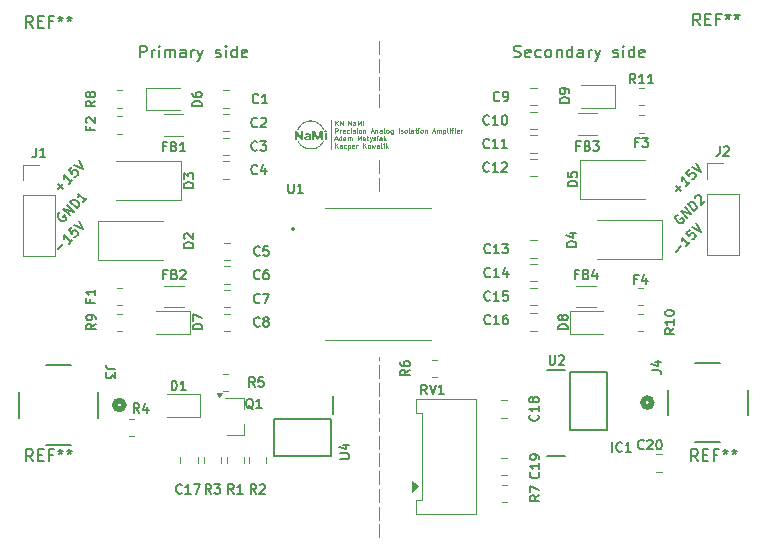
<source format=gbr>
%TF.GenerationSoftware,KiCad,Pcbnew,8.0.9*%
%TF.CreationDate,2025-07-24T11:39:00+02:00*%
%TF.ProjectId,Precision Analog Isolation Amplifier,50726563-6973-4696-9f6e-20416e616c6f,rev?*%
%TF.SameCoordinates,Original*%
%TF.FileFunction,Legend,Top*%
%TF.FilePolarity,Positive*%
%FSLAX46Y46*%
G04 Gerber Fmt 4.6, Leading zero omitted, Abs format (unit mm)*
G04 Created by KiCad (PCBNEW 8.0.9) date 2025-07-24 11:39:00*
%MOMM*%
%LPD*%
G01*
G04 APERTURE LIST*
%ADD10C,0.100000*%
%ADD11C,0.150000*%
%ADD12C,0.120000*%
%ADD13C,0.200000*%
%ADD14C,0.152400*%
%ADD15C,0.508000*%
%ADD16C,0.000000*%
G04 APERTURE END LIST*
D10*
X138200000Y-84000000D02*
X138200000Y-86400000D01*
X142300000Y-119300000D02*
X142300000Y-118200000D01*
X142300000Y-117800000D02*
X142300000Y-116700000D01*
X142300000Y-116300000D02*
X142300000Y-115200000D01*
X142300000Y-114800000D02*
X142300000Y-113700000D01*
X142300000Y-113300000D02*
X142300000Y-112200000D01*
X142300000Y-111800000D02*
X142300000Y-110700000D01*
X142300000Y-110300000D02*
X142300000Y-109200000D01*
X142300000Y-108800000D02*
X142300000Y-107700000D01*
X142300000Y-107300000D02*
X142300000Y-106200000D01*
X142300000Y-105800000D02*
X142300000Y-104700000D01*
X142300000Y-104300000D02*
X142300000Y-104000000D01*
X142300000Y-90000000D02*
X142300000Y-88900000D01*
X142300000Y-88500000D02*
X142300000Y-87400000D01*
X142300000Y-82900000D02*
X142300000Y-81800000D01*
X142300000Y-81400000D02*
X142300000Y-80300000D01*
X142300000Y-79900000D02*
X142300000Y-78800000D01*
X142300000Y-78400000D02*
X142300000Y-77300000D01*
D11*
X167413072Y-95106440D02*
X167844070Y-94675441D01*
X168625255Y-94325255D02*
X168302006Y-94648504D01*
X168463630Y-94486879D02*
X167897945Y-93921194D01*
X167897945Y-93921194D02*
X167924882Y-94055881D01*
X167924882Y-94055881D02*
X167924882Y-94163631D01*
X167924882Y-94163631D02*
X167897945Y-94244443D01*
X168571380Y-93247759D02*
X168302006Y-93517133D01*
X168302006Y-93517133D02*
X168544443Y-93813444D01*
X168544443Y-93813444D02*
X168544443Y-93759569D01*
X168544443Y-93759569D02*
X168571380Y-93678757D01*
X168571380Y-93678757D02*
X168706067Y-93544070D01*
X168706067Y-93544070D02*
X168786879Y-93517133D01*
X168786879Y-93517133D02*
X168840754Y-93517133D01*
X168840754Y-93517133D02*
X168921566Y-93544070D01*
X168921566Y-93544070D02*
X169056253Y-93678757D01*
X169056253Y-93678757D02*
X169083191Y-93759569D01*
X169083191Y-93759569D02*
X169083191Y-93813444D01*
X169083191Y-93813444D02*
X169056253Y-93894256D01*
X169056253Y-93894256D02*
X168921566Y-94028943D01*
X168921566Y-94028943D02*
X168840754Y-94055881D01*
X168840754Y-94055881D02*
X168786879Y-94055881D01*
X168759942Y-93059197D02*
X169514189Y-93436321D01*
X169514189Y-93436321D02*
X169137066Y-92682073D01*
X167413072Y-90006440D02*
X167844070Y-89575441D01*
X167844070Y-90006440D02*
X167413072Y-89575441D01*
X168625255Y-89225255D02*
X168302006Y-89548504D01*
X168463630Y-89386879D02*
X167897945Y-88821194D01*
X167897945Y-88821194D02*
X167924882Y-88955881D01*
X167924882Y-88955881D02*
X167924882Y-89063631D01*
X167924882Y-89063631D02*
X167897945Y-89144443D01*
X168571380Y-88147759D02*
X168302006Y-88417133D01*
X168302006Y-88417133D02*
X168544443Y-88713444D01*
X168544443Y-88713444D02*
X168544443Y-88659569D01*
X168544443Y-88659569D02*
X168571380Y-88578757D01*
X168571380Y-88578757D02*
X168706067Y-88444070D01*
X168706067Y-88444070D02*
X168786879Y-88417133D01*
X168786879Y-88417133D02*
X168840754Y-88417133D01*
X168840754Y-88417133D02*
X168921566Y-88444070D01*
X168921566Y-88444070D02*
X169056253Y-88578757D01*
X169056253Y-88578757D02*
X169083191Y-88659569D01*
X169083191Y-88659569D02*
X169083191Y-88713444D01*
X169083191Y-88713444D02*
X169056253Y-88794256D01*
X169056253Y-88794256D02*
X168921566Y-88928943D01*
X168921566Y-88928943D02*
X168840754Y-88955881D01*
X168840754Y-88955881D02*
X168786879Y-88955881D01*
X168759942Y-87959197D02*
X169514189Y-88336321D01*
X169514189Y-88336321D02*
X169137066Y-87582073D01*
X115113072Y-94906440D02*
X115544070Y-94475441D01*
X116325255Y-94125255D02*
X116002006Y-94448504D01*
X116163630Y-94286879D02*
X115597945Y-93721194D01*
X115597945Y-93721194D02*
X115624882Y-93855881D01*
X115624882Y-93855881D02*
X115624882Y-93963631D01*
X115624882Y-93963631D02*
X115597945Y-94044443D01*
X116271380Y-93047759D02*
X116002006Y-93317133D01*
X116002006Y-93317133D02*
X116244443Y-93613444D01*
X116244443Y-93613444D02*
X116244443Y-93559569D01*
X116244443Y-93559569D02*
X116271380Y-93478757D01*
X116271380Y-93478757D02*
X116406067Y-93344070D01*
X116406067Y-93344070D02*
X116486879Y-93317133D01*
X116486879Y-93317133D02*
X116540754Y-93317133D01*
X116540754Y-93317133D02*
X116621566Y-93344070D01*
X116621566Y-93344070D02*
X116756253Y-93478757D01*
X116756253Y-93478757D02*
X116783191Y-93559569D01*
X116783191Y-93559569D02*
X116783191Y-93613444D01*
X116783191Y-93613444D02*
X116756253Y-93694256D01*
X116756253Y-93694256D02*
X116621566Y-93828943D01*
X116621566Y-93828943D02*
X116540754Y-93855881D01*
X116540754Y-93855881D02*
X116486879Y-93855881D01*
X116459942Y-92859197D02*
X117214189Y-93236321D01*
X117214189Y-93236321D02*
X116837066Y-92482073D01*
X115113072Y-89806440D02*
X115544070Y-89375441D01*
X115544070Y-89806440D02*
X115113072Y-89375441D01*
X116325255Y-89025255D02*
X116002006Y-89348504D01*
X116163630Y-89186879D02*
X115597945Y-88621194D01*
X115597945Y-88621194D02*
X115624882Y-88755881D01*
X115624882Y-88755881D02*
X115624882Y-88863631D01*
X115624882Y-88863631D02*
X115597945Y-88944443D01*
X116271380Y-87947759D02*
X116002006Y-88217133D01*
X116002006Y-88217133D02*
X116244443Y-88513444D01*
X116244443Y-88513444D02*
X116244443Y-88459569D01*
X116244443Y-88459569D02*
X116271380Y-88378757D01*
X116271380Y-88378757D02*
X116406067Y-88244070D01*
X116406067Y-88244070D02*
X116486879Y-88217133D01*
X116486879Y-88217133D02*
X116540754Y-88217133D01*
X116540754Y-88217133D02*
X116621566Y-88244070D01*
X116621566Y-88244070D02*
X116756253Y-88378757D01*
X116756253Y-88378757D02*
X116783191Y-88459569D01*
X116783191Y-88459569D02*
X116783191Y-88513444D01*
X116783191Y-88513444D02*
X116756253Y-88594256D01*
X116756253Y-88594256D02*
X116621566Y-88728943D01*
X116621566Y-88728943D02*
X116540754Y-88755881D01*
X116540754Y-88755881D02*
X116486879Y-88755881D01*
X116459942Y-87759197D02*
X117214189Y-88136321D01*
X117214189Y-88136321D02*
X116837066Y-87382073D01*
X115286134Y-91786879D02*
X115205322Y-91813817D01*
X115205322Y-91813817D02*
X115124510Y-91894629D01*
X115124510Y-91894629D02*
X115070635Y-92002379D01*
X115070635Y-92002379D02*
X115070635Y-92110128D01*
X115070635Y-92110128D02*
X115097573Y-92190940D01*
X115097573Y-92190940D02*
X115178385Y-92325627D01*
X115178385Y-92325627D02*
X115259197Y-92406440D01*
X115259197Y-92406440D02*
X115393884Y-92487252D01*
X115393884Y-92487252D02*
X115474696Y-92514189D01*
X115474696Y-92514189D02*
X115582446Y-92514189D01*
X115582446Y-92514189D02*
X115690196Y-92460314D01*
X115690196Y-92460314D02*
X115744070Y-92406440D01*
X115744070Y-92406440D02*
X115797945Y-92298690D01*
X115797945Y-92298690D02*
X115797945Y-92244815D01*
X115797945Y-92244815D02*
X115609383Y-92056253D01*
X115609383Y-92056253D02*
X115501634Y-92164003D01*
X116094257Y-92056253D02*
X115528571Y-91490568D01*
X115528571Y-91490568D02*
X116417505Y-91733005D01*
X116417505Y-91733005D02*
X115851820Y-91167319D01*
X116686879Y-91463631D02*
X116121194Y-90897945D01*
X116121194Y-90897945D02*
X116255881Y-90763258D01*
X116255881Y-90763258D02*
X116363630Y-90709383D01*
X116363630Y-90709383D02*
X116471380Y-90709383D01*
X116471380Y-90709383D02*
X116552192Y-90736321D01*
X116552192Y-90736321D02*
X116686879Y-90817133D01*
X116686879Y-90817133D02*
X116767691Y-90897945D01*
X116767691Y-90897945D02*
X116848504Y-91032632D01*
X116848504Y-91032632D02*
X116875441Y-91113444D01*
X116875441Y-91113444D02*
X116875441Y-91221194D01*
X116875441Y-91221194D02*
X116821566Y-91328944D01*
X116821566Y-91328944D02*
X116686879Y-91463631D01*
X117548876Y-90601634D02*
X117225627Y-90924883D01*
X117387252Y-90763258D02*
X116821566Y-90197573D01*
X116821566Y-90197573D02*
X116848504Y-90332260D01*
X116848504Y-90332260D02*
X116848504Y-90440009D01*
X116848504Y-90440009D02*
X116821566Y-90520822D01*
X153689160Y-78622200D02*
X153832017Y-78669819D01*
X153832017Y-78669819D02*
X154070112Y-78669819D01*
X154070112Y-78669819D02*
X154165350Y-78622200D01*
X154165350Y-78622200D02*
X154212969Y-78574580D01*
X154212969Y-78574580D02*
X154260588Y-78479342D01*
X154260588Y-78479342D02*
X154260588Y-78384104D01*
X154260588Y-78384104D02*
X154212969Y-78288866D01*
X154212969Y-78288866D02*
X154165350Y-78241247D01*
X154165350Y-78241247D02*
X154070112Y-78193628D01*
X154070112Y-78193628D02*
X153879636Y-78146009D01*
X153879636Y-78146009D02*
X153784398Y-78098390D01*
X153784398Y-78098390D02*
X153736779Y-78050771D01*
X153736779Y-78050771D02*
X153689160Y-77955533D01*
X153689160Y-77955533D02*
X153689160Y-77860295D01*
X153689160Y-77860295D02*
X153736779Y-77765057D01*
X153736779Y-77765057D02*
X153784398Y-77717438D01*
X153784398Y-77717438D02*
X153879636Y-77669819D01*
X153879636Y-77669819D02*
X154117731Y-77669819D01*
X154117731Y-77669819D02*
X154260588Y-77717438D01*
X155070112Y-78622200D02*
X154974874Y-78669819D01*
X154974874Y-78669819D02*
X154784398Y-78669819D01*
X154784398Y-78669819D02*
X154689160Y-78622200D01*
X154689160Y-78622200D02*
X154641541Y-78526961D01*
X154641541Y-78526961D02*
X154641541Y-78146009D01*
X154641541Y-78146009D02*
X154689160Y-78050771D01*
X154689160Y-78050771D02*
X154784398Y-78003152D01*
X154784398Y-78003152D02*
X154974874Y-78003152D01*
X154974874Y-78003152D02*
X155070112Y-78050771D01*
X155070112Y-78050771D02*
X155117731Y-78146009D01*
X155117731Y-78146009D02*
X155117731Y-78241247D01*
X155117731Y-78241247D02*
X154641541Y-78336485D01*
X155974874Y-78622200D02*
X155879636Y-78669819D01*
X155879636Y-78669819D02*
X155689160Y-78669819D01*
X155689160Y-78669819D02*
X155593922Y-78622200D01*
X155593922Y-78622200D02*
X155546303Y-78574580D01*
X155546303Y-78574580D02*
X155498684Y-78479342D01*
X155498684Y-78479342D02*
X155498684Y-78193628D01*
X155498684Y-78193628D02*
X155546303Y-78098390D01*
X155546303Y-78098390D02*
X155593922Y-78050771D01*
X155593922Y-78050771D02*
X155689160Y-78003152D01*
X155689160Y-78003152D02*
X155879636Y-78003152D01*
X155879636Y-78003152D02*
X155974874Y-78050771D01*
X156546303Y-78669819D02*
X156451065Y-78622200D01*
X156451065Y-78622200D02*
X156403446Y-78574580D01*
X156403446Y-78574580D02*
X156355827Y-78479342D01*
X156355827Y-78479342D02*
X156355827Y-78193628D01*
X156355827Y-78193628D02*
X156403446Y-78098390D01*
X156403446Y-78098390D02*
X156451065Y-78050771D01*
X156451065Y-78050771D02*
X156546303Y-78003152D01*
X156546303Y-78003152D02*
X156689160Y-78003152D01*
X156689160Y-78003152D02*
X156784398Y-78050771D01*
X156784398Y-78050771D02*
X156832017Y-78098390D01*
X156832017Y-78098390D02*
X156879636Y-78193628D01*
X156879636Y-78193628D02*
X156879636Y-78479342D01*
X156879636Y-78479342D02*
X156832017Y-78574580D01*
X156832017Y-78574580D02*
X156784398Y-78622200D01*
X156784398Y-78622200D02*
X156689160Y-78669819D01*
X156689160Y-78669819D02*
X156546303Y-78669819D01*
X157308208Y-78003152D02*
X157308208Y-78669819D01*
X157308208Y-78098390D02*
X157355827Y-78050771D01*
X157355827Y-78050771D02*
X157451065Y-78003152D01*
X157451065Y-78003152D02*
X157593922Y-78003152D01*
X157593922Y-78003152D02*
X157689160Y-78050771D01*
X157689160Y-78050771D02*
X157736779Y-78146009D01*
X157736779Y-78146009D02*
X157736779Y-78669819D01*
X158641541Y-78669819D02*
X158641541Y-77669819D01*
X158641541Y-78622200D02*
X158546303Y-78669819D01*
X158546303Y-78669819D02*
X158355827Y-78669819D01*
X158355827Y-78669819D02*
X158260589Y-78622200D01*
X158260589Y-78622200D02*
X158212970Y-78574580D01*
X158212970Y-78574580D02*
X158165351Y-78479342D01*
X158165351Y-78479342D02*
X158165351Y-78193628D01*
X158165351Y-78193628D02*
X158212970Y-78098390D01*
X158212970Y-78098390D02*
X158260589Y-78050771D01*
X158260589Y-78050771D02*
X158355827Y-78003152D01*
X158355827Y-78003152D02*
X158546303Y-78003152D01*
X158546303Y-78003152D02*
X158641541Y-78050771D01*
X159546303Y-78669819D02*
X159546303Y-78146009D01*
X159546303Y-78146009D02*
X159498684Y-78050771D01*
X159498684Y-78050771D02*
X159403446Y-78003152D01*
X159403446Y-78003152D02*
X159212970Y-78003152D01*
X159212970Y-78003152D02*
X159117732Y-78050771D01*
X159546303Y-78622200D02*
X159451065Y-78669819D01*
X159451065Y-78669819D02*
X159212970Y-78669819D01*
X159212970Y-78669819D02*
X159117732Y-78622200D01*
X159117732Y-78622200D02*
X159070113Y-78526961D01*
X159070113Y-78526961D02*
X159070113Y-78431723D01*
X159070113Y-78431723D02*
X159117732Y-78336485D01*
X159117732Y-78336485D02*
X159212970Y-78288866D01*
X159212970Y-78288866D02*
X159451065Y-78288866D01*
X159451065Y-78288866D02*
X159546303Y-78241247D01*
X160022494Y-78669819D02*
X160022494Y-78003152D01*
X160022494Y-78193628D02*
X160070113Y-78098390D01*
X160070113Y-78098390D02*
X160117732Y-78050771D01*
X160117732Y-78050771D02*
X160212970Y-78003152D01*
X160212970Y-78003152D02*
X160308208Y-78003152D01*
X160546304Y-78003152D02*
X160784399Y-78669819D01*
X161022494Y-78003152D02*
X160784399Y-78669819D01*
X160784399Y-78669819D02*
X160689161Y-78907914D01*
X160689161Y-78907914D02*
X160641542Y-78955533D01*
X160641542Y-78955533D02*
X160546304Y-79003152D01*
X162117733Y-78622200D02*
X162212971Y-78669819D01*
X162212971Y-78669819D02*
X162403447Y-78669819D01*
X162403447Y-78669819D02*
X162498685Y-78622200D01*
X162498685Y-78622200D02*
X162546304Y-78526961D01*
X162546304Y-78526961D02*
X162546304Y-78479342D01*
X162546304Y-78479342D02*
X162498685Y-78384104D01*
X162498685Y-78384104D02*
X162403447Y-78336485D01*
X162403447Y-78336485D02*
X162260590Y-78336485D01*
X162260590Y-78336485D02*
X162165352Y-78288866D01*
X162165352Y-78288866D02*
X162117733Y-78193628D01*
X162117733Y-78193628D02*
X162117733Y-78146009D01*
X162117733Y-78146009D02*
X162165352Y-78050771D01*
X162165352Y-78050771D02*
X162260590Y-78003152D01*
X162260590Y-78003152D02*
X162403447Y-78003152D01*
X162403447Y-78003152D02*
X162498685Y-78050771D01*
X162974876Y-78669819D02*
X162974876Y-78003152D01*
X162974876Y-77669819D02*
X162927257Y-77717438D01*
X162927257Y-77717438D02*
X162974876Y-77765057D01*
X162974876Y-77765057D02*
X163022495Y-77717438D01*
X163022495Y-77717438D02*
X162974876Y-77669819D01*
X162974876Y-77669819D02*
X162974876Y-77765057D01*
X163879637Y-78669819D02*
X163879637Y-77669819D01*
X163879637Y-78622200D02*
X163784399Y-78669819D01*
X163784399Y-78669819D02*
X163593923Y-78669819D01*
X163593923Y-78669819D02*
X163498685Y-78622200D01*
X163498685Y-78622200D02*
X163451066Y-78574580D01*
X163451066Y-78574580D02*
X163403447Y-78479342D01*
X163403447Y-78479342D02*
X163403447Y-78193628D01*
X163403447Y-78193628D02*
X163451066Y-78098390D01*
X163451066Y-78098390D02*
X163498685Y-78050771D01*
X163498685Y-78050771D02*
X163593923Y-78003152D01*
X163593923Y-78003152D02*
X163784399Y-78003152D01*
X163784399Y-78003152D02*
X163879637Y-78050771D01*
X164736780Y-78622200D02*
X164641542Y-78669819D01*
X164641542Y-78669819D02*
X164451066Y-78669819D01*
X164451066Y-78669819D02*
X164355828Y-78622200D01*
X164355828Y-78622200D02*
X164308209Y-78526961D01*
X164308209Y-78526961D02*
X164308209Y-78146009D01*
X164308209Y-78146009D02*
X164355828Y-78050771D01*
X164355828Y-78050771D02*
X164451066Y-78003152D01*
X164451066Y-78003152D02*
X164641542Y-78003152D01*
X164641542Y-78003152D02*
X164736780Y-78050771D01*
X164736780Y-78050771D02*
X164784399Y-78146009D01*
X164784399Y-78146009D02*
X164784399Y-78241247D01*
X164784399Y-78241247D02*
X164308209Y-78336485D01*
D10*
X138561027Y-84413913D02*
X138561027Y-84013913D01*
X138789598Y-84413913D02*
X138618169Y-84185342D01*
X138789598Y-84013913D02*
X138561027Y-84242485D01*
X138961027Y-84413913D02*
X138961027Y-84013913D01*
X138961027Y-84013913D02*
X139189598Y-84413913D01*
X139189598Y-84413913D02*
X139189598Y-84013913D01*
X139684837Y-84413913D02*
X139684837Y-84013913D01*
X139684837Y-84013913D02*
X139913408Y-84413913D01*
X139913408Y-84413913D02*
X139913408Y-84013913D01*
X140275313Y-84413913D02*
X140275313Y-84204389D01*
X140275313Y-84204389D02*
X140256266Y-84166294D01*
X140256266Y-84166294D02*
X140218170Y-84147246D01*
X140218170Y-84147246D02*
X140141980Y-84147246D01*
X140141980Y-84147246D02*
X140103885Y-84166294D01*
X140275313Y-84394866D02*
X140237218Y-84413913D01*
X140237218Y-84413913D02*
X140141980Y-84413913D01*
X140141980Y-84413913D02*
X140103885Y-84394866D01*
X140103885Y-84394866D02*
X140084837Y-84356770D01*
X140084837Y-84356770D02*
X140084837Y-84318675D01*
X140084837Y-84318675D02*
X140103885Y-84280580D01*
X140103885Y-84280580D02*
X140141980Y-84261532D01*
X140141980Y-84261532D02*
X140237218Y-84261532D01*
X140237218Y-84261532D02*
X140275313Y-84242485D01*
X140465790Y-84413913D02*
X140465790Y-84013913D01*
X140465790Y-84013913D02*
X140599123Y-84299627D01*
X140599123Y-84299627D02*
X140732456Y-84013913D01*
X140732456Y-84013913D02*
X140732456Y-84413913D01*
X140922933Y-84413913D02*
X140922933Y-84147246D01*
X140922933Y-84013913D02*
X140903885Y-84032961D01*
X140903885Y-84032961D02*
X140922933Y-84052008D01*
X140922933Y-84052008D02*
X140941980Y-84032961D01*
X140941980Y-84032961D02*
X140922933Y-84013913D01*
X140922933Y-84013913D02*
X140922933Y-84052008D01*
X138561027Y-85057891D02*
X138561027Y-84657891D01*
X138561027Y-84657891D02*
X138713408Y-84657891D01*
X138713408Y-84657891D02*
X138751503Y-84676939D01*
X138751503Y-84676939D02*
X138770550Y-84695986D01*
X138770550Y-84695986D02*
X138789598Y-84734082D01*
X138789598Y-84734082D02*
X138789598Y-84791224D01*
X138789598Y-84791224D02*
X138770550Y-84829320D01*
X138770550Y-84829320D02*
X138751503Y-84848367D01*
X138751503Y-84848367D02*
X138713408Y-84867415D01*
X138713408Y-84867415D02*
X138561027Y-84867415D01*
X138961027Y-85057891D02*
X138961027Y-84791224D01*
X138961027Y-84867415D02*
X138980074Y-84829320D01*
X138980074Y-84829320D02*
X138999122Y-84810272D01*
X138999122Y-84810272D02*
X139037217Y-84791224D01*
X139037217Y-84791224D02*
X139075312Y-84791224D01*
X139361027Y-85038844D02*
X139322931Y-85057891D01*
X139322931Y-85057891D02*
X139246741Y-85057891D01*
X139246741Y-85057891D02*
X139208646Y-85038844D01*
X139208646Y-85038844D02*
X139189598Y-85000748D01*
X139189598Y-85000748D02*
X139189598Y-84848367D01*
X139189598Y-84848367D02*
X139208646Y-84810272D01*
X139208646Y-84810272D02*
X139246741Y-84791224D01*
X139246741Y-84791224D02*
X139322931Y-84791224D01*
X139322931Y-84791224D02*
X139361027Y-84810272D01*
X139361027Y-84810272D02*
X139380074Y-84848367D01*
X139380074Y-84848367D02*
X139380074Y-84886463D01*
X139380074Y-84886463D02*
X139189598Y-84924558D01*
X139722931Y-85038844D02*
X139684836Y-85057891D01*
X139684836Y-85057891D02*
X139608645Y-85057891D01*
X139608645Y-85057891D02*
X139570550Y-85038844D01*
X139570550Y-85038844D02*
X139551503Y-85019796D01*
X139551503Y-85019796D02*
X139532455Y-84981701D01*
X139532455Y-84981701D02*
X139532455Y-84867415D01*
X139532455Y-84867415D02*
X139551503Y-84829320D01*
X139551503Y-84829320D02*
X139570550Y-84810272D01*
X139570550Y-84810272D02*
X139608645Y-84791224D01*
X139608645Y-84791224D02*
X139684836Y-84791224D01*
X139684836Y-84791224D02*
X139722931Y-84810272D01*
X139894360Y-85057891D02*
X139894360Y-84791224D01*
X139894360Y-84657891D02*
X139875312Y-84676939D01*
X139875312Y-84676939D02*
X139894360Y-84695986D01*
X139894360Y-84695986D02*
X139913407Y-84676939D01*
X139913407Y-84676939D02*
X139894360Y-84657891D01*
X139894360Y-84657891D02*
X139894360Y-84695986D01*
X140065788Y-85038844D02*
X140103883Y-85057891D01*
X140103883Y-85057891D02*
X140180074Y-85057891D01*
X140180074Y-85057891D02*
X140218169Y-85038844D01*
X140218169Y-85038844D02*
X140237217Y-85000748D01*
X140237217Y-85000748D02*
X140237217Y-84981701D01*
X140237217Y-84981701D02*
X140218169Y-84943605D01*
X140218169Y-84943605D02*
X140180074Y-84924558D01*
X140180074Y-84924558D02*
X140122931Y-84924558D01*
X140122931Y-84924558D02*
X140084836Y-84905510D01*
X140084836Y-84905510D02*
X140065788Y-84867415D01*
X140065788Y-84867415D02*
X140065788Y-84848367D01*
X140065788Y-84848367D02*
X140084836Y-84810272D01*
X140084836Y-84810272D02*
X140122931Y-84791224D01*
X140122931Y-84791224D02*
X140180074Y-84791224D01*
X140180074Y-84791224D02*
X140218169Y-84810272D01*
X140408646Y-85057891D02*
X140408646Y-84791224D01*
X140408646Y-84657891D02*
X140389598Y-84676939D01*
X140389598Y-84676939D02*
X140408646Y-84695986D01*
X140408646Y-84695986D02*
X140427693Y-84676939D01*
X140427693Y-84676939D02*
X140408646Y-84657891D01*
X140408646Y-84657891D02*
X140408646Y-84695986D01*
X140656264Y-85057891D02*
X140618169Y-85038844D01*
X140618169Y-85038844D02*
X140599122Y-85019796D01*
X140599122Y-85019796D02*
X140580074Y-84981701D01*
X140580074Y-84981701D02*
X140580074Y-84867415D01*
X140580074Y-84867415D02*
X140599122Y-84829320D01*
X140599122Y-84829320D02*
X140618169Y-84810272D01*
X140618169Y-84810272D02*
X140656264Y-84791224D01*
X140656264Y-84791224D02*
X140713407Y-84791224D01*
X140713407Y-84791224D02*
X140751503Y-84810272D01*
X140751503Y-84810272D02*
X140770550Y-84829320D01*
X140770550Y-84829320D02*
X140789598Y-84867415D01*
X140789598Y-84867415D02*
X140789598Y-84981701D01*
X140789598Y-84981701D02*
X140770550Y-85019796D01*
X140770550Y-85019796D02*
X140751503Y-85038844D01*
X140751503Y-85038844D02*
X140713407Y-85057891D01*
X140713407Y-85057891D02*
X140656264Y-85057891D01*
X140961027Y-84791224D02*
X140961027Y-85057891D01*
X140961027Y-84829320D02*
X140980074Y-84810272D01*
X140980074Y-84810272D02*
X141018169Y-84791224D01*
X141018169Y-84791224D02*
X141075312Y-84791224D01*
X141075312Y-84791224D02*
X141113408Y-84810272D01*
X141113408Y-84810272D02*
X141132455Y-84848367D01*
X141132455Y-84848367D02*
X141132455Y-85057891D01*
X141608646Y-84943605D02*
X141799122Y-84943605D01*
X141570551Y-85057891D02*
X141703884Y-84657891D01*
X141703884Y-84657891D02*
X141837217Y-85057891D01*
X141970551Y-84791224D02*
X141970551Y-85057891D01*
X141970551Y-84829320D02*
X141989598Y-84810272D01*
X141989598Y-84810272D02*
X142027693Y-84791224D01*
X142027693Y-84791224D02*
X142084836Y-84791224D01*
X142084836Y-84791224D02*
X142122932Y-84810272D01*
X142122932Y-84810272D02*
X142141979Y-84848367D01*
X142141979Y-84848367D02*
X142141979Y-85057891D01*
X142503884Y-85057891D02*
X142503884Y-84848367D01*
X142503884Y-84848367D02*
X142484837Y-84810272D01*
X142484837Y-84810272D02*
X142446741Y-84791224D01*
X142446741Y-84791224D02*
X142370551Y-84791224D01*
X142370551Y-84791224D02*
X142332456Y-84810272D01*
X142503884Y-85038844D02*
X142465789Y-85057891D01*
X142465789Y-85057891D02*
X142370551Y-85057891D01*
X142370551Y-85057891D02*
X142332456Y-85038844D01*
X142332456Y-85038844D02*
X142313408Y-85000748D01*
X142313408Y-85000748D02*
X142313408Y-84962653D01*
X142313408Y-84962653D02*
X142332456Y-84924558D01*
X142332456Y-84924558D02*
X142370551Y-84905510D01*
X142370551Y-84905510D02*
X142465789Y-84905510D01*
X142465789Y-84905510D02*
X142503884Y-84886463D01*
X142751503Y-85057891D02*
X142713408Y-85038844D01*
X142713408Y-85038844D02*
X142694361Y-85000748D01*
X142694361Y-85000748D02*
X142694361Y-84657891D01*
X142961027Y-85057891D02*
X142922932Y-85038844D01*
X142922932Y-85038844D02*
X142903885Y-85019796D01*
X142903885Y-85019796D02*
X142884837Y-84981701D01*
X142884837Y-84981701D02*
X142884837Y-84867415D01*
X142884837Y-84867415D02*
X142903885Y-84829320D01*
X142903885Y-84829320D02*
X142922932Y-84810272D01*
X142922932Y-84810272D02*
X142961027Y-84791224D01*
X142961027Y-84791224D02*
X143018170Y-84791224D01*
X143018170Y-84791224D02*
X143056266Y-84810272D01*
X143056266Y-84810272D02*
X143075313Y-84829320D01*
X143075313Y-84829320D02*
X143094361Y-84867415D01*
X143094361Y-84867415D02*
X143094361Y-84981701D01*
X143094361Y-84981701D02*
X143075313Y-85019796D01*
X143075313Y-85019796D02*
X143056266Y-85038844D01*
X143056266Y-85038844D02*
X143018170Y-85057891D01*
X143018170Y-85057891D02*
X142961027Y-85057891D01*
X143437218Y-84791224D02*
X143437218Y-85115034D01*
X143437218Y-85115034D02*
X143418171Y-85153129D01*
X143418171Y-85153129D02*
X143399123Y-85172177D01*
X143399123Y-85172177D02*
X143361028Y-85191224D01*
X143361028Y-85191224D02*
X143303885Y-85191224D01*
X143303885Y-85191224D02*
X143265790Y-85172177D01*
X143437218Y-85038844D02*
X143399123Y-85057891D01*
X143399123Y-85057891D02*
X143322932Y-85057891D01*
X143322932Y-85057891D02*
X143284837Y-85038844D01*
X143284837Y-85038844D02*
X143265790Y-85019796D01*
X143265790Y-85019796D02*
X143246742Y-84981701D01*
X143246742Y-84981701D02*
X143246742Y-84867415D01*
X143246742Y-84867415D02*
X143265790Y-84829320D01*
X143265790Y-84829320D02*
X143284837Y-84810272D01*
X143284837Y-84810272D02*
X143322932Y-84791224D01*
X143322932Y-84791224D02*
X143399123Y-84791224D01*
X143399123Y-84791224D02*
X143437218Y-84810272D01*
X143932457Y-85057891D02*
X143932457Y-84657891D01*
X144103885Y-85038844D02*
X144141980Y-85057891D01*
X144141980Y-85057891D02*
X144218171Y-85057891D01*
X144218171Y-85057891D02*
X144256266Y-85038844D01*
X144256266Y-85038844D02*
X144275314Y-85000748D01*
X144275314Y-85000748D02*
X144275314Y-84981701D01*
X144275314Y-84981701D02*
X144256266Y-84943605D01*
X144256266Y-84943605D02*
X144218171Y-84924558D01*
X144218171Y-84924558D02*
X144161028Y-84924558D01*
X144161028Y-84924558D02*
X144122933Y-84905510D01*
X144122933Y-84905510D02*
X144103885Y-84867415D01*
X144103885Y-84867415D02*
X144103885Y-84848367D01*
X144103885Y-84848367D02*
X144122933Y-84810272D01*
X144122933Y-84810272D02*
X144161028Y-84791224D01*
X144161028Y-84791224D02*
X144218171Y-84791224D01*
X144218171Y-84791224D02*
X144256266Y-84810272D01*
X144503885Y-85057891D02*
X144465790Y-85038844D01*
X144465790Y-85038844D02*
X144446743Y-85019796D01*
X144446743Y-85019796D02*
X144427695Y-84981701D01*
X144427695Y-84981701D02*
X144427695Y-84867415D01*
X144427695Y-84867415D02*
X144446743Y-84829320D01*
X144446743Y-84829320D02*
X144465790Y-84810272D01*
X144465790Y-84810272D02*
X144503885Y-84791224D01*
X144503885Y-84791224D02*
X144561028Y-84791224D01*
X144561028Y-84791224D02*
X144599124Y-84810272D01*
X144599124Y-84810272D02*
X144618171Y-84829320D01*
X144618171Y-84829320D02*
X144637219Y-84867415D01*
X144637219Y-84867415D02*
X144637219Y-84981701D01*
X144637219Y-84981701D02*
X144618171Y-85019796D01*
X144618171Y-85019796D02*
X144599124Y-85038844D01*
X144599124Y-85038844D02*
X144561028Y-85057891D01*
X144561028Y-85057891D02*
X144503885Y-85057891D01*
X144865790Y-85057891D02*
X144827695Y-85038844D01*
X144827695Y-85038844D02*
X144808648Y-85000748D01*
X144808648Y-85000748D02*
X144808648Y-84657891D01*
X145189600Y-85057891D02*
X145189600Y-84848367D01*
X145189600Y-84848367D02*
X145170553Y-84810272D01*
X145170553Y-84810272D02*
X145132457Y-84791224D01*
X145132457Y-84791224D02*
X145056267Y-84791224D01*
X145056267Y-84791224D02*
X145018172Y-84810272D01*
X145189600Y-85038844D02*
X145151505Y-85057891D01*
X145151505Y-85057891D02*
X145056267Y-85057891D01*
X145056267Y-85057891D02*
X145018172Y-85038844D01*
X145018172Y-85038844D02*
X144999124Y-85000748D01*
X144999124Y-85000748D02*
X144999124Y-84962653D01*
X144999124Y-84962653D02*
X145018172Y-84924558D01*
X145018172Y-84924558D02*
X145056267Y-84905510D01*
X145056267Y-84905510D02*
X145151505Y-84905510D01*
X145151505Y-84905510D02*
X145189600Y-84886463D01*
X145322934Y-84791224D02*
X145475315Y-84791224D01*
X145380077Y-84657891D02*
X145380077Y-85000748D01*
X145380077Y-85000748D02*
X145399124Y-85038844D01*
X145399124Y-85038844D02*
X145437219Y-85057891D01*
X145437219Y-85057891D02*
X145475315Y-85057891D01*
X145608648Y-85057891D02*
X145608648Y-84791224D01*
X145608648Y-84657891D02*
X145589600Y-84676939D01*
X145589600Y-84676939D02*
X145608648Y-84695986D01*
X145608648Y-84695986D02*
X145627695Y-84676939D01*
X145627695Y-84676939D02*
X145608648Y-84657891D01*
X145608648Y-84657891D02*
X145608648Y-84695986D01*
X145856266Y-85057891D02*
X145818171Y-85038844D01*
X145818171Y-85038844D02*
X145799124Y-85019796D01*
X145799124Y-85019796D02*
X145780076Y-84981701D01*
X145780076Y-84981701D02*
X145780076Y-84867415D01*
X145780076Y-84867415D02*
X145799124Y-84829320D01*
X145799124Y-84829320D02*
X145818171Y-84810272D01*
X145818171Y-84810272D02*
X145856266Y-84791224D01*
X145856266Y-84791224D02*
X145913409Y-84791224D01*
X145913409Y-84791224D02*
X145951505Y-84810272D01*
X145951505Y-84810272D02*
X145970552Y-84829320D01*
X145970552Y-84829320D02*
X145989600Y-84867415D01*
X145989600Y-84867415D02*
X145989600Y-84981701D01*
X145989600Y-84981701D02*
X145970552Y-85019796D01*
X145970552Y-85019796D02*
X145951505Y-85038844D01*
X145951505Y-85038844D02*
X145913409Y-85057891D01*
X145913409Y-85057891D02*
X145856266Y-85057891D01*
X146161029Y-84791224D02*
X146161029Y-85057891D01*
X146161029Y-84829320D02*
X146180076Y-84810272D01*
X146180076Y-84810272D02*
X146218171Y-84791224D01*
X146218171Y-84791224D02*
X146275314Y-84791224D01*
X146275314Y-84791224D02*
X146313410Y-84810272D01*
X146313410Y-84810272D02*
X146332457Y-84848367D01*
X146332457Y-84848367D02*
X146332457Y-85057891D01*
X146808648Y-84943605D02*
X146999124Y-84943605D01*
X146770553Y-85057891D02*
X146903886Y-84657891D01*
X146903886Y-84657891D02*
X147037219Y-85057891D01*
X147170553Y-85057891D02*
X147170553Y-84791224D01*
X147170553Y-84829320D02*
X147189600Y-84810272D01*
X147189600Y-84810272D02*
X147227695Y-84791224D01*
X147227695Y-84791224D02*
X147284838Y-84791224D01*
X147284838Y-84791224D02*
X147322934Y-84810272D01*
X147322934Y-84810272D02*
X147341981Y-84848367D01*
X147341981Y-84848367D02*
X147341981Y-85057891D01*
X147341981Y-84848367D02*
X147361029Y-84810272D01*
X147361029Y-84810272D02*
X147399124Y-84791224D01*
X147399124Y-84791224D02*
X147456267Y-84791224D01*
X147456267Y-84791224D02*
X147494362Y-84810272D01*
X147494362Y-84810272D02*
X147513410Y-84848367D01*
X147513410Y-84848367D02*
X147513410Y-85057891D01*
X147703886Y-84791224D02*
X147703886Y-85191224D01*
X147703886Y-84810272D02*
X147741981Y-84791224D01*
X147741981Y-84791224D02*
X147818171Y-84791224D01*
X147818171Y-84791224D02*
X147856267Y-84810272D01*
X147856267Y-84810272D02*
X147875314Y-84829320D01*
X147875314Y-84829320D02*
X147894362Y-84867415D01*
X147894362Y-84867415D02*
X147894362Y-84981701D01*
X147894362Y-84981701D02*
X147875314Y-85019796D01*
X147875314Y-85019796D02*
X147856267Y-85038844D01*
X147856267Y-85038844D02*
X147818171Y-85057891D01*
X147818171Y-85057891D02*
X147741981Y-85057891D01*
X147741981Y-85057891D02*
X147703886Y-85038844D01*
X148122933Y-85057891D02*
X148084838Y-85038844D01*
X148084838Y-85038844D02*
X148065791Y-85000748D01*
X148065791Y-85000748D02*
X148065791Y-84657891D01*
X148275315Y-85057891D02*
X148275315Y-84791224D01*
X148275315Y-84657891D02*
X148256267Y-84676939D01*
X148256267Y-84676939D02*
X148275315Y-84695986D01*
X148275315Y-84695986D02*
X148294362Y-84676939D01*
X148294362Y-84676939D02*
X148275315Y-84657891D01*
X148275315Y-84657891D02*
X148275315Y-84695986D01*
X148408648Y-84791224D02*
X148561029Y-84791224D01*
X148465791Y-85057891D02*
X148465791Y-84715034D01*
X148465791Y-84715034D02*
X148484838Y-84676939D01*
X148484838Y-84676939D02*
X148522933Y-84657891D01*
X148522933Y-84657891D02*
X148561029Y-84657891D01*
X148694362Y-85057891D02*
X148694362Y-84791224D01*
X148694362Y-84657891D02*
X148675314Y-84676939D01*
X148675314Y-84676939D02*
X148694362Y-84695986D01*
X148694362Y-84695986D02*
X148713409Y-84676939D01*
X148713409Y-84676939D02*
X148694362Y-84657891D01*
X148694362Y-84657891D02*
X148694362Y-84695986D01*
X149037219Y-85038844D02*
X148999123Y-85057891D01*
X148999123Y-85057891D02*
X148922933Y-85057891D01*
X148922933Y-85057891D02*
X148884838Y-85038844D01*
X148884838Y-85038844D02*
X148865790Y-85000748D01*
X148865790Y-85000748D02*
X148865790Y-84848367D01*
X148865790Y-84848367D02*
X148884838Y-84810272D01*
X148884838Y-84810272D02*
X148922933Y-84791224D01*
X148922933Y-84791224D02*
X148999123Y-84791224D01*
X148999123Y-84791224D02*
X149037219Y-84810272D01*
X149037219Y-84810272D02*
X149056266Y-84848367D01*
X149056266Y-84848367D02*
X149056266Y-84886463D01*
X149056266Y-84886463D02*
X148865790Y-84924558D01*
X149227695Y-85057891D02*
X149227695Y-84791224D01*
X149227695Y-84867415D02*
X149246742Y-84829320D01*
X149246742Y-84829320D02*
X149265790Y-84810272D01*
X149265790Y-84810272D02*
X149303885Y-84791224D01*
X149303885Y-84791224D02*
X149341980Y-84791224D01*
X138541979Y-85587583D02*
X138732455Y-85587583D01*
X138503884Y-85701869D02*
X138637217Y-85301869D01*
X138637217Y-85301869D02*
X138770550Y-85701869D01*
X139075312Y-85701869D02*
X139075312Y-85301869D01*
X139075312Y-85682822D02*
X139037217Y-85701869D01*
X139037217Y-85701869D02*
X138961026Y-85701869D01*
X138961026Y-85701869D02*
X138922931Y-85682822D01*
X138922931Y-85682822D02*
X138903884Y-85663774D01*
X138903884Y-85663774D02*
X138884836Y-85625679D01*
X138884836Y-85625679D02*
X138884836Y-85511393D01*
X138884836Y-85511393D02*
X138903884Y-85473298D01*
X138903884Y-85473298D02*
X138922931Y-85454250D01*
X138922931Y-85454250D02*
X138961026Y-85435202D01*
X138961026Y-85435202D02*
X139037217Y-85435202D01*
X139037217Y-85435202D02*
X139075312Y-85454250D01*
X139437217Y-85701869D02*
X139437217Y-85492345D01*
X139437217Y-85492345D02*
X139418170Y-85454250D01*
X139418170Y-85454250D02*
X139380074Y-85435202D01*
X139380074Y-85435202D02*
X139303884Y-85435202D01*
X139303884Y-85435202D02*
X139265789Y-85454250D01*
X139437217Y-85682822D02*
X139399122Y-85701869D01*
X139399122Y-85701869D02*
X139303884Y-85701869D01*
X139303884Y-85701869D02*
X139265789Y-85682822D01*
X139265789Y-85682822D02*
X139246741Y-85644726D01*
X139246741Y-85644726D02*
X139246741Y-85606631D01*
X139246741Y-85606631D02*
X139265789Y-85568536D01*
X139265789Y-85568536D02*
X139303884Y-85549488D01*
X139303884Y-85549488D02*
X139399122Y-85549488D01*
X139399122Y-85549488D02*
X139437217Y-85530441D01*
X139627694Y-85701869D02*
X139627694Y-85435202D01*
X139627694Y-85473298D02*
X139646741Y-85454250D01*
X139646741Y-85454250D02*
X139684836Y-85435202D01*
X139684836Y-85435202D02*
X139741979Y-85435202D01*
X139741979Y-85435202D02*
X139780075Y-85454250D01*
X139780075Y-85454250D02*
X139799122Y-85492345D01*
X139799122Y-85492345D02*
X139799122Y-85701869D01*
X139799122Y-85492345D02*
X139818170Y-85454250D01*
X139818170Y-85454250D02*
X139856265Y-85435202D01*
X139856265Y-85435202D02*
X139913408Y-85435202D01*
X139913408Y-85435202D02*
X139951503Y-85454250D01*
X139951503Y-85454250D02*
X139970551Y-85492345D01*
X139970551Y-85492345D02*
X139970551Y-85701869D01*
X140465789Y-85701869D02*
X140465789Y-85301869D01*
X140465789Y-85301869D02*
X140599122Y-85587583D01*
X140599122Y-85587583D02*
X140732455Y-85301869D01*
X140732455Y-85301869D02*
X140732455Y-85701869D01*
X141094360Y-85701869D02*
X141094360Y-85492345D01*
X141094360Y-85492345D02*
X141075313Y-85454250D01*
X141075313Y-85454250D02*
X141037217Y-85435202D01*
X141037217Y-85435202D02*
X140961027Y-85435202D01*
X140961027Y-85435202D02*
X140922932Y-85454250D01*
X141094360Y-85682822D02*
X141056265Y-85701869D01*
X141056265Y-85701869D02*
X140961027Y-85701869D01*
X140961027Y-85701869D02*
X140922932Y-85682822D01*
X140922932Y-85682822D02*
X140903884Y-85644726D01*
X140903884Y-85644726D02*
X140903884Y-85606631D01*
X140903884Y-85606631D02*
X140922932Y-85568536D01*
X140922932Y-85568536D02*
X140961027Y-85549488D01*
X140961027Y-85549488D02*
X141056265Y-85549488D01*
X141056265Y-85549488D02*
X141094360Y-85530441D01*
X141227694Y-85435202D02*
X141380075Y-85435202D01*
X141284837Y-85301869D02*
X141284837Y-85644726D01*
X141284837Y-85644726D02*
X141303884Y-85682822D01*
X141303884Y-85682822D02*
X141341979Y-85701869D01*
X141341979Y-85701869D02*
X141380075Y-85701869D01*
X141475312Y-85435202D02*
X141570550Y-85701869D01*
X141665789Y-85435202D02*
X141570550Y-85701869D01*
X141570550Y-85701869D02*
X141532455Y-85797107D01*
X141532455Y-85797107D02*
X141513408Y-85816155D01*
X141513408Y-85816155D02*
X141475312Y-85835202D01*
X141799122Y-85682822D02*
X141837217Y-85701869D01*
X141837217Y-85701869D02*
X141913408Y-85701869D01*
X141913408Y-85701869D02*
X141951503Y-85682822D01*
X141951503Y-85682822D02*
X141970551Y-85644726D01*
X141970551Y-85644726D02*
X141970551Y-85625679D01*
X141970551Y-85625679D02*
X141951503Y-85587583D01*
X141951503Y-85587583D02*
X141913408Y-85568536D01*
X141913408Y-85568536D02*
X141856265Y-85568536D01*
X141856265Y-85568536D02*
X141818170Y-85549488D01*
X141818170Y-85549488D02*
X141799122Y-85511393D01*
X141799122Y-85511393D02*
X141799122Y-85492345D01*
X141799122Y-85492345D02*
X141818170Y-85454250D01*
X141818170Y-85454250D02*
X141856265Y-85435202D01*
X141856265Y-85435202D02*
X141913408Y-85435202D01*
X141913408Y-85435202D02*
X141951503Y-85454250D01*
X142141980Y-85701869D02*
X142141980Y-85435202D01*
X142141980Y-85301869D02*
X142122932Y-85320917D01*
X142122932Y-85320917D02*
X142141980Y-85339964D01*
X142141980Y-85339964D02*
X142161027Y-85320917D01*
X142161027Y-85320917D02*
X142141980Y-85301869D01*
X142141980Y-85301869D02*
X142141980Y-85339964D01*
X142503884Y-85701869D02*
X142503884Y-85492345D01*
X142503884Y-85492345D02*
X142484837Y-85454250D01*
X142484837Y-85454250D02*
X142446741Y-85435202D01*
X142446741Y-85435202D02*
X142370551Y-85435202D01*
X142370551Y-85435202D02*
X142332456Y-85454250D01*
X142503884Y-85682822D02*
X142465789Y-85701869D01*
X142465789Y-85701869D02*
X142370551Y-85701869D01*
X142370551Y-85701869D02*
X142332456Y-85682822D01*
X142332456Y-85682822D02*
X142313408Y-85644726D01*
X142313408Y-85644726D02*
X142313408Y-85606631D01*
X142313408Y-85606631D02*
X142332456Y-85568536D01*
X142332456Y-85568536D02*
X142370551Y-85549488D01*
X142370551Y-85549488D02*
X142465789Y-85549488D01*
X142465789Y-85549488D02*
X142503884Y-85530441D01*
X142694361Y-85701869D02*
X142694361Y-85301869D01*
X142732456Y-85549488D02*
X142846742Y-85701869D01*
X142846742Y-85435202D02*
X142694361Y-85587583D01*
X138561027Y-86345847D02*
X138561027Y-85945847D01*
X138789598Y-86345847D02*
X138618169Y-86117276D01*
X138789598Y-85945847D02*
X138561027Y-86174419D01*
X139132455Y-86345847D02*
X139132455Y-86136323D01*
X139132455Y-86136323D02*
X139113408Y-86098228D01*
X139113408Y-86098228D02*
X139075312Y-86079180D01*
X139075312Y-86079180D02*
X138999122Y-86079180D01*
X138999122Y-86079180D02*
X138961027Y-86098228D01*
X139132455Y-86326800D02*
X139094360Y-86345847D01*
X139094360Y-86345847D02*
X138999122Y-86345847D01*
X138999122Y-86345847D02*
X138961027Y-86326800D01*
X138961027Y-86326800D02*
X138941979Y-86288704D01*
X138941979Y-86288704D02*
X138941979Y-86250609D01*
X138941979Y-86250609D02*
X138961027Y-86212514D01*
X138961027Y-86212514D02*
X138999122Y-86193466D01*
X138999122Y-86193466D02*
X139094360Y-86193466D01*
X139094360Y-86193466D02*
X139132455Y-86174419D01*
X139494360Y-86326800D02*
X139456265Y-86345847D01*
X139456265Y-86345847D02*
X139380074Y-86345847D01*
X139380074Y-86345847D02*
X139341979Y-86326800D01*
X139341979Y-86326800D02*
X139322932Y-86307752D01*
X139322932Y-86307752D02*
X139303884Y-86269657D01*
X139303884Y-86269657D02*
X139303884Y-86155371D01*
X139303884Y-86155371D02*
X139322932Y-86117276D01*
X139322932Y-86117276D02*
X139341979Y-86098228D01*
X139341979Y-86098228D02*
X139380074Y-86079180D01*
X139380074Y-86079180D02*
X139456265Y-86079180D01*
X139456265Y-86079180D02*
X139494360Y-86098228D01*
X139665789Y-86079180D02*
X139665789Y-86479180D01*
X139665789Y-86098228D02*
X139703884Y-86079180D01*
X139703884Y-86079180D02*
X139780074Y-86079180D01*
X139780074Y-86079180D02*
X139818170Y-86098228D01*
X139818170Y-86098228D02*
X139837217Y-86117276D01*
X139837217Y-86117276D02*
X139856265Y-86155371D01*
X139856265Y-86155371D02*
X139856265Y-86269657D01*
X139856265Y-86269657D02*
X139837217Y-86307752D01*
X139837217Y-86307752D02*
X139818170Y-86326800D01*
X139818170Y-86326800D02*
X139780074Y-86345847D01*
X139780074Y-86345847D02*
X139703884Y-86345847D01*
X139703884Y-86345847D02*
X139665789Y-86326800D01*
X140180075Y-86326800D02*
X140141979Y-86345847D01*
X140141979Y-86345847D02*
X140065789Y-86345847D01*
X140065789Y-86345847D02*
X140027694Y-86326800D01*
X140027694Y-86326800D02*
X140008646Y-86288704D01*
X140008646Y-86288704D02*
X140008646Y-86136323D01*
X140008646Y-86136323D02*
X140027694Y-86098228D01*
X140027694Y-86098228D02*
X140065789Y-86079180D01*
X140065789Y-86079180D02*
X140141979Y-86079180D01*
X140141979Y-86079180D02*
X140180075Y-86098228D01*
X140180075Y-86098228D02*
X140199122Y-86136323D01*
X140199122Y-86136323D02*
X140199122Y-86174419D01*
X140199122Y-86174419D02*
X140008646Y-86212514D01*
X140370551Y-86345847D02*
X140370551Y-86079180D01*
X140370551Y-86155371D02*
X140389598Y-86117276D01*
X140389598Y-86117276D02*
X140408646Y-86098228D01*
X140408646Y-86098228D02*
X140446741Y-86079180D01*
X140446741Y-86079180D02*
X140484836Y-86079180D01*
X140922932Y-86345847D02*
X140922932Y-85945847D01*
X141151503Y-86345847D02*
X140980074Y-86117276D01*
X141151503Y-85945847D02*
X140922932Y-86174419D01*
X141380074Y-86345847D02*
X141341979Y-86326800D01*
X141341979Y-86326800D02*
X141322932Y-86307752D01*
X141322932Y-86307752D02*
X141303884Y-86269657D01*
X141303884Y-86269657D02*
X141303884Y-86155371D01*
X141303884Y-86155371D02*
X141322932Y-86117276D01*
X141322932Y-86117276D02*
X141341979Y-86098228D01*
X141341979Y-86098228D02*
X141380074Y-86079180D01*
X141380074Y-86079180D02*
X141437217Y-86079180D01*
X141437217Y-86079180D02*
X141475313Y-86098228D01*
X141475313Y-86098228D02*
X141494360Y-86117276D01*
X141494360Y-86117276D02*
X141513408Y-86155371D01*
X141513408Y-86155371D02*
X141513408Y-86269657D01*
X141513408Y-86269657D02*
X141494360Y-86307752D01*
X141494360Y-86307752D02*
X141475313Y-86326800D01*
X141475313Y-86326800D02*
X141437217Y-86345847D01*
X141437217Y-86345847D02*
X141380074Y-86345847D01*
X141646741Y-86079180D02*
X141722932Y-86345847D01*
X141722932Y-86345847D02*
X141799122Y-86155371D01*
X141799122Y-86155371D02*
X141875313Y-86345847D01*
X141875313Y-86345847D02*
X141951503Y-86079180D01*
X142275313Y-86345847D02*
X142275313Y-86136323D01*
X142275313Y-86136323D02*
X142256266Y-86098228D01*
X142256266Y-86098228D02*
X142218170Y-86079180D01*
X142218170Y-86079180D02*
X142141980Y-86079180D01*
X142141980Y-86079180D02*
X142103885Y-86098228D01*
X142275313Y-86326800D02*
X142237218Y-86345847D01*
X142237218Y-86345847D02*
X142141980Y-86345847D01*
X142141980Y-86345847D02*
X142103885Y-86326800D01*
X142103885Y-86326800D02*
X142084837Y-86288704D01*
X142084837Y-86288704D02*
X142084837Y-86250609D01*
X142084837Y-86250609D02*
X142103885Y-86212514D01*
X142103885Y-86212514D02*
X142141980Y-86193466D01*
X142141980Y-86193466D02*
X142237218Y-86193466D01*
X142237218Y-86193466D02*
X142275313Y-86174419D01*
X142522932Y-86345847D02*
X142484837Y-86326800D01*
X142484837Y-86326800D02*
X142465790Y-86288704D01*
X142465790Y-86288704D02*
X142465790Y-85945847D01*
X142675314Y-86345847D02*
X142675314Y-86079180D01*
X142675314Y-85945847D02*
X142656266Y-85964895D01*
X142656266Y-85964895D02*
X142675314Y-85983942D01*
X142675314Y-85983942D02*
X142694361Y-85964895D01*
X142694361Y-85964895D02*
X142675314Y-85945847D01*
X142675314Y-85945847D02*
X142675314Y-85983942D01*
X142865790Y-86345847D02*
X142865790Y-85945847D01*
X142903885Y-86193466D02*
X143018171Y-86345847D01*
X143018171Y-86079180D02*
X142865790Y-86231561D01*
D11*
X167586134Y-91986879D02*
X167505322Y-92013817D01*
X167505322Y-92013817D02*
X167424510Y-92094629D01*
X167424510Y-92094629D02*
X167370635Y-92202379D01*
X167370635Y-92202379D02*
X167370635Y-92310128D01*
X167370635Y-92310128D02*
X167397573Y-92390940D01*
X167397573Y-92390940D02*
X167478385Y-92525627D01*
X167478385Y-92525627D02*
X167559197Y-92606440D01*
X167559197Y-92606440D02*
X167693884Y-92687252D01*
X167693884Y-92687252D02*
X167774696Y-92714189D01*
X167774696Y-92714189D02*
X167882446Y-92714189D01*
X167882446Y-92714189D02*
X167990196Y-92660314D01*
X167990196Y-92660314D02*
X168044070Y-92606440D01*
X168044070Y-92606440D02*
X168097945Y-92498690D01*
X168097945Y-92498690D02*
X168097945Y-92444815D01*
X168097945Y-92444815D02*
X167909383Y-92256253D01*
X167909383Y-92256253D02*
X167801634Y-92364003D01*
X168394257Y-92256253D02*
X167828571Y-91690568D01*
X167828571Y-91690568D02*
X168717505Y-91933005D01*
X168717505Y-91933005D02*
X168151820Y-91367319D01*
X168986879Y-91663631D02*
X168421194Y-91097945D01*
X168421194Y-91097945D02*
X168555881Y-90963258D01*
X168555881Y-90963258D02*
X168663630Y-90909383D01*
X168663630Y-90909383D02*
X168771380Y-90909383D01*
X168771380Y-90909383D02*
X168852192Y-90936321D01*
X168852192Y-90936321D02*
X168986879Y-91017133D01*
X168986879Y-91017133D02*
X169067691Y-91097945D01*
X169067691Y-91097945D02*
X169148504Y-91232632D01*
X169148504Y-91232632D02*
X169175441Y-91313444D01*
X169175441Y-91313444D02*
X169175441Y-91421194D01*
X169175441Y-91421194D02*
X169121566Y-91528944D01*
X169121566Y-91528944D02*
X168986879Y-91663631D01*
X169013817Y-90613072D02*
X169013817Y-90559197D01*
X169013817Y-90559197D02*
X169040754Y-90478385D01*
X169040754Y-90478385D02*
X169175441Y-90343698D01*
X169175441Y-90343698D02*
X169256253Y-90316761D01*
X169256253Y-90316761D02*
X169310128Y-90316761D01*
X169310128Y-90316761D02*
X169390940Y-90343698D01*
X169390940Y-90343698D02*
X169444815Y-90397573D01*
X169444815Y-90397573D02*
X169498690Y-90505322D01*
X169498690Y-90505322D02*
X169498690Y-91151820D01*
X169498690Y-91151820D02*
X169848876Y-90801634D01*
X122036779Y-78669819D02*
X122036779Y-77669819D01*
X122036779Y-77669819D02*
X122417731Y-77669819D01*
X122417731Y-77669819D02*
X122512969Y-77717438D01*
X122512969Y-77717438D02*
X122560588Y-77765057D01*
X122560588Y-77765057D02*
X122608207Y-77860295D01*
X122608207Y-77860295D02*
X122608207Y-78003152D01*
X122608207Y-78003152D02*
X122560588Y-78098390D01*
X122560588Y-78098390D02*
X122512969Y-78146009D01*
X122512969Y-78146009D02*
X122417731Y-78193628D01*
X122417731Y-78193628D02*
X122036779Y-78193628D01*
X123036779Y-78669819D02*
X123036779Y-78003152D01*
X123036779Y-78193628D02*
X123084398Y-78098390D01*
X123084398Y-78098390D02*
X123132017Y-78050771D01*
X123132017Y-78050771D02*
X123227255Y-78003152D01*
X123227255Y-78003152D02*
X123322493Y-78003152D01*
X123655827Y-78669819D02*
X123655827Y-78003152D01*
X123655827Y-77669819D02*
X123608208Y-77717438D01*
X123608208Y-77717438D02*
X123655827Y-77765057D01*
X123655827Y-77765057D02*
X123703446Y-77717438D01*
X123703446Y-77717438D02*
X123655827Y-77669819D01*
X123655827Y-77669819D02*
X123655827Y-77765057D01*
X124132017Y-78669819D02*
X124132017Y-78003152D01*
X124132017Y-78098390D02*
X124179636Y-78050771D01*
X124179636Y-78050771D02*
X124274874Y-78003152D01*
X124274874Y-78003152D02*
X124417731Y-78003152D01*
X124417731Y-78003152D02*
X124512969Y-78050771D01*
X124512969Y-78050771D02*
X124560588Y-78146009D01*
X124560588Y-78146009D02*
X124560588Y-78669819D01*
X124560588Y-78146009D02*
X124608207Y-78050771D01*
X124608207Y-78050771D02*
X124703445Y-78003152D01*
X124703445Y-78003152D02*
X124846302Y-78003152D01*
X124846302Y-78003152D02*
X124941541Y-78050771D01*
X124941541Y-78050771D02*
X124989160Y-78146009D01*
X124989160Y-78146009D02*
X124989160Y-78669819D01*
X125893921Y-78669819D02*
X125893921Y-78146009D01*
X125893921Y-78146009D02*
X125846302Y-78050771D01*
X125846302Y-78050771D02*
X125751064Y-78003152D01*
X125751064Y-78003152D02*
X125560588Y-78003152D01*
X125560588Y-78003152D02*
X125465350Y-78050771D01*
X125893921Y-78622200D02*
X125798683Y-78669819D01*
X125798683Y-78669819D02*
X125560588Y-78669819D01*
X125560588Y-78669819D02*
X125465350Y-78622200D01*
X125465350Y-78622200D02*
X125417731Y-78526961D01*
X125417731Y-78526961D02*
X125417731Y-78431723D01*
X125417731Y-78431723D02*
X125465350Y-78336485D01*
X125465350Y-78336485D02*
X125560588Y-78288866D01*
X125560588Y-78288866D02*
X125798683Y-78288866D01*
X125798683Y-78288866D02*
X125893921Y-78241247D01*
X126370112Y-78669819D02*
X126370112Y-78003152D01*
X126370112Y-78193628D02*
X126417731Y-78098390D01*
X126417731Y-78098390D02*
X126465350Y-78050771D01*
X126465350Y-78050771D02*
X126560588Y-78003152D01*
X126560588Y-78003152D02*
X126655826Y-78003152D01*
X126893922Y-78003152D02*
X127132017Y-78669819D01*
X127370112Y-78003152D02*
X127132017Y-78669819D01*
X127132017Y-78669819D02*
X127036779Y-78907914D01*
X127036779Y-78907914D02*
X126989160Y-78955533D01*
X126989160Y-78955533D02*
X126893922Y-79003152D01*
X128465351Y-78622200D02*
X128560589Y-78669819D01*
X128560589Y-78669819D02*
X128751065Y-78669819D01*
X128751065Y-78669819D02*
X128846303Y-78622200D01*
X128846303Y-78622200D02*
X128893922Y-78526961D01*
X128893922Y-78526961D02*
X128893922Y-78479342D01*
X128893922Y-78479342D02*
X128846303Y-78384104D01*
X128846303Y-78384104D02*
X128751065Y-78336485D01*
X128751065Y-78336485D02*
X128608208Y-78336485D01*
X128608208Y-78336485D02*
X128512970Y-78288866D01*
X128512970Y-78288866D02*
X128465351Y-78193628D01*
X128465351Y-78193628D02*
X128465351Y-78146009D01*
X128465351Y-78146009D02*
X128512970Y-78050771D01*
X128512970Y-78050771D02*
X128608208Y-78003152D01*
X128608208Y-78003152D02*
X128751065Y-78003152D01*
X128751065Y-78003152D02*
X128846303Y-78050771D01*
X129322494Y-78669819D02*
X129322494Y-78003152D01*
X129322494Y-77669819D02*
X129274875Y-77717438D01*
X129274875Y-77717438D02*
X129322494Y-77765057D01*
X129322494Y-77765057D02*
X129370113Y-77717438D01*
X129370113Y-77717438D02*
X129322494Y-77669819D01*
X129322494Y-77669819D02*
X129322494Y-77765057D01*
X130227255Y-78669819D02*
X130227255Y-77669819D01*
X130227255Y-78622200D02*
X130132017Y-78669819D01*
X130132017Y-78669819D02*
X129941541Y-78669819D01*
X129941541Y-78669819D02*
X129846303Y-78622200D01*
X129846303Y-78622200D02*
X129798684Y-78574580D01*
X129798684Y-78574580D02*
X129751065Y-78479342D01*
X129751065Y-78479342D02*
X129751065Y-78193628D01*
X129751065Y-78193628D02*
X129798684Y-78098390D01*
X129798684Y-78098390D02*
X129846303Y-78050771D01*
X129846303Y-78050771D02*
X129941541Y-78003152D01*
X129941541Y-78003152D02*
X130132017Y-78003152D01*
X130132017Y-78003152D02*
X130227255Y-78050771D01*
X131084398Y-78622200D02*
X130989160Y-78669819D01*
X130989160Y-78669819D02*
X130798684Y-78669819D01*
X130798684Y-78669819D02*
X130703446Y-78622200D01*
X130703446Y-78622200D02*
X130655827Y-78526961D01*
X130655827Y-78526961D02*
X130655827Y-78146009D01*
X130655827Y-78146009D02*
X130703446Y-78050771D01*
X130703446Y-78050771D02*
X130798684Y-78003152D01*
X130798684Y-78003152D02*
X130989160Y-78003152D01*
X130989160Y-78003152D02*
X131084398Y-78050771D01*
X131084398Y-78050771D02*
X131132017Y-78146009D01*
X131132017Y-78146009D02*
X131132017Y-78241247D01*
X131132017Y-78241247D02*
X130655827Y-78336485D01*
X169266666Y-112854819D02*
X168933333Y-112378628D01*
X168695238Y-112854819D02*
X168695238Y-111854819D01*
X168695238Y-111854819D02*
X169076190Y-111854819D01*
X169076190Y-111854819D02*
X169171428Y-111902438D01*
X169171428Y-111902438D02*
X169219047Y-111950057D01*
X169219047Y-111950057D02*
X169266666Y-112045295D01*
X169266666Y-112045295D02*
X169266666Y-112188152D01*
X169266666Y-112188152D02*
X169219047Y-112283390D01*
X169219047Y-112283390D02*
X169171428Y-112331009D01*
X169171428Y-112331009D02*
X169076190Y-112378628D01*
X169076190Y-112378628D02*
X168695238Y-112378628D01*
X169695238Y-112331009D02*
X170028571Y-112331009D01*
X170171428Y-112854819D02*
X169695238Y-112854819D01*
X169695238Y-112854819D02*
X169695238Y-111854819D01*
X169695238Y-111854819D02*
X170171428Y-111854819D01*
X170933333Y-112331009D02*
X170600000Y-112331009D01*
X170600000Y-112854819D02*
X170600000Y-111854819D01*
X170600000Y-111854819D02*
X171076190Y-111854819D01*
X171600000Y-111854819D02*
X171600000Y-112092914D01*
X171361905Y-111997676D02*
X171600000Y-112092914D01*
X171600000Y-112092914D02*
X171838095Y-111997676D01*
X171457143Y-112283390D02*
X171600000Y-112092914D01*
X171600000Y-112092914D02*
X171742857Y-112283390D01*
X172361905Y-111854819D02*
X172361905Y-112092914D01*
X172123810Y-111997676D02*
X172361905Y-112092914D01*
X172361905Y-112092914D02*
X172600000Y-111997676D01*
X172219048Y-112283390D02*
X172361905Y-112092914D01*
X172361905Y-112092914D02*
X172504762Y-112283390D01*
X112966666Y-112854819D02*
X112633333Y-112378628D01*
X112395238Y-112854819D02*
X112395238Y-111854819D01*
X112395238Y-111854819D02*
X112776190Y-111854819D01*
X112776190Y-111854819D02*
X112871428Y-111902438D01*
X112871428Y-111902438D02*
X112919047Y-111950057D01*
X112919047Y-111950057D02*
X112966666Y-112045295D01*
X112966666Y-112045295D02*
X112966666Y-112188152D01*
X112966666Y-112188152D02*
X112919047Y-112283390D01*
X112919047Y-112283390D02*
X112871428Y-112331009D01*
X112871428Y-112331009D02*
X112776190Y-112378628D01*
X112776190Y-112378628D02*
X112395238Y-112378628D01*
X113395238Y-112331009D02*
X113728571Y-112331009D01*
X113871428Y-112854819D02*
X113395238Y-112854819D01*
X113395238Y-112854819D02*
X113395238Y-111854819D01*
X113395238Y-111854819D02*
X113871428Y-111854819D01*
X114633333Y-112331009D02*
X114300000Y-112331009D01*
X114300000Y-112854819D02*
X114300000Y-111854819D01*
X114300000Y-111854819D02*
X114776190Y-111854819D01*
X115300000Y-111854819D02*
X115300000Y-112092914D01*
X115061905Y-111997676D02*
X115300000Y-112092914D01*
X115300000Y-112092914D02*
X115538095Y-111997676D01*
X115157143Y-112283390D02*
X115300000Y-112092914D01*
X115300000Y-112092914D02*
X115442857Y-112283390D01*
X116061905Y-111854819D02*
X116061905Y-112092914D01*
X115823810Y-111997676D02*
X116061905Y-112092914D01*
X116061905Y-112092914D02*
X116300000Y-111997676D01*
X115919048Y-112283390D02*
X116061905Y-112092914D01*
X116061905Y-112092914D02*
X116204762Y-112283390D01*
X169466666Y-75954819D02*
X169133333Y-75478628D01*
X168895238Y-75954819D02*
X168895238Y-74954819D01*
X168895238Y-74954819D02*
X169276190Y-74954819D01*
X169276190Y-74954819D02*
X169371428Y-75002438D01*
X169371428Y-75002438D02*
X169419047Y-75050057D01*
X169419047Y-75050057D02*
X169466666Y-75145295D01*
X169466666Y-75145295D02*
X169466666Y-75288152D01*
X169466666Y-75288152D02*
X169419047Y-75383390D01*
X169419047Y-75383390D02*
X169371428Y-75431009D01*
X169371428Y-75431009D02*
X169276190Y-75478628D01*
X169276190Y-75478628D02*
X168895238Y-75478628D01*
X169895238Y-75431009D02*
X170228571Y-75431009D01*
X170371428Y-75954819D02*
X169895238Y-75954819D01*
X169895238Y-75954819D02*
X169895238Y-74954819D01*
X169895238Y-74954819D02*
X170371428Y-74954819D01*
X171133333Y-75431009D02*
X170800000Y-75431009D01*
X170800000Y-75954819D02*
X170800000Y-74954819D01*
X170800000Y-74954819D02*
X171276190Y-74954819D01*
X171800000Y-74954819D02*
X171800000Y-75192914D01*
X171561905Y-75097676D02*
X171800000Y-75192914D01*
X171800000Y-75192914D02*
X172038095Y-75097676D01*
X171657143Y-75383390D02*
X171800000Y-75192914D01*
X171800000Y-75192914D02*
X171942857Y-75383390D01*
X172561905Y-74954819D02*
X172561905Y-75192914D01*
X172323810Y-75097676D02*
X172561905Y-75192914D01*
X172561905Y-75192914D02*
X172800000Y-75097676D01*
X172419048Y-75383390D02*
X172561905Y-75192914D01*
X172561905Y-75192914D02*
X172704762Y-75383390D01*
X112966666Y-76154819D02*
X112633333Y-75678628D01*
X112395238Y-76154819D02*
X112395238Y-75154819D01*
X112395238Y-75154819D02*
X112776190Y-75154819D01*
X112776190Y-75154819D02*
X112871428Y-75202438D01*
X112871428Y-75202438D02*
X112919047Y-75250057D01*
X112919047Y-75250057D02*
X112966666Y-75345295D01*
X112966666Y-75345295D02*
X112966666Y-75488152D01*
X112966666Y-75488152D02*
X112919047Y-75583390D01*
X112919047Y-75583390D02*
X112871428Y-75631009D01*
X112871428Y-75631009D02*
X112776190Y-75678628D01*
X112776190Y-75678628D02*
X112395238Y-75678628D01*
X113395238Y-75631009D02*
X113728571Y-75631009D01*
X113871428Y-76154819D02*
X113395238Y-76154819D01*
X113395238Y-76154819D02*
X113395238Y-75154819D01*
X113395238Y-75154819D02*
X113871428Y-75154819D01*
X114633333Y-75631009D02*
X114300000Y-75631009D01*
X114300000Y-76154819D02*
X114300000Y-75154819D01*
X114300000Y-75154819D02*
X114776190Y-75154819D01*
X115300000Y-75154819D02*
X115300000Y-75392914D01*
X115061905Y-75297676D02*
X115300000Y-75392914D01*
X115300000Y-75392914D02*
X115538095Y-75297676D01*
X115157143Y-75583390D02*
X115300000Y-75392914D01*
X115300000Y-75392914D02*
X115442857Y-75583390D01*
X116061905Y-75154819D02*
X116061905Y-75392914D01*
X115823810Y-75297676D02*
X116061905Y-75392914D01*
X116061905Y-75392914D02*
X116300000Y-75297676D01*
X115919048Y-75583390D02*
X116061905Y-75392914D01*
X116061905Y-75392914D02*
X116204762Y-75583390D01*
X128066667Y-115612295D02*
X127800000Y-115231342D01*
X127609524Y-115612295D02*
X127609524Y-114812295D01*
X127609524Y-114812295D02*
X127914286Y-114812295D01*
X127914286Y-114812295D02*
X127990476Y-114850390D01*
X127990476Y-114850390D02*
X128028571Y-114888485D01*
X128028571Y-114888485D02*
X128066667Y-114964676D01*
X128066667Y-114964676D02*
X128066667Y-115078961D01*
X128066667Y-115078961D02*
X128028571Y-115155152D01*
X128028571Y-115155152D02*
X127990476Y-115193247D01*
X127990476Y-115193247D02*
X127914286Y-115231342D01*
X127914286Y-115231342D02*
X127609524Y-115231342D01*
X128333333Y-114812295D02*
X128828571Y-114812295D01*
X128828571Y-114812295D02*
X128561905Y-115117057D01*
X128561905Y-115117057D02*
X128676190Y-115117057D01*
X128676190Y-115117057D02*
X128752381Y-115155152D01*
X128752381Y-115155152D02*
X128790476Y-115193247D01*
X128790476Y-115193247D02*
X128828571Y-115269438D01*
X128828571Y-115269438D02*
X128828571Y-115459914D01*
X128828571Y-115459914D02*
X128790476Y-115536104D01*
X128790476Y-115536104D02*
X128752381Y-115574200D01*
X128752381Y-115574200D02*
X128676190Y-115612295D01*
X128676190Y-115612295D02*
X128447619Y-115612295D01*
X128447619Y-115612295D02*
X128371428Y-115574200D01*
X128371428Y-115574200D02*
X128333333Y-115536104D01*
X158962295Y-94690475D02*
X158162295Y-94690475D01*
X158162295Y-94690475D02*
X158162295Y-94499999D01*
X158162295Y-94499999D02*
X158200390Y-94385713D01*
X158200390Y-94385713D02*
X158276580Y-94309523D01*
X158276580Y-94309523D02*
X158352771Y-94271428D01*
X158352771Y-94271428D02*
X158505152Y-94233332D01*
X158505152Y-94233332D02*
X158619438Y-94233332D01*
X158619438Y-94233332D02*
X158771819Y-94271428D01*
X158771819Y-94271428D02*
X158848009Y-94309523D01*
X158848009Y-94309523D02*
X158924200Y-94385713D01*
X158924200Y-94385713D02*
X158962295Y-94499999D01*
X158962295Y-94499999D02*
X158962295Y-94690475D01*
X158428961Y-93547618D02*
X158962295Y-93547618D01*
X158124200Y-93738094D02*
X158695628Y-93928571D01*
X158695628Y-93928571D02*
X158695628Y-93433332D01*
X164233333Y-85843247D02*
X163966667Y-85843247D01*
X163966667Y-86262295D02*
X163966667Y-85462295D01*
X163966667Y-85462295D02*
X164347619Y-85462295D01*
X164576190Y-85462295D02*
X165071428Y-85462295D01*
X165071428Y-85462295D02*
X164804762Y-85767057D01*
X164804762Y-85767057D02*
X164919047Y-85767057D01*
X164919047Y-85767057D02*
X164995238Y-85805152D01*
X164995238Y-85805152D02*
X165033333Y-85843247D01*
X165033333Y-85843247D02*
X165071428Y-85919438D01*
X165071428Y-85919438D02*
X165071428Y-86109914D01*
X165071428Y-86109914D02*
X165033333Y-86186104D01*
X165033333Y-86186104D02*
X164995238Y-86224200D01*
X164995238Y-86224200D02*
X164919047Y-86262295D01*
X164919047Y-86262295D02*
X164690476Y-86262295D01*
X164690476Y-86262295D02*
X164614285Y-86224200D01*
X164614285Y-86224200D02*
X164576190Y-86186104D01*
X126562295Y-89690475D02*
X125762295Y-89690475D01*
X125762295Y-89690475D02*
X125762295Y-89499999D01*
X125762295Y-89499999D02*
X125800390Y-89385713D01*
X125800390Y-89385713D02*
X125876580Y-89309523D01*
X125876580Y-89309523D02*
X125952771Y-89271428D01*
X125952771Y-89271428D02*
X126105152Y-89233332D01*
X126105152Y-89233332D02*
X126219438Y-89233332D01*
X126219438Y-89233332D02*
X126371819Y-89271428D01*
X126371819Y-89271428D02*
X126448009Y-89309523D01*
X126448009Y-89309523D02*
X126524200Y-89385713D01*
X126524200Y-89385713D02*
X126562295Y-89499999D01*
X126562295Y-89499999D02*
X126562295Y-89690475D01*
X125762295Y-88966666D02*
X125762295Y-88471428D01*
X125762295Y-88471428D02*
X126067057Y-88738094D01*
X126067057Y-88738094D02*
X126067057Y-88623809D01*
X126067057Y-88623809D02*
X126105152Y-88547618D01*
X126105152Y-88547618D02*
X126143247Y-88509523D01*
X126143247Y-88509523D02*
X126219438Y-88471428D01*
X126219438Y-88471428D02*
X126409914Y-88471428D01*
X126409914Y-88471428D02*
X126486104Y-88509523D01*
X126486104Y-88509523D02*
X126524200Y-88547618D01*
X126524200Y-88547618D02*
X126562295Y-88623809D01*
X126562295Y-88623809D02*
X126562295Y-88852380D01*
X126562295Y-88852380D02*
X126524200Y-88928571D01*
X126524200Y-88928571D02*
X126486104Y-88966666D01*
X131966667Y-88486104D02*
X131928571Y-88524200D01*
X131928571Y-88524200D02*
X131814286Y-88562295D01*
X131814286Y-88562295D02*
X131738095Y-88562295D01*
X131738095Y-88562295D02*
X131623809Y-88524200D01*
X131623809Y-88524200D02*
X131547619Y-88448009D01*
X131547619Y-88448009D02*
X131509524Y-88371819D01*
X131509524Y-88371819D02*
X131471428Y-88219438D01*
X131471428Y-88219438D02*
X131471428Y-88105152D01*
X131471428Y-88105152D02*
X131509524Y-87952771D01*
X131509524Y-87952771D02*
X131547619Y-87876580D01*
X131547619Y-87876580D02*
X131623809Y-87800390D01*
X131623809Y-87800390D02*
X131738095Y-87762295D01*
X131738095Y-87762295D02*
X131814286Y-87762295D01*
X131814286Y-87762295D02*
X131928571Y-87800390D01*
X131928571Y-87800390D02*
X131966667Y-87838485D01*
X132652381Y-88028961D02*
X132652381Y-88562295D01*
X132461905Y-87724200D02*
X132271428Y-88295628D01*
X132271428Y-88295628D02*
X132766667Y-88295628D01*
X158362295Y-82490475D02*
X157562295Y-82490475D01*
X157562295Y-82490475D02*
X157562295Y-82299999D01*
X157562295Y-82299999D02*
X157600390Y-82185713D01*
X157600390Y-82185713D02*
X157676580Y-82109523D01*
X157676580Y-82109523D02*
X157752771Y-82071428D01*
X157752771Y-82071428D02*
X157905152Y-82033332D01*
X157905152Y-82033332D02*
X158019438Y-82033332D01*
X158019438Y-82033332D02*
X158171819Y-82071428D01*
X158171819Y-82071428D02*
X158248009Y-82109523D01*
X158248009Y-82109523D02*
X158324200Y-82185713D01*
X158324200Y-82185713D02*
X158362295Y-82299999D01*
X158362295Y-82299999D02*
X158362295Y-82490475D01*
X158362295Y-81652380D02*
X158362295Y-81499999D01*
X158362295Y-81499999D02*
X158324200Y-81423809D01*
X158324200Y-81423809D02*
X158286104Y-81385713D01*
X158286104Y-81385713D02*
X158171819Y-81309523D01*
X158171819Y-81309523D02*
X158019438Y-81271428D01*
X158019438Y-81271428D02*
X157714676Y-81271428D01*
X157714676Y-81271428D02*
X157638485Y-81309523D01*
X157638485Y-81309523D02*
X157600390Y-81347618D01*
X157600390Y-81347618D02*
X157562295Y-81423809D01*
X157562295Y-81423809D02*
X157562295Y-81576190D01*
X157562295Y-81576190D02*
X157600390Y-81652380D01*
X157600390Y-81652380D02*
X157638485Y-81690475D01*
X157638485Y-81690475D02*
X157714676Y-81728571D01*
X157714676Y-81728571D02*
X157905152Y-81728571D01*
X157905152Y-81728571D02*
X157981342Y-81690475D01*
X157981342Y-81690475D02*
X158019438Y-81652380D01*
X158019438Y-81652380D02*
X158057533Y-81576190D01*
X158057533Y-81576190D02*
X158057533Y-81423809D01*
X158057533Y-81423809D02*
X158019438Y-81347618D01*
X158019438Y-81347618D02*
X157981342Y-81309523D01*
X157981342Y-81309523D02*
X157905152Y-81271428D01*
X151585714Y-84286104D02*
X151547618Y-84324200D01*
X151547618Y-84324200D02*
X151433333Y-84362295D01*
X151433333Y-84362295D02*
X151357142Y-84362295D01*
X151357142Y-84362295D02*
X151242856Y-84324200D01*
X151242856Y-84324200D02*
X151166666Y-84248009D01*
X151166666Y-84248009D02*
X151128571Y-84171819D01*
X151128571Y-84171819D02*
X151090475Y-84019438D01*
X151090475Y-84019438D02*
X151090475Y-83905152D01*
X151090475Y-83905152D02*
X151128571Y-83752771D01*
X151128571Y-83752771D02*
X151166666Y-83676580D01*
X151166666Y-83676580D02*
X151242856Y-83600390D01*
X151242856Y-83600390D02*
X151357142Y-83562295D01*
X151357142Y-83562295D02*
X151433333Y-83562295D01*
X151433333Y-83562295D02*
X151547618Y-83600390D01*
X151547618Y-83600390D02*
X151585714Y-83638485D01*
X152347618Y-84362295D02*
X151890475Y-84362295D01*
X152119047Y-84362295D02*
X152119047Y-83562295D01*
X152119047Y-83562295D02*
X152042856Y-83676580D01*
X152042856Y-83676580D02*
X151966666Y-83752771D01*
X151966666Y-83752771D02*
X151890475Y-83790866D01*
X152842857Y-83562295D02*
X152919047Y-83562295D01*
X152919047Y-83562295D02*
X152995238Y-83600390D01*
X152995238Y-83600390D02*
X153033333Y-83638485D01*
X153033333Y-83638485D02*
X153071428Y-83714676D01*
X153071428Y-83714676D02*
X153109523Y-83867057D01*
X153109523Y-83867057D02*
X153109523Y-84057533D01*
X153109523Y-84057533D02*
X153071428Y-84209914D01*
X153071428Y-84209914D02*
X153033333Y-84286104D01*
X153033333Y-84286104D02*
X152995238Y-84324200D01*
X152995238Y-84324200D02*
X152919047Y-84362295D01*
X152919047Y-84362295D02*
X152842857Y-84362295D01*
X152842857Y-84362295D02*
X152766666Y-84324200D01*
X152766666Y-84324200D02*
X152728571Y-84286104D01*
X152728571Y-84286104D02*
X152690476Y-84209914D01*
X152690476Y-84209914D02*
X152652380Y-84057533D01*
X152652380Y-84057533D02*
X152652380Y-83867057D01*
X152652380Y-83867057D02*
X152690476Y-83714676D01*
X152690476Y-83714676D02*
X152728571Y-83638485D01*
X152728571Y-83638485D02*
X152766666Y-83600390D01*
X152766666Y-83600390D02*
X152842857Y-83562295D01*
X134590476Y-89372295D02*
X134590476Y-90019914D01*
X134590476Y-90019914D02*
X134628571Y-90096104D01*
X134628571Y-90096104D02*
X134666666Y-90134200D01*
X134666666Y-90134200D02*
X134742857Y-90172295D01*
X134742857Y-90172295D02*
X134895238Y-90172295D01*
X134895238Y-90172295D02*
X134971428Y-90134200D01*
X134971428Y-90134200D02*
X135009523Y-90096104D01*
X135009523Y-90096104D02*
X135047619Y-90019914D01*
X135047619Y-90019914D02*
X135047619Y-89372295D01*
X135847618Y-90172295D02*
X135390475Y-90172295D01*
X135619047Y-90172295D02*
X135619047Y-89372295D01*
X135619047Y-89372295D02*
X135542856Y-89486580D01*
X135542856Y-89486580D02*
X135466666Y-89562771D01*
X135466666Y-89562771D02*
X135390475Y-89600866D01*
X118287295Y-101233332D02*
X117906342Y-101499999D01*
X118287295Y-101690475D02*
X117487295Y-101690475D01*
X117487295Y-101690475D02*
X117487295Y-101385713D01*
X117487295Y-101385713D02*
X117525390Y-101309523D01*
X117525390Y-101309523D02*
X117563485Y-101271428D01*
X117563485Y-101271428D02*
X117639676Y-101233332D01*
X117639676Y-101233332D02*
X117753961Y-101233332D01*
X117753961Y-101233332D02*
X117830152Y-101271428D01*
X117830152Y-101271428D02*
X117868247Y-101309523D01*
X117868247Y-101309523D02*
X117906342Y-101385713D01*
X117906342Y-101385713D02*
X117906342Y-101690475D01*
X118287295Y-100852380D02*
X118287295Y-100699999D01*
X118287295Y-100699999D02*
X118249200Y-100623809D01*
X118249200Y-100623809D02*
X118211104Y-100585713D01*
X118211104Y-100585713D02*
X118096819Y-100509523D01*
X118096819Y-100509523D02*
X117944438Y-100471428D01*
X117944438Y-100471428D02*
X117639676Y-100471428D01*
X117639676Y-100471428D02*
X117563485Y-100509523D01*
X117563485Y-100509523D02*
X117525390Y-100547618D01*
X117525390Y-100547618D02*
X117487295Y-100623809D01*
X117487295Y-100623809D02*
X117487295Y-100776190D01*
X117487295Y-100776190D02*
X117525390Y-100852380D01*
X117525390Y-100852380D02*
X117563485Y-100890475D01*
X117563485Y-100890475D02*
X117639676Y-100928571D01*
X117639676Y-100928571D02*
X117830152Y-100928571D01*
X117830152Y-100928571D02*
X117906342Y-100890475D01*
X117906342Y-100890475D02*
X117944438Y-100852380D01*
X117944438Y-100852380D02*
X117982533Y-100776190D01*
X117982533Y-100776190D02*
X117982533Y-100623809D01*
X117982533Y-100623809D02*
X117944438Y-100547618D01*
X117944438Y-100547618D02*
X117906342Y-100509523D01*
X117906342Y-100509523D02*
X117830152Y-100471428D01*
X165362295Y-105166666D02*
X165933723Y-105166666D01*
X165933723Y-105166666D02*
X166048009Y-105204761D01*
X166048009Y-105204761D02*
X166124200Y-105280952D01*
X166124200Y-105280952D02*
X166162295Y-105395237D01*
X166162295Y-105395237D02*
X166162295Y-105471428D01*
X165628961Y-104442856D02*
X166162295Y-104442856D01*
X165324200Y-104633332D02*
X165895628Y-104823809D01*
X165895628Y-104823809D02*
X165895628Y-104328570D01*
X151685714Y-97186104D02*
X151647618Y-97224200D01*
X151647618Y-97224200D02*
X151533333Y-97262295D01*
X151533333Y-97262295D02*
X151457142Y-97262295D01*
X151457142Y-97262295D02*
X151342856Y-97224200D01*
X151342856Y-97224200D02*
X151266666Y-97148009D01*
X151266666Y-97148009D02*
X151228571Y-97071819D01*
X151228571Y-97071819D02*
X151190475Y-96919438D01*
X151190475Y-96919438D02*
X151190475Y-96805152D01*
X151190475Y-96805152D02*
X151228571Y-96652771D01*
X151228571Y-96652771D02*
X151266666Y-96576580D01*
X151266666Y-96576580D02*
X151342856Y-96500390D01*
X151342856Y-96500390D02*
X151457142Y-96462295D01*
X151457142Y-96462295D02*
X151533333Y-96462295D01*
X151533333Y-96462295D02*
X151647618Y-96500390D01*
X151647618Y-96500390D02*
X151685714Y-96538485D01*
X152447618Y-97262295D02*
X151990475Y-97262295D01*
X152219047Y-97262295D02*
X152219047Y-96462295D01*
X152219047Y-96462295D02*
X152142856Y-96576580D01*
X152142856Y-96576580D02*
X152066666Y-96652771D01*
X152066666Y-96652771D02*
X151990475Y-96690866D01*
X153133333Y-96728961D02*
X153133333Y-97262295D01*
X152942857Y-96424200D02*
X152752380Y-96995628D01*
X152752380Y-96995628D02*
X153247619Y-96995628D01*
X152466667Y-82286104D02*
X152428571Y-82324200D01*
X152428571Y-82324200D02*
X152314286Y-82362295D01*
X152314286Y-82362295D02*
X152238095Y-82362295D01*
X152238095Y-82362295D02*
X152123809Y-82324200D01*
X152123809Y-82324200D02*
X152047619Y-82248009D01*
X152047619Y-82248009D02*
X152009524Y-82171819D01*
X152009524Y-82171819D02*
X151971428Y-82019438D01*
X151971428Y-82019438D02*
X151971428Y-81905152D01*
X151971428Y-81905152D02*
X152009524Y-81752771D01*
X152009524Y-81752771D02*
X152047619Y-81676580D01*
X152047619Y-81676580D02*
X152123809Y-81600390D01*
X152123809Y-81600390D02*
X152238095Y-81562295D01*
X152238095Y-81562295D02*
X152314286Y-81562295D01*
X152314286Y-81562295D02*
X152428571Y-81600390D01*
X152428571Y-81600390D02*
X152466667Y-81638485D01*
X152847619Y-82362295D02*
X153000000Y-82362295D01*
X153000000Y-82362295D02*
X153076190Y-82324200D01*
X153076190Y-82324200D02*
X153114286Y-82286104D01*
X153114286Y-82286104D02*
X153190476Y-82171819D01*
X153190476Y-82171819D02*
X153228571Y-82019438D01*
X153228571Y-82019438D02*
X153228571Y-81714676D01*
X153228571Y-81714676D02*
X153190476Y-81638485D01*
X153190476Y-81638485D02*
X153152381Y-81600390D01*
X153152381Y-81600390D02*
X153076190Y-81562295D01*
X153076190Y-81562295D02*
X152923809Y-81562295D01*
X152923809Y-81562295D02*
X152847619Y-81600390D01*
X152847619Y-81600390D02*
X152809524Y-81638485D01*
X152809524Y-81638485D02*
X152771428Y-81714676D01*
X152771428Y-81714676D02*
X152771428Y-81905152D01*
X152771428Y-81905152D02*
X152809524Y-81981342D01*
X152809524Y-81981342D02*
X152847619Y-82019438D01*
X152847619Y-82019438D02*
X152923809Y-82057533D01*
X152923809Y-82057533D02*
X153076190Y-82057533D01*
X153076190Y-82057533D02*
X153152381Y-82019438D01*
X153152381Y-82019438D02*
X153190476Y-81981342D01*
X153190476Y-81981342D02*
X153228571Y-81905152D01*
X156714476Y-103902295D02*
X156714476Y-104549914D01*
X156714476Y-104549914D02*
X156752571Y-104626104D01*
X156752571Y-104626104D02*
X156790666Y-104664200D01*
X156790666Y-104664200D02*
X156866857Y-104702295D01*
X156866857Y-104702295D02*
X157019238Y-104702295D01*
X157019238Y-104702295D02*
X157095428Y-104664200D01*
X157095428Y-104664200D02*
X157133523Y-104626104D01*
X157133523Y-104626104D02*
X157171619Y-104549914D01*
X157171619Y-104549914D02*
X157171619Y-103902295D01*
X157514475Y-103978485D02*
X157552571Y-103940390D01*
X157552571Y-103940390D02*
X157628761Y-103902295D01*
X157628761Y-103902295D02*
X157819237Y-103902295D01*
X157819237Y-103902295D02*
X157895428Y-103940390D01*
X157895428Y-103940390D02*
X157933523Y-103978485D01*
X157933523Y-103978485D02*
X157971618Y-104054676D01*
X157971618Y-104054676D02*
X157971618Y-104130866D01*
X157971618Y-104130866D02*
X157933523Y-104245152D01*
X157933523Y-104245152D02*
X157476380Y-104702295D01*
X157476380Y-104702295D02*
X157971618Y-104702295D01*
X171133333Y-86192295D02*
X171133333Y-86763723D01*
X171133333Y-86763723D02*
X171095238Y-86878009D01*
X171095238Y-86878009D02*
X171019047Y-86954200D01*
X171019047Y-86954200D02*
X170904762Y-86992295D01*
X170904762Y-86992295D02*
X170828571Y-86992295D01*
X171476190Y-86268485D02*
X171514286Y-86230390D01*
X171514286Y-86230390D02*
X171590476Y-86192295D01*
X171590476Y-86192295D02*
X171780952Y-86192295D01*
X171780952Y-86192295D02*
X171857143Y-86230390D01*
X171857143Y-86230390D02*
X171895238Y-86268485D01*
X171895238Y-86268485D02*
X171933333Y-86344676D01*
X171933333Y-86344676D02*
X171933333Y-86420866D01*
X171933333Y-86420866D02*
X171895238Y-86535152D01*
X171895238Y-86535152D02*
X171438095Y-86992295D01*
X171438095Y-86992295D02*
X171933333Y-86992295D01*
X151585714Y-88286104D02*
X151547618Y-88324200D01*
X151547618Y-88324200D02*
X151433333Y-88362295D01*
X151433333Y-88362295D02*
X151357142Y-88362295D01*
X151357142Y-88362295D02*
X151242856Y-88324200D01*
X151242856Y-88324200D02*
X151166666Y-88248009D01*
X151166666Y-88248009D02*
X151128571Y-88171819D01*
X151128571Y-88171819D02*
X151090475Y-88019438D01*
X151090475Y-88019438D02*
X151090475Y-87905152D01*
X151090475Y-87905152D02*
X151128571Y-87752771D01*
X151128571Y-87752771D02*
X151166666Y-87676580D01*
X151166666Y-87676580D02*
X151242856Y-87600390D01*
X151242856Y-87600390D02*
X151357142Y-87562295D01*
X151357142Y-87562295D02*
X151433333Y-87562295D01*
X151433333Y-87562295D02*
X151547618Y-87600390D01*
X151547618Y-87600390D02*
X151585714Y-87638485D01*
X152347618Y-88362295D02*
X151890475Y-88362295D01*
X152119047Y-88362295D02*
X152119047Y-87562295D01*
X152119047Y-87562295D02*
X152042856Y-87676580D01*
X152042856Y-87676580D02*
X151966666Y-87752771D01*
X151966666Y-87752771D02*
X151890475Y-87790866D01*
X152652380Y-87638485D02*
X152690476Y-87600390D01*
X152690476Y-87600390D02*
X152766666Y-87562295D01*
X152766666Y-87562295D02*
X152957142Y-87562295D01*
X152957142Y-87562295D02*
X153033333Y-87600390D01*
X153033333Y-87600390D02*
X153071428Y-87638485D01*
X153071428Y-87638485D02*
X153109523Y-87714676D01*
X153109523Y-87714676D02*
X153109523Y-87790866D01*
X153109523Y-87790866D02*
X153071428Y-87905152D01*
X153071428Y-87905152D02*
X152614285Y-88362295D01*
X152614285Y-88362295D02*
X153109523Y-88362295D01*
X159133333Y-97043247D02*
X158866667Y-97043247D01*
X158866667Y-97462295D02*
X158866667Y-96662295D01*
X158866667Y-96662295D02*
X159247619Y-96662295D01*
X159819047Y-97043247D02*
X159933333Y-97081342D01*
X159933333Y-97081342D02*
X159971428Y-97119438D01*
X159971428Y-97119438D02*
X160009524Y-97195628D01*
X160009524Y-97195628D02*
X160009524Y-97309914D01*
X160009524Y-97309914D02*
X159971428Y-97386104D01*
X159971428Y-97386104D02*
X159933333Y-97424200D01*
X159933333Y-97424200D02*
X159857143Y-97462295D01*
X159857143Y-97462295D02*
X159552381Y-97462295D01*
X159552381Y-97462295D02*
X159552381Y-96662295D01*
X159552381Y-96662295D02*
X159819047Y-96662295D01*
X159819047Y-96662295D02*
X159895238Y-96700390D01*
X159895238Y-96700390D02*
X159933333Y-96738485D01*
X159933333Y-96738485D02*
X159971428Y-96814676D01*
X159971428Y-96814676D02*
X159971428Y-96890866D01*
X159971428Y-96890866D02*
X159933333Y-96967057D01*
X159933333Y-96967057D02*
X159895238Y-97005152D01*
X159895238Y-97005152D02*
X159819047Y-97043247D01*
X159819047Y-97043247D02*
X159552381Y-97043247D01*
X160695238Y-96928961D02*
X160695238Y-97462295D01*
X160504762Y-96624200D02*
X160314285Y-97195628D01*
X160314285Y-97195628D02*
X160809524Y-97195628D01*
X119937704Y-105033333D02*
X119366276Y-105033333D01*
X119366276Y-105033333D02*
X119251990Y-104995238D01*
X119251990Y-104995238D02*
X119175800Y-104919047D01*
X119175800Y-104919047D02*
X119137704Y-104804762D01*
X119137704Y-104804762D02*
X119137704Y-104728571D01*
X119937704Y-105338095D02*
X119937704Y-105833333D01*
X119937704Y-105833333D02*
X119632942Y-105566667D01*
X119632942Y-105566667D02*
X119632942Y-105680952D01*
X119632942Y-105680952D02*
X119594847Y-105757143D01*
X119594847Y-105757143D02*
X119556752Y-105795238D01*
X119556752Y-105795238D02*
X119480561Y-105833333D01*
X119480561Y-105833333D02*
X119290085Y-105833333D01*
X119290085Y-105833333D02*
X119213895Y-105795238D01*
X119213895Y-105795238D02*
X119175800Y-105757143D01*
X119175800Y-105757143D02*
X119137704Y-105680952D01*
X119137704Y-105680952D02*
X119137704Y-105452381D01*
X119137704Y-105452381D02*
X119175800Y-105376190D01*
X119175800Y-105376190D02*
X119213895Y-105338095D01*
X113233333Y-86307295D02*
X113233333Y-86878723D01*
X113233333Y-86878723D02*
X113195238Y-86993009D01*
X113195238Y-86993009D02*
X113119047Y-87069200D01*
X113119047Y-87069200D02*
X113004762Y-87107295D01*
X113004762Y-87107295D02*
X112928571Y-87107295D01*
X114033333Y-87107295D02*
X113576190Y-87107295D01*
X113804762Y-87107295D02*
X113804762Y-86307295D01*
X113804762Y-86307295D02*
X113728571Y-86421580D01*
X113728571Y-86421580D02*
X113652381Y-86497771D01*
X113652381Y-86497771D02*
X113576190Y-86535866D01*
X138962295Y-112659523D02*
X139609914Y-112659523D01*
X139609914Y-112659523D02*
X139686104Y-112621428D01*
X139686104Y-112621428D02*
X139724200Y-112583333D01*
X139724200Y-112583333D02*
X139762295Y-112507142D01*
X139762295Y-112507142D02*
X139762295Y-112354761D01*
X139762295Y-112354761D02*
X139724200Y-112278571D01*
X139724200Y-112278571D02*
X139686104Y-112240476D01*
X139686104Y-112240476D02*
X139609914Y-112202380D01*
X139609914Y-112202380D02*
X138962295Y-112202380D01*
X139228961Y-111478571D02*
X139762295Y-111478571D01*
X138924200Y-111669047D02*
X139495628Y-111859524D01*
X139495628Y-111859524D02*
X139495628Y-111364285D01*
X151685714Y-99186104D02*
X151647618Y-99224200D01*
X151647618Y-99224200D02*
X151533333Y-99262295D01*
X151533333Y-99262295D02*
X151457142Y-99262295D01*
X151457142Y-99262295D02*
X151342856Y-99224200D01*
X151342856Y-99224200D02*
X151266666Y-99148009D01*
X151266666Y-99148009D02*
X151228571Y-99071819D01*
X151228571Y-99071819D02*
X151190475Y-98919438D01*
X151190475Y-98919438D02*
X151190475Y-98805152D01*
X151190475Y-98805152D02*
X151228571Y-98652771D01*
X151228571Y-98652771D02*
X151266666Y-98576580D01*
X151266666Y-98576580D02*
X151342856Y-98500390D01*
X151342856Y-98500390D02*
X151457142Y-98462295D01*
X151457142Y-98462295D02*
X151533333Y-98462295D01*
X151533333Y-98462295D02*
X151647618Y-98500390D01*
X151647618Y-98500390D02*
X151685714Y-98538485D01*
X152447618Y-99262295D02*
X151990475Y-99262295D01*
X152219047Y-99262295D02*
X152219047Y-98462295D01*
X152219047Y-98462295D02*
X152142856Y-98576580D01*
X152142856Y-98576580D02*
X152066666Y-98652771D01*
X152066666Y-98652771D02*
X151990475Y-98690866D01*
X153171428Y-98462295D02*
X152790476Y-98462295D01*
X152790476Y-98462295D02*
X152752380Y-98843247D01*
X152752380Y-98843247D02*
X152790476Y-98805152D01*
X152790476Y-98805152D02*
X152866666Y-98767057D01*
X152866666Y-98767057D02*
X153057142Y-98767057D01*
X153057142Y-98767057D02*
X153133333Y-98805152D01*
X153133333Y-98805152D02*
X153171428Y-98843247D01*
X153171428Y-98843247D02*
X153209523Y-98919438D01*
X153209523Y-98919438D02*
X153209523Y-99109914D01*
X153209523Y-99109914D02*
X153171428Y-99186104D01*
X153171428Y-99186104D02*
X153133333Y-99224200D01*
X153133333Y-99224200D02*
X153057142Y-99262295D01*
X153057142Y-99262295D02*
X152866666Y-99262295D01*
X152866666Y-99262295D02*
X152790476Y-99224200D01*
X152790476Y-99224200D02*
X152752380Y-99186104D01*
X162019048Y-112062295D02*
X162019048Y-111262295D01*
X162857143Y-111986104D02*
X162819047Y-112024200D01*
X162819047Y-112024200D02*
X162704762Y-112062295D01*
X162704762Y-112062295D02*
X162628571Y-112062295D01*
X162628571Y-112062295D02*
X162514285Y-112024200D01*
X162514285Y-112024200D02*
X162438095Y-111948009D01*
X162438095Y-111948009D02*
X162400000Y-111871819D01*
X162400000Y-111871819D02*
X162361904Y-111719438D01*
X162361904Y-111719438D02*
X162361904Y-111605152D01*
X162361904Y-111605152D02*
X162400000Y-111452771D01*
X162400000Y-111452771D02*
X162438095Y-111376580D01*
X162438095Y-111376580D02*
X162514285Y-111300390D01*
X162514285Y-111300390D02*
X162628571Y-111262295D01*
X162628571Y-111262295D02*
X162704762Y-111262295D01*
X162704762Y-111262295D02*
X162819047Y-111300390D01*
X162819047Y-111300390D02*
X162857143Y-111338485D01*
X163619047Y-112062295D02*
X163161904Y-112062295D01*
X163390476Y-112062295D02*
X163390476Y-111262295D01*
X163390476Y-111262295D02*
X163314285Y-111376580D01*
X163314285Y-111376580D02*
X163238095Y-111452771D01*
X163238095Y-111452771D02*
X163161904Y-111490866D01*
X144862295Y-105133332D02*
X144481342Y-105399999D01*
X144862295Y-105590475D02*
X144062295Y-105590475D01*
X144062295Y-105590475D02*
X144062295Y-105285713D01*
X144062295Y-105285713D02*
X144100390Y-105209523D01*
X144100390Y-105209523D02*
X144138485Y-105171428D01*
X144138485Y-105171428D02*
X144214676Y-105133332D01*
X144214676Y-105133332D02*
X144328961Y-105133332D01*
X144328961Y-105133332D02*
X144405152Y-105171428D01*
X144405152Y-105171428D02*
X144443247Y-105209523D01*
X144443247Y-105209523D02*
X144481342Y-105285713D01*
X144481342Y-105285713D02*
X144481342Y-105590475D01*
X144062295Y-104447618D02*
X144062295Y-104599999D01*
X144062295Y-104599999D02*
X144100390Y-104676190D01*
X144100390Y-104676190D02*
X144138485Y-104714285D01*
X144138485Y-104714285D02*
X144252771Y-104790475D01*
X144252771Y-104790475D02*
X144405152Y-104828571D01*
X144405152Y-104828571D02*
X144709914Y-104828571D01*
X144709914Y-104828571D02*
X144786104Y-104790475D01*
X144786104Y-104790475D02*
X144824200Y-104752380D01*
X144824200Y-104752380D02*
X144862295Y-104676190D01*
X144862295Y-104676190D02*
X144862295Y-104523809D01*
X144862295Y-104523809D02*
X144824200Y-104447618D01*
X144824200Y-104447618D02*
X144786104Y-104409523D01*
X144786104Y-104409523D02*
X144709914Y-104371428D01*
X144709914Y-104371428D02*
X144519438Y-104371428D01*
X144519438Y-104371428D02*
X144443247Y-104409523D01*
X144443247Y-104409523D02*
X144405152Y-104447618D01*
X144405152Y-104447618D02*
X144367057Y-104523809D01*
X144367057Y-104523809D02*
X144367057Y-104676190D01*
X144367057Y-104676190D02*
X144405152Y-104752380D01*
X144405152Y-104752380D02*
X144443247Y-104790475D01*
X144443247Y-104790475D02*
X144519438Y-104828571D01*
X151685714Y-95186104D02*
X151647618Y-95224200D01*
X151647618Y-95224200D02*
X151533333Y-95262295D01*
X151533333Y-95262295D02*
X151457142Y-95262295D01*
X151457142Y-95262295D02*
X151342856Y-95224200D01*
X151342856Y-95224200D02*
X151266666Y-95148009D01*
X151266666Y-95148009D02*
X151228571Y-95071819D01*
X151228571Y-95071819D02*
X151190475Y-94919438D01*
X151190475Y-94919438D02*
X151190475Y-94805152D01*
X151190475Y-94805152D02*
X151228571Y-94652771D01*
X151228571Y-94652771D02*
X151266666Y-94576580D01*
X151266666Y-94576580D02*
X151342856Y-94500390D01*
X151342856Y-94500390D02*
X151457142Y-94462295D01*
X151457142Y-94462295D02*
X151533333Y-94462295D01*
X151533333Y-94462295D02*
X151647618Y-94500390D01*
X151647618Y-94500390D02*
X151685714Y-94538485D01*
X152447618Y-95262295D02*
X151990475Y-95262295D01*
X152219047Y-95262295D02*
X152219047Y-94462295D01*
X152219047Y-94462295D02*
X152142856Y-94576580D01*
X152142856Y-94576580D02*
X152066666Y-94652771D01*
X152066666Y-94652771D02*
X151990475Y-94690866D01*
X152714285Y-94462295D02*
X153209523Y-94462295D01*
X153209523Y-94462295D02*
X152942857Y-94767057D01*
X152942857Y-94767057D02*
X153057142Y-94767057D01*
X153057142Y-94767057D02*
X153133333Y-94805152D01*
X153133333Y-94805152D02*
X153171428Y-94843247D01*
X153171428Y-94843247D02*
X153209523Y-94919438D01*
X153209523Y-94919438D02*
X153209523Y-95109914D01*
X153209523Y-95109914D02*
X153171428Y-95186104D01*
X153171428Y-95186104D02*
X153133333Y-95224200D01*
X153133333Y-95224200D02*
X153057142Y-95262295D01*
X153057142Y-95262295D02*
X152828571Y-95262295D01*
X152828571Y-95262295D02*
X152752380Y-95224200D01*
X152752380Y-95224200D02*
X152714285Y-95186104D01*
X163985714Y-80862295D02*
X163719047Y-80481342D01*
X163528571Y-80862295D02*
X163528571Y-80062295D01*
X163528571Y-80062295D02*
X163833333Y-80062295D01*
X163833333Y-80062295D02*
X163909523Y-80100390D01*
X163909523Y-80100390D02*
X163947618Y-80138485D01*
X163947618Y-80138485D02*
X163985714Y-80214676D01*
X163985714Y-80214676D02*
X163985714Y-80328961D01*
X163985714Y-80328961D02*
X163947618Y-80405152D01*
X163947618Y-80405152D02*
X163909523Y-80443247D01*
X163909523Y-80443247D02*
X163833333Y-80481342D01*
X163833333Y-80481342D02*
X163528571Y-80481342D01*
X164747618Y-80862295D02*
X164290475Y-80862295D01*
X164519047Y-80862295D02*
X164519047Y-80062295D01*
X164519047Y-80062295D02*
X164442856Y-80176580D01*
X164442856Y-80176580D02*
X164366666Y-80252771D01*
X164366666Y-80252771D02*
X164290475Y-80290866D01*
X165509523Y-80862295D02*
X165052380Y-80862295D01*
X165280952Y-80862295D02*
X165280952Y-80062295D01*
X165280952Y-80062295D02*
X165204761Y-80176580D01*
X165204761Y-80176580D02*
X165128571Y-80252771D01*
X165128571Y-80252771D02*
X165052380Y-80290866D01*
X132066667Y-82486104D02*
X132028571Y-82524200D01*
X132028571Y-82524200D02*
X131914286Y-82562295D01*
X131914286Y-82562295D02*
X131838095Y-82562295D01*
X131838095Y-82562295D02*
X131723809Y-82524200D01*
X131723809Y-82524200D02*
X131647619Y-82448009D01*
X131647619Y-82448009D02*
X131609524Y-82371819D01*
X131609524Y-82371819D02*
X131571428Y-82219438D01*
X131571428Y-82219438D02*
X131571428Y-82105152D01*
X131571428Y-82105152D02*
X131609524Y-81952771D01*
X131609524Y-81952771D02*
X131647619Y-81876580D01*
X131647619Y-81876580D02*
X131723809Y-81800390D01*
X131723809Y-81800390D02*
X131838095Y-81762295D01*
X131838095Y-81762295D02*
X131914286Y-81762295D01*
X131914286Y-81762295D02*
X132028571Y-81800390D01*
X132028571Y-81800390D02*
X132066667Y-81838485D01*
X132828571Y-82562295D02*
X132371428Y-82562295D01*
X132600000Y-82562295D02*
X132600000Y-81762295D01*
X132600000Y-81762295D02*
X132523809Y-81876580D01*
X132523809Y-81876580D02*
X132447619Y-81952771D01*
X132447619Y-81952771D02*
X132371428Y-81990866D01*
X146323810Y-107182295D02*
X146057143Y-106801342D01*
X145866667Y-107182295D02*
X145866667Y-106382295D01*
X145866667Y-106382295D02*
X146171429Y-106382295D01*
X146171429Y-106382295D02*
X146247619Y-106420390D01*
X146247619Y-106420390D02*
X146285714Y-106458485D01*
X146285714Y-106458485D02*
X146323810Y-106534676D01*
X146323810Y-106534676D02*
X146323810Y-106648961D01*
X146323810Y-106648961D02*
X146285714Y-106725152D01*
X146285714Y-106725152D02*
X146247619Y-106763247D01*
X146247619Y-106763247D02*
X146171429Y-106801342D01*
X146171429Y-106801342D02*
X145866667Y-106801342D01*
X146552381Y-106382295D02*
X146819048Y-107182295D01*
X146819048Y-107182295D02*
X147085714Y-106382295D01*
X147771428Y-107182295D02*
X147314285Y-107182295D01*
X147542857Y-107182295D02*
X147542857Y-106382295D01*
X147542857Y-106382295D02*
X147466666Y-106496580D01*
X147466666Y-106496580D02*
X147390476Y-106572771D01*
X147390476Y-106572771D02*
X147314285Y-106610866D01*
X159062295Y-89590475D02*
X158262295Y-89590475D01*
X158262295Y-89590475D02*
X158262295Y-89399999D01*
X158262295Y-89399999D02*
X158300390Y-89285713D01*
X158300390Y-89285713D02*
X158376580Y-89209523D01*
X158376580Y-89209523D02*
X158452771Y-89171428D01*
X158452771Y-89171428D02*
X158605152Y-89133332D01*
X158605152Y-89133332D02*
X158719438Y-89133332D01*
X158719438Y-89133332D02*
X158871819Y-89171428D01*
X158871819Y-89171428D02*
X158948009Y-89209523D01*
X158948009Y-89209523D02*
X159024200Y-89285713D01*
X159024200Y-89285713D02*
X159062295Y-89399999D01*
X159062295Y-89399999D02*
X159062295Y-89590475D01*
X158262295Y-88409523D02*
X158262295Y-88790475D01*
X158262295Y-88790475D02*
X158643247Y-88828571D01*
X158643247Y-88828571D02*
X158605152Y-88790475D01*
X158605152Y-88790475D02*
X158567057Y-88714285D01*
X158567057Y-88714285D02*
X158567057Y-88523809D01*
X158567057Y-88523809D02*
X158605152Y-88447618D01*
X158605152Y-88447618D02*
X158643247Y-88409523D01*
X158643247Y-88409523D02*
X158719438Y-88371428D01*
X158719438Y-88371428D02*
X158909914Y-88371428D01*
X158909914Y-88371428D02*
X158986104Y-88409523D01*
X158986104Y-88409523D02*
X159024200Y-88447618D01*
X159024200Y-88447618D02*
X159062295Y-88523809D01*
X159062295Y-88523809D02*
X159062295Y-88714285D01*
X159062295Y-88714285D02*
X159024200Y-88790475D01*
X159024200Y-88790475D02*
X158986104Y-88828571D01*
X127287295Y-101690475D02*
X126487295Y-101690475D01*
X126487295Y-101690475D02*
X126487295Y-101499999D01*
X126487295Y-101499999D02*
X126525390Y-101385713D01*
X126525390Y-101385713D02*
X126601580Y-101309523D01*
X126601580Y-101309523D02*
X126677771Y-101271428D01*
X126677771Y-101271428D02*
X126830152Y-101233332D01*
X126830152Y-101233332D02*
X126944438Y-101233332D01*
X126944438Y-101233332D02*
X127096819Y-101271428D01*
X127096819Y-101271428D02*
X127173009Y-101309523D01*
X127173009Y-101309523D02*
X127249200Y-101385713D01*
X127249200Y-101385713D02*
X127287295Y-101499999D01*
X127287295Y-101499999D02*
X127287295Y-101690475D01*
X126487295Y-100966666D02*
X126487295Y-100433332D01*
X126487295Y-100433332D02*
X127287295Y-100776190D01*
X167262295Y-101614285D02*
X166881342Y-101880952D01*
X167262295Y-102071428D02*
X166462295Y-102071428D01*
X166462295Y-102071428D02*
X166462295Y-101766666D01*
X166462295Y-101766666D02*
X166500390Y-101690476D01*
X166500390Y-101690476D02*
X166538485Y-101652381D01*
X166538485Y-101652381D02*
X166614676Y-101614285D01*
X166614676Y-101614285D02*
X166728961Y-101614285D01*
X166728961Y-101614285D02*
X166805152Y-101652381D01*
X166805152Y-101652381D02*
X166843247Y-101690476D01*
X166843247Y-101690476D02*
X166881342Y-101766666D01*
X166881342Y-101766666D02*
X166881342Y-102071428D01*
X167262295Y-100852381D02*
X167262295Y-101309524D01*
X167262295Y-101080952D02*
X166462295Y-101080952D01*
X166462295Y-101080952D02*
X166576580Y-101157143D01*
X166576580Y-101157143D02*
X166652771Y-101233333D01*
X166652771Y-101233333D02*
X166690866Y-101309524D01*
X166462295Y-100357142D02*
X166462295Y-100280952D01*
X166462295Y-100280952D02*
X166500390Y-100204761D01*
X166500390Y-100204761D02*
X166538485Y-100166666D01*
X166538485Y-100166666D02*
X166614676Y-100128571D01*
X166614676Y-100128571D02*
X166767057Y-100090476D01*
X166767057Y-100090476D02*
X166957533Y-100090476D01*
X166957533Y-100090476D02*
X167109914Y-100128571D01*
X167109914Y-100128571D02*
X167186104Y-100166666D01*
X167186104Y-100166666D02*
X167224200Y-100204761D01*
X167224200Y-100204761D02*
X167262295Y-100280952D01*
X167262295Y-100280952D02*
X167262295Y-100357142D01*
X167262295Y-100357142D02*
X167224200Y-100433333D01*
X167224200Y-100433333D02*
X167186104Y-100471428D01*
X167186104Y-100471428D02*
X167109914Y-100509523D01*
X167109914Y-100509523D02*
X166957533Y-100547619D01*
X166957533Y-100547619D02*
X166767057Y-100547619D01*
X166767057Y-100547619D02*
X166614676Y-100509523D01*
X166614676Y-100509523D02*
X166538485Y-100471428D01*
X166538485Y-100471428D02*
X166500390Y-100433333D01*
X166500390Y-100433333D02*
X166462295Y-100357142D01*
X131766667Y-106562295D02*
X131500000Y-106181342D01*
X131309524Y-106562295D02*
X131309524Y-105762295D01*
X131309524Y-105762295D02*
X131614286Y-105762295D01*
X131614286Y-105762295D02*
X131690476Y-105800390D01*
X131690476Y-105800390D02*
X131728571Y-105838485D01*
X131728571Y-105838485D02*
X131766667Y-105914676D01*
X131766667Y-105914676D02*
X131766667Y-106028961D01*
X131766667Y-106028961D02*
X131728571Y-106105152D01*
X131728571Y-106105152D02*
X131690476Y-106143247D01*
X131690476Y-106143247D02*
X131614286Y-106181342D01*
X131614286Y-106181342D02*
X131309524Y-106181342D01*
X132490476Y-105762295D02*
X132109524Y-105762295D01*
X132109524Y-105762295D02*
X132071428Y-106143247D01*
X132071428Y-106143247D02*
X132109524Y-106105152D01*
X132109524Y-106105152D02*
X132185714Y-106067057D01*
X132185714Y-106067057D02*
X132376190Y-106067057D01*
X132376190Y-106067057D02*
X132452381Y-106105152D01*
X132452381Y-106105152D02*
X132490476Y-106143247D01*
X132490476Y-106143247D02*
X132528571Y-106219438D01*
X132528571Y-106219438D02*
X132528571Y-106409914D01*
X132528571Y-106409914D02*
X132490476Y-106486104D01*
X132490476Y-106486104D02*
X132452381Y-106524200D01*
X132452381Y-106524200D02*
X132376190Y-106562295D01*
X132376190Y-106562295D02*
X132185714Y-106562295D01*
X132185714Y-106562295D02*
X132109524Y-106524200D01*
X132109524Y-106524200D02*
X132071428Y-106486104D01*
X164133333Y-97443247D02*
X163866667Y-97443247D01*
X163866667Y-97862295D02*
X163866667Y-97062295D01*
X163866667Y-97062295D02*
X164247619Y-97062295D01*
X164895238Y-97328961D02*
X164895238Y-97862295D01*
X164704762Y-97024200D02*
X164514285Y-97595628D01*
X164514285Y-97595628D02*
X165009524Y-97595628D01*
X121966667Y-108762295D02*
X121700000Y-108381342D01*
X121509524Y-108762295D02*
X121509524Y-107962295D01*
X121509524Y-107962295D02*
X121814286Y-107962295D01*
X121814286Y-107962295D02*
X121890476Y-108000390D01*
X121890476Y-108000390D02*
X121928571Y-108038485D01*
X121928571Y-108038485D02*
X121966667Y-108114676D01*
X121966667Y-108114676D02*
X121966667Y-108228961D01*
X121966667Y-108228961D02*
X121928571Y-108305152D01*
X121928571Y-108305152D02*
X121890476Y-108343247D01*
X121890476Y-108343247D02*
X121814286Y-108381342D01*
X121814286Y-108381342D02*
X121509524Y-108381342D01*
X122652381Y-108228961D02*
X122652381Y-108762295D01*
X122461905Y-107924200D02*
X122271428Y-108495628D01*
X122271428Y-108495628D02*
X122766667Y-108495628D01*
X125585714Y-115536104D02*
X125547618Y-115574200D01*
X125547618Y-115574200D02*
X125433333Y-115612295D01*
X125433333Y-115612295D02*
X125357142Y-115612295D01*
X125357142Y-115612295D02*
X125242856Y-115574200D01*
X125242856Y-115574200D02*
X125166666Y-115498009D01*
X125166666Y-115498009D02*
X125128571Y-115421819D01*
X125128571Y-115421819D02*
X125090475Y-115269438D01*
X125090475Y-115269438D02*
X125090475Y-115155152D01*
X125090475Y-115155152D02*
X125128571Y-115002771D01*
X125128571Y-115002771D02*
X125166666Y-114926580D01*
X125166666Y-114926580D02*
X125242856Y-114850390D01*
X125242856Y-114850390D02*
X125357142Y-114812295D01*
X125357142Y-114812295D02*
X125433333Y-114812295D01*
X125433333Y-114812295D02*
X125547618Y-114850390D01*
X125547618Y-114850390D02*
X125585714Y-114888485D01*
X126347618Y-115612295D02*
X125890475Y-115612295D01*
X126119047Y-115612295D02*
X126119047Y-114812295D01*
X126119047Y-114812295D02*
X126042856Y-114926580D01*
X126042856Y-114926580D02*
X125966666Y-115002771D01*
X125966666Y-115002771D02*
X125890475Y-115040866D01*
X126614285Y-114812295D02*
X127147619Y-114812295D01*
X127147619Y-114812295D02*
X126804761Y-115612295D01*
X164685714Y-111786104D02*
X164647618Y-111824200D01*
X164647618Y-111824200D02*
X164533333Y-111862295D01*
X164533333Y-111862295D02*
X164457142Y-111862295D01*
X164457142Y-111862295D02*
X164342856Y-111824200D01*
X164342856Y-111824200D02*
X164266666Y-111748009D01*
X164266666Y-111748009D02*
X164228571Y-111671819D01*
X164228571Y-111671819D02*
X164190475Y-111519438D01*
X164190475Y-111519438D02*
X164190475Y-111405152D01*
X164190475Y-111405152D02*
X164228571Y-111252771D01*
X164228571Y-111252771D02*
X164266666Y-111176580D01*
X164266666Y-111176580D02*
X164342856Y-111100390D01*
X164342856Y-111100390D02*
X164457142Y-111062295D01*
X164457142Y-111062295D02*
X164533333Y-111062295D01*
X164533333Y-111062295D02*
X164647618Y-111100390D01*
X164647618Y-111100390D02*
X164685714Y-111138485D01*
X164990475Y-111138485D02*
X165028571Y-111100390D01*
X165028571Y-111100390D02*
X165104761Y-111062295D01*
X165104761Y-111062295D02*
X165295237Y-111062295D01*
X165295237Y-111062295D02*
X165371428Y-111100390D01*
X165371428Y-111100390D02*
X165409523Y-111138485D01*
X165409523Y-111138485D02*
X165447618Y-111214676D01*
X165447618Y-111214676D02*
X165447618Y-111290866D01*
X165447618Y-111290866D02*
X165409523Y-111405152D01*
X165409523Y-111405152D02*
X164952380Y-111862295D01*
X164952380Y-111862295D02*
X165447618Y-111862295D01*
X165942857Y-111062295D02*
X166019047Y-111062295D01*
X166019047Y-111062295D02*
X166095238Y-111100390D01*
X166095238Y-111100390D02*
X166133333Y-111138485D01*
X166133333Y-111138485D02*
X166171428Y-111214676D01*
X166171428Y-111214676D02*
X166209523Y-111367057D01*
X166209523Y-111367057D02*
X166209523Y-111557533D01*
X166209523Y-111557533D02*
X166171428Y-111709914D01*
X166171428Y-111709914D02*
X166133333Y-111786104D01*
X166133333Y-111786104D02*
X166095238Y-111824200D01*
X166095238Y-111824200D02*
X166019047Y-111862295D01*
X166019047Y-111862295D02*
X165942857Y-111862295D01*
X165942857Y-111862295D02*
X165866666Y-111824200D01*
X165866666Y-111824200D02*
X165828571Y-111786104D01*
X165828571Y-111786104D02*
X165790476Y-111709914D01*
X165790476Y-111709914D02*
X165752380Y-111557533D01*
X165752380Y-111557533D02*
X165752380Y-111367057D01*
X165752380Y-111367057D02*
X165790476Y-111214676D01*
X165790476Y-111214676D02*
X165828571Y-111138485D01*
X165828571Y-111138485D02*
X165866666Y-111100390D01*
X165866666Y-111100390D02*
X165942857Y-111062295D01*
X124709524Y-106862295D02*
X124709524Y-106062295D01*
X124709524Y-106062295D02*
X124900000Y-106062295D01*
X124900000Y-106062295D02*
X125014286Y-106100390D01*
X125014286Y-106100390D02*
X125090476Y-106176580D01*
X125090476Y-106176580D02*
X125128571Y-106252771D01*
X125128571Y-106252771D02*
X125166667Y-106405152D01*
X125166667Y-106405152D02*
X125166667Y-106519438D01*
X125166667Y-106519438D02*
X125128571Y-106671819D01*
X125128571Y-106671819D02*
X125090476Y-106748009D01*
X125090476Y-106748009D02*
X125014286Y-106824200D01*
X125014286Y-106824200D02*
X124900000Y-106862295D01*
X124900000Y-106862295D02*
X124709524Y-106862295D01*
X125928571Y-106862295D02*
X125471428Y-106862295D01*
X125700000Y-106862295D02*
X125700000Y-106062295D01*
X125700000Y-106062295D02*
X125623809Y-106176580D01*
X125623809Y-106176580D02*
X125547619Y-106252771D01*
X125547619Y-106252771D02*
X125471428Y-106290866D01*
X131966667Y-84486104D02*
X131928571Y-84524200D01*
X131928571Y-84524200D02*
X131814286Y-84562295D01*
X131814286Y-84562295D02*
X131738095Y-84562295D01*
X131738095Y-84562295D02*
X131623809Y-84524200D01*
X131623809Y-84524200D02*
X131547619Y-84448009D01*
X131547619Y-84448009D02*
X131509524Y-84371819D01*
X131509524Y-84371819D02*
X131471428Y-84219438D01*
X131471428Y-84219438D02*
X131471428Y-84105152D01*
X131471428Y-84105152D02*
X131509524Y-83952771D01*
X131509524Y-83952771D02*
X131547619Y-83876580D01*
X131547619Y-83876580D02*
X131623809Y-83800390D01*
X131623809Y-83800390D02*
X131738095Y-83762295D01*
X131738095Y-83762295D02*
X131814286Y-83762295D01*
X131814286Y-83762295D02*
X131928571Y-83800390D01*
X131928571Y-83800390D02*
X131966667Y-83838485D01*
X132271428Y-83838485D02*
X132309524Y-83800390D01*
X132309524Y-83800390D02*
X132385714Y-83762295D01*
X132385714Y-83762295D02*
X132576190Y-83762295D01*
X132576190Y-83762295D02*
X132652381Y-83800390D01*
X132652381Y-83800390D02*
X132690476Y-83838485D01*
X132690476Y-83838485D02*
X132728571Y-83914676D01*
X132728571Y-83914676D02*
X132728571Y-83990866D01*
X132728571Y-83990866D02*
X132690476Y-84105152D01*
X132690476Y-84105152D02*
X132233333Y-84562295D01*
X132233333Y-84562295D02*
X132728571Y-84562295D01*
X126562295Y-94790475D02*
X125762295Y-94790475D01*
X125762295Y-94790475D02*
X125762295Y-94599999D01*
X125762295Y-94599999D02*
X125800390Y-94485713D01*
X125800390Y-94485713D02*
X125876580Y-94409523D01*
X125876580Y-94409523D02*
X125952771Y-94371428D01*
X125952771Y-94371428D02*
X126105152Y-94333332D01*
X126105152Y-94333332D02*
X126219438Y-94333332D01*
X126219438Y-94333332D02*
X126371819Y-94371428D01*
X126371819Y-94371428D02*
X126448009Y-94409523D01*
X126448009Y-94409523D02*
X126524200Y-94485713D01*
X126524200Y-94485713D02*
X126562295Y-94599999D01*
X126562295Y-94599999D02*
X126562295Y-94790475D01*
X125838485Y-94028571D02*
X125800390Y-93990475D01*
X125800390Y-93990475D02*
X125762295Y-93914285D01*
X125762295Y-93914285D02*
X125762295Y-93723809D01*
X125762295Y-93723809D02*
X125800390Y-93647618D01*
X125800390Y-93647618D02*
X125838485Y-93609523D01*
X125838485Y-93609523D02*
X125914676Y-93571428D01*
X125914676Y-93571428D02*
X125990866Y-93571428D01*
X125990866Y-93571428D02*
X126105152Y-93609523D01*
X126105152Y-93609523D02*
X126562295Y-94066666D01*
X126562295Y-94066666D02*
X126562295Y-93571428D01*
X159258333Y-86143247D02*
X158991667Y-86143247D01*
X158991667Y-86562295D02*
X158991667Y-85762295D01*
X158991667Y-85762295D02*
X159372619Y-85762295D01*
X159944047Y-86143247D02*
X160058333Y-86181342D01*
X160058333Y-86181342D02*
X160096428Y-86219438D01*
X160096428Y-86219438D02*
X160134524Y-86295628D01*
X160134524Y-86295628D02*
X160134524Y-86409914D01*
X160134524Y-86409914D02*
X160096428Y-86486104D01*
X160096428Y-86486104D02*
X160058333Y-86524200D01*
X160058333Y-86524200D02*
X159982143Y-86562295D01*
X159982143Y-86562295D02*
X159677381Y-86562295D01*
X159677381Y-86562295D02*
X159677381Y-85762295D01*
X159677381Y-85762295D02*
X159944047Y-85762295D01*
X159944047Y-85762295D02*
X160020238Y-85800390D01*
X160020238Y-85800390D02*
X160058333Y-85838485D01*
X160058333Y-85838485D02*
X160096428Y-85914676D01*
X160096428Y-85914676D02*
X160096428Y-85990866D01*
X160096428Y-85990866D02*
X160058333Y-86067057D01*
X160058333Y-86067057D02*
X160020238Y-86105152D01*
X160020238Y-86105152D02*
X159944047Y-86143247D01*
X159944047Y-86143247D02*
X159677381Y-86143247D01*
X160401190Y-85762295D02*
X160896428Y-85762295D01*
X160896428Y-85762295D02*
X160629762Y-86067057D01*
X160629762Y-86067057D02*
X160744047Y-86067057D01*
X160744047Y-86067057D02*
X160820238Y-86105152D01*
X160820238Y-86105152D02*
X160858333Y-86143247D01*
X160858333Y-86143247D02*
X160896428Y-86219438D01*
X160896428Y-86219438D02*
X160896428Y-86409914D01*
X160896428Y-86409914D02*
X160858333Y-86486104D01*
X160858333Y-86486104D02*
X160820238Y-86524200D01*
X160820238Y-86524200D02*
X160744047Y-86562295D01*
X160744047Y-86562295D02*
X160515476Y-86562295D01*
X160515476Y-86562295D02*
X160439285Y-86524200D01*
X160439285Y-86524200D02*
X160401190Y-86486104D01*
X131623809Y-108438485D02*
X131547619Y-108400390D01*
X131547619Y-108400390D02*
X131471428Y-108324200D01*
X131471428Y-108324200D02*
X131357142Y-108209914D01*
X131357142Y-108209914D02*
X131280952Y-108171819D01*
X131280952Y-108171819D02*
X131204761Y-108171819D01*
X131242857Y-108362295D02*
X131166666Y-108324200D01*
X131166666Y-108324200D02*
X131090476Y-108248009D01*
X131090476Y-108248009D02*
X131052380Y-108095628D01*
X131052380Y-108095628D02*
X131052380Y-107828961D01*
X131052380Y-107828961D02*
X131090476Y-107676580D01*
X131090476Y-107676580D02*
X131166666Y-107600390D01*
X131166666Y-107600390D02*
X131242857Y-107562295D01*
X131242857Y-107562295D02*
X131395238Y-107562295D01*
X131395238Y-107562295D02*
X131471428Y-107600390D01*
X131471428Y-107600390D02*
X131547619Y-107676580D01*
X131547619Y-107676580D02*
X131585714Y-107828961D01*
X131585714Y-107828961D02*
X131585714Y-108095628D01*
X131585714Y-108095628D02*
X131547619Y-108248009D01*
X131547619Y-108248009D02*
X131471428Y-108324200D01*
X131471428Y-108324200D02*
X131395238Y-108362295D01*
X131395238Y-108362295D02*
X131242857Y-108362295D01*
X132347618Y-108362295D02*
X131890475Y-108362295D01*
X132119047Y-108362295D02*
X132119047Y-107562295D01*
X132119047Y-107562295D02*
X132042856Y-107676580D01*
X132042856Y-107676580D02*
X131966666Y-107752771D01*
X131966666Y-107752771D02*
X131890475Y-107790866D01*
X158262295Y-101690475D02*
X157462295Y-101690475D01*
X157462295Y-101690475D02*
X157462295Y-101499999D01*
X157462295Y-101499999D02*
X157500390Y-101385713D01*
X157500390Y-101385713D02*
X157576580Y-101309523D01*
X157576580Y-101309523D02*
X157652771Y-101271428D01*
X157652771Y-101271428D02*
X157805152Y-101233332D01*
X157805152Y-101233332D02*
X157919438Y-101233332D01*
X157919438Y-101233332D02*
X158071819Y-101271428D01*
X158071819Y-101271428D02*
X158148009Y-101309523D01*
X158148009Y-101309523D02*
X158224200Y-101385713D01*
X158224200Y-101385713D02*
X158262295Y-101499999D01*
X158262295Y-101499999D02*
X158262295Y-101690475D01*
X157805152Y-100776190D02*
X157767057Y-100852380D01*
X157767057Y-100852380D02*
X157728961Y-100890475D01*
X157728961Y-100890475D02*
X157652771Y-100928571D01*
X157652771Y-100928571D02*
X157614676Y-100928571D01*
X157614676Y-100928571D02*
X157538485Y-100890475D01*
X157538485Y-100890475D02*
X157500390Y-100852380D01*
X157500390Y-100852380D02*
X157462295Y-100776190D01*
X157462295Y-100776190D02*
X157462295Y-100623809D01*
X157462295Y-100623809D02*
X157500390Y-100547618D01*
X157500390Y-100547618D02*
X157538485Y-100509523D01*
X157538485Y-100509523D02*
X157614676Y-100471428D01*
X157614676Y-100471428D02*
X157652771Y-100471428D01*
X157652771Y-100471428D02*
X157728961Y-100509523D01*
X157728961Y-100509523D02*
X157767057Y-100547618D01*
X157767057Y-100547618D02*
X157805152Y-100623809D01*
X157805152Y-100623809D02*
X157805152Y-100776190D01*
X157805152Y-100776190D02*
X157843247Y-100852380D01*
X157843247Y-100852380D02*
X157881342Y-100890475D01*
X157881342Y-100890475D02*
X157957533Y-100928571D01*
X157957533Y-100928571D02*
X158109914Y-100928571D01*
X158109914Y-100928571D02*
X158186104Y-100890475D01*
X158186104Y-100890475D02*
X158224200Y-100852380D01*
X158224200Y-100852380D02*
X158262295Y-100776190D01*
X158262295Y-100776190D02*
X158262295Y-100623809D01*
X158262295Y-100623809D02*
X158224200Y-100547618D01*
X158224200Y-100547618D02*
X158186104Y-100509523D01*
X158186104Y-100509523D02*
X158109914Y-100471428D01*
X158109914Y-100471428D02*
X157957533Y-100471428D01*
X157957533Y-100471428D02*
X157881342Y-100509523D01*
X157881342Y-100509523D02*
X157843247Y-100547618D01*
X157843247Y-100547618D02*
X157805152Y-100623809D01*
X155862295Y-115733332D02*
X155481342Y-115999999D01*
X155862295Y-116190475D02*
X155062295Y-116190475D01*
X155062295Y-116190475D02*
X155062295Y-115885713D01*
X155062295Y-115885713D02*
X155100390Y-115809523D01*
X155100390Y-115809523D02*
X155138485Y-115771428D01*
X155138485Y-115771428D02*
X155214676Y-115733332D01*
X155214676Y-115733332D02*
X155328961Y-115733332D01*
X155328961Y-115733332D02*
X155405152Y-115771428D01*
X155405152Y-115771428D02*
X155443247Y-115809523D01*
X155443247Y-115809523D02*
X155481342Y-115885713D01*
X155481342Y-115885713D02*
X155481342Y-116190475D01*
X155062295Y-115466666D02*
X155062295Y-114933332D01*
X155062295Y-114933332D02*
X155862295Y-115276190D01*
X132166667Y-99386104D02*
X132128571Y-99424200D01*
X132128571Y-99424200D02*
X132014286Y-99462295D01*
X132014286Y-99462295D02*
X131938095Y-99462295D01*
X131938095Y-99462295D02*
X131823809Y-99424200D01*
X131823809Y-99424200D02*
X131747619Y-99348009D01*
X131747619Y-99348009D02*
X131709524Y-99271819D01*
X131709524Y-99271819D02*
X131671428Y-99119438D01*
X131671428Y-99119438D02*
X131671428Y-99005152D01*
X131671428Y-99005152D02*
X131709524Y-98852771D01*
X131709524Y-98852771D02*
X131747619Y-98776580D01*
X131747619Y-98776580D02*
X131823809Y-98700390D01*
X131823809Y-98700390D02*
X131938095Y-98662295D01*
X131938095Y-98662295D02*
X132014286Y-98662295D01*
X132014286Y-98662295D02*
X132128571Y-98700390D01*
X132128571Y-98700390D02*
X132166667Y-98738485D01*
X132433333Y-98662295D02*
X132966667Y-98662295D01*
X132966667Y-98662295D02*
X132623809Y-99462295D01*
X117843247Y-84566666D02*
X117843247Y-84833332D01*
X118262295Y-84833332D02*
X117462295Y-84833332D01*
X117462295Y-84833332D02*
X117462295Y-84452380D01*
X117538485Y-84185714D02*
X117500390Y-84147618D01*
X117500390Y-84147618D02*
X117462295Y-84071428D01*
X117462295Y-84071428D02*
X117462295Y-83880952D01*
X117462295Y-83880952D02*
X117500390Y-83804761D01*
X117500390Y-83804761D02*
X117538485Y-83766666D01*
X117538485Y-83766666D02*
X117614676Y-83728571D01*
X117614676Y-83728571D02*
X117690866Y-83728571D01*
X117690866Y-83728571D02*
X117805152Y-83766666D01*
X117805152Y-83766666D02*
X118262295Y-84223809D01*
X118262295Y-84223809D02*
X118262295Y-83728571D01*
X132166667Y-97386104D02*
X132128571Y-97424200D01*
X132128571Y-97424200D02*
X132014286Y-97462295D01*
X132014286Y-97462295D02*
X131938095Y-97462295D01*
X131938095Y-97462295D02*
X131823809Y-97424200D01*
X131823809Y-97424200D02*
X131747619Y-97348009D01*
X131747619Y-97348009D02*
X131709524Y-97271819D01*
X131709524Y-97271819D02*
X131671428Y-97119438D01*
X131671428Y-97119438D02*
X131671428Y-97005152D01*
X131671428Y-97005152D02*
X131709524Y-96852771D01*
X131709524Y-96852771D02*
X131747619Y-96776580D01*
X131747619Y-96776580D02*
X131823809Y-96700390D01*
X131823809Y-96700390D02*
X131938095Y-96662295D01*
X131938095Y-96662295D02*
X132014286Y-96662295D01*
X132014286Y-96662295D02*
X132128571Y-96700390D01*
X132128571Y-96700390D02*
X132166667Y-96738485D01*
X132852381Y-96662295D02*
X132700000Y-96662295D01*
X132700000Y-96662295D02*
X132623809Y-96700390D01*
X132623809Y-96700390D02*
X132585714Y-96738485D01*
X132585714Y-96738485D02*
X132509524Y-96852771D01*
X132509524Y-96852771D02*
X132471428Y-97005152D01*
X132471428Y-97005152D02*
X132471428Y-97309914D01*
X132471428Y-97309914D02*
X132509524Y-97386104D01*
X132509524Y-97386104D02*
X132547619Y-97424200D01*
X132547619Y-97424200D02*
X132623809Y-97462295D01*
X132623809Y-97462295D02*
X132776190Y-97462295D01*
X132776190Y-97462295D02*
X132852381Y-97424200D01*
X132852381Y-97424200D02*
X132890476Y-97386104D01*
X132890476Y-97386104D02*
X132928571Y-97309914D01*
X132928571Y-97309914D02*
X132928571Y-97119438D01*
X132928571Y-97119438D02*
X132890476Y-97043247D01*
X132890476Y-97043247D02*
X132852381Y-97005152D01*
X132852381Y-97005152D02*
X132776190Y-96967057D01*
X132776190Y-96967057D02*
X132623809Y-96967057D01*
X132623809Y-96967057D02*
X132547619Y-97005152D01*
X132547619Y-97005152D02*
X132509524Y-97043247D01*
X132509524Y-97043247D02*
X132471428Y-97119438D01*
X132166667Y-101386104D02*
X132128571Y-101424200D01*
X132128571Y-101424200D02*
X132014286Y-101462295D01*
X132014286Y-101462295D02*
X131938095Y-101462295D01*
X131938095Y-101462295D02*
X131823809Y-101424200D01*
X131823809Y-101424200D02*
X131747619Y-101348009D01*
X131747619Y-101348009D02*
X131709524Y-101271819D01*
X131709524Y-101271819D02*
X131671428Y-101119438D01*
X131671428Y-101119438D02*
X131671428Y-101005152D01*
X131671428Y-101005152D02*
X131709524Y-100852771D01*
X131709524Y-100852771D02*
X131747619Y-100776580D01*
X131747619Y-100776580D02*
X131823809Y-100700390D01*
X131823809Y-100700390D02*
X131938095Y-100662295D01*
X131938095Y-100662295D02*
X132014286Y-100662295D01*
X132014286Y-100662295D02*
X132128571Y-100700390D01*
X132128571Y-100700390D02*
X132166667Y-100738485D01*
X132623809Y-101005152D02*
X132547619Y-100967057D01*
X132547619Y-100967057D02*
X132509524Y-100928961D01*
X132509524Y-100928961D02*
X132471428Y-100852771D01*
X132471428Y-100852771D02*
X132471428Y-100814676D01*
X132471428Y-100814676D02*
X132509524Y-100738485D01*
X132509524Y-100738485D02*
X132547619Y-100700390D01*
X132547619Y-100700390D02*
X132623809Y-100662295D01*
X132623809Y-100662295D02*
X132776190Y-100662295D01*
X132776190Y-100662295D02*
X132852381Y-100700390D01*
X132852381Y-100700390D02*
X132890476Y-100738485D01*
X132890476Y-100738485D02*
X132928571Y-100814676D01*
X132928571Y-100814676D02*
X132928571Y-100852771D01*
X132928571Y-100852771D02*
X132890476Y-100928961D01*
X132890476Y-100928961D02*
X132852381Y-100967057D01*
X132852381Y-100967057D02*
X132776190Y-101005152D01*
X132776190Y-101005152D02*
X132623809Y-101005152D01*
X132623809Y-101005152D02*
X132547619Y-101043247D01*
X132547619Y-101043247D02*
X132509524Y-101081342D01*
X132509524Y-101081342D02*
X132471428Y-101157533D01*
X132471428Y-101157533D02*
X132471428Y-101309914D01*
X132471428Y-101309914D02*
X132509524Y-101386104D01*
X132509524Y-101386104D02*
X132547619Y-101424200D01*
X132547619Y-101424200D02*
X132623809Y-101462295D01*
X132623809Y-101462295D02*
X132776190Y-101462295D01*
X132776190Y-101462295D02*
X132852381Y-101424200D01*
X132852381Y-101424200D02*
X132890476Y-101386104D01*
X132890476Y-101386104D02*
X132928571Y-101309914D01*
X132928571Y-101309914D02*
X132928571Y-101157533D01*
X132928571Y-101157533D02*
X132890476Y-101081342D01*
X132890476Y-101081342D02*
X132852381Y-101043247D01*
X132852381Y-101043247D02*
X132776190Y-101005152D01*
X151585714Y-86286104D02*
X151547618Y-86324200D01*
X151547618Y-86324200D02*
X151433333Y-86362295D01*
X151433333Y-86362295D02*
X151357142Y-86362295D01*
X151357142Y-86362295D02*
X151242856Y-86324200D01*
X151242856Y-86324200D02*
X151166666Y-86248009D01*
X151166666Y-86248009D02*
X151128571Y-86171819D01*
X151128571Y-86171819D02*
X151090475Y-86019438D01*
X151090475Y-86019438D02*
X151090475Y-85905152D01*
X151090475Y-85905152D02*
X151128571Y-85752771D01*
X151128571Y-85752771D02*
X151166666Y-85676580D01*
X151166666Y-85676580D02*
X151242856Y-85600390D01*
X151242856Y-85600390D02*
X151357142Y-85562295D01*
X151357142Y-85562295D02*
X151433333Y-85562295D01*
X151433333Y-85562295D02*
X151547618Y-85600390D01*
X151547618Y-85600390D02*
X151585714Y-85638485D01*
X152347618Y-86362295D02*
X151890475Y-86362295D01*
X152119047Y-86362295D02*
X152119047Y-85562295D01*
X152119047Y-85562295D02*
X152042856Y-85676580D01*
X152042856Y-85676580D02*
X151966666Y-85752771D01*
X151966666Y-85752771D02*
X151890475Y-85790866D01*
X153109523Y-86362295D02*
X152652380Y-86362295D01*
X152880952Y-86362295D02*
X152880952Y-85562295D01*
X152880952Y-85562295D02*
X152804761Y-85676580D01*
X152804761Y-85676580D02*
X152728571Y-85752771D01*
X152728571Y-85752771D02*
X152652380Y-85790866D01*
X117843247Y-99166666D02*
X117843247Y-99433332D01*
X118262295Y-99433332D02*
X117462295Y-99433332D01*
X117462295Y-99433332D02*
X117462295Y-99052380D01*
X118262295Y-98328571D02*
X118262295Y-98785714D01*
X118262295Y-98557142D02*
X117462295Y-98557142D01*
X117462295Y-98557142D02*
X117576580Y-98633333D01*
X117576580Y-98633333D02*
X117652771Y-98709523D01*
X117652771Y-98709523D02*
X117690866Y-98785714D01*
X124258333Y-97043247D02*
X123991667Y-97043247D01*
X123991667Y-97462295D02*
X123991667Y-96662295D01*
X123991667Y-96662295D02*
X124372619Y-96662295D01*
X124944047Y-97043247D02*
X125058333Y-97081342D01*
X125058333Y-97081342D02*
X125096428Y-97119438D01*
X125096428Y-97119438D02*
X125134524Y-97195628D01*
X125134524Y-97195628D02*
X125134524Y-97309914D01*
X125134524Y-97309914D02*
X125096428Y-97386104D01*
X125096428Y-97386104D02*
X125058333Y-97424200D01*
X125058333Y-97424200D02*
X124982143Y-97462295D01*
X124982143Y-97462295D02*
X124677381Y-97462295D01*
X124677381Y-97462295D02*
X124677381Y-96662295D01*
X124677381Y-96662295D02*
X124944047Y-96662295D01*
X124944047Y-96662295D02*
X125020238Y-96700390D01*
X125020238Y-96700390D02*
X125058333Y-96738485D01*
X125058333Y-96738485D02*
X125096428Y-96814676D01*
X125096428Y-96814676D02*
X125096428Y-96890866D01*
X125096428Y-96890866D02*
X125058333Y-96967057D01*
X125058333Y-96967057D02*
X125020238Y-97005152D01*
X125020238Y-97005152D02*
X124944047Y-97043247D01*
X124944047Y-97043247D02*
X124677381Y-97043247D01*
X125439285Y-96738485D02*
X125477381Y-96700390D01*
X125477381Y-96700390D02*
X125553571Y-96662295D01*
X125553571Y-96662295D02*
X125744047Y-96662295D01*
X125744047Y-96662295D02*
X125820238Y-96700390D01*
X125820238Y-96700390D02*
X125858333Y-96738485D01*
X125858333Y-96738485D02*
X125896428Y-96814676D01*
X125896428Y-96814676D02*
X125896428Y-96890866D01*
X125896428Y-96890866D02*
X125858333Y-97005152D01*
X125858333Y-97005152D02*
X125401190Y-97462295D01*
X125401190Y-97462295D02*
X125896428Y-97462295D01*
X124232791Y-86208602D02*
X123966125Y-86208602D01*
X123966125Y-86627650D02*
X123966125Y-85827650D01*
X123966125Y-85827650D02*
X124347077Y-85827650D01*
X124918505Y-86208602D02*
X125032791Y-86246697D01*
X125032791Y-86246697D02*
X125070886Y-86284793D01*
X125070886Y-86284793D02*
X125108982Y-86360983D01*
X125108982Y-86360983D02*
X125108982Y-86475269D01*
X125108982Y-86475269D02*
X125070886Y-86551459D01*
X125070886Y-86551459D02*
X125032791Y-86589555D01*
X125032791Y-86589555D02*
X124956601Y-86627650D01*
X124956601Y-86627650D02*
X124651839Y-86627650D01*
X124651839Y-86627650D02*
X124651839Y-85827650D01*
X124651839Y-85827650D02*
X124918505Y-85827650D01*
X124918505Y-85827650D02*
X124994696Y-85865745D01*
X124994696Y-85865745D02*
X125032791Y-85903840D01*
X125032791Y-85903840D02*
X125070886Y-85980031D01*
X125070886Y-85980031D02*
X125070886Y-86056221D01*
X125070886Y-86056221D02*
X125032791Y-86132412D01*
X125032791Y-86132412D02*
X124994696Y-86170507D01*
X124994696Y-86170507D02*
X124918505Y-86208602D01*
X124918505Y-86208602D02*
X124651839Y-86208602D01*
X125870886Y-86627650D02*
X125413743Y-86627650D01*
X125642315Y-86627650D02*
X125642315Y-85827650D01*
X125642315Y-85827650D02*
X125566124Y-85941935D01*
X125566124Y-85941935D02*
X125489934Y-86018126D01*
X125489934Y-86018126D02*
X125413743Y-86056221D01*
X131866667Y-115612295D02*
X131600000Y-115231342D01*
X131409524Y-115612295D02*
X131409524Y-114812295D01*
X131409524Y-114812295D02*
X131714286Y-114812295D01*
X131714286Y-114812295D02*
X131790476Y-114850390D01*
X131790476Y-114850390D02*
X131828571Y-114888485D01*
X131828571Y-114888485D02*
X131866667Y-114964676D01*
X131866667Y-114964676D02*
X131866667Y-115078961D01*
X131866667Y-115078961D02*
X131828571Y-115155152D01*
X131828571Y-115155152D02*
X131790476Y-115193247D01*
X131790476Y-115193247D02*
X131714286Y-115231342D01*
X131714286Y-115231342D02*
X131409524Y-115231342D01*
X132171428Y-114888485D02*
X132209524Y-114850390D01*
X132209524Y-114850390D02*
X132285714Y-114812295D01*
X132285714Y-114812295D02*
X132476190Y-114812295D01*
X132476190Y-114812295D02*
X132552381Y-114850390D01*
X132552381Y-114850390D02*
X132590476Y-114888485D01*
X132590476Y-114888485D02*
X132628571Y-114964676D01*
X132628571Y-114964676D02*
X132628571Y-115040866D01*
X132628571Y-115040866D02*
X132590476Y-115155152D01*
X132590476Y-115155152D02*
X132133333Y-115612295D01*
X132133333Y-115612295D02*
X132628571Y-115612295D01*
X131966667Y-86486104D02*
X131928571Y-86524200D01*
X131928571Y-86524200D02*
X131814286Y-86562295D01*
X131814286Y-86562295D02*
X131738095Y-86562295D01*
X131738095Y-86562295D02*
X131623809Y-86524200D01*
X131623809Y-86524200D02*
X131547619Y-86448009D01*
X131547619Y-86448009D02*
X131509524Y-86371819D01*
X131509524Y-86371819D02*
X131471428Y-86219438D01*
X131471428Y-86219438D02*
X131471428Y-86105152D01*
X131471428Y-86105152D02*
X131509524Y-85952771D01*
X131509524Y-85952771D02*
X131547619Y-85876580D01*
X131547619Y-85876580D02*
X131623809Y-85800390D01*
X131623809Y-85800390D02*
X131738095Y-85762295D01*
X131738095Y-85762295D02*
X131814286Y-85762295D01*
X131814286Y-85762295D02*
X131928571Y-85800390D01*
X131928571Y-85800390D02*
X131966667Y-85838485D01*
X132233333Y-85762295D02*
X132728571Y-85762295D01*
X132728571Y-85762295D02*
X132461905Y-86067057D01*
X132461905Y-86067057D02*
X132576190Y-86067057D01*
X132576190Y-86067057D02*
X132652381Y-86105152D01*
X132652381Y-86105152D02*
X132690476Y-86143247D01*
X132690476Y-86143247D02*
X132728571Y-86219438D01*
X132728571Y-86219438D02*
X132728571Y-86409914D01*
X132728571Y-86409914D02*
X132690476Y-86486104D01*
X132690476Y-86486104D02*
X132652381Y-86524200D01*
X132652381Y-86524200D02*
X132576190Y-86562295D01*
X132576190Y-86562295D02*
X132347619Y-86562295D01*
X132347619Y-86562295D02*
X132271428Y-86524200D01*
X132271428Y-86524200D02*
X132233333Y-86486104D01*
X155723104Y-108949285D02*
X155761200Y-108987381D01*
X155761200Y-108987381D02*
X155799295Y-109101666D01*
X155799295Y-109101666D02*
X155799295Y-109177857D01*
X155799295Y-109177857D02*
X155761200Y-109292143D01*
X155761200Y-109292143D02*
X155685009Y-109368333D01*
X155685009Y-109368333D02*
X155608819Y-109406428D01*
X155608819Y-109406428D02*
X155456438Y-109444524D01*
X155456438Y-109444524D02*
X155342152Y-109444524D01*
X155342152Y-109444524D02*
X155189771Y-109406428D01*
X155189771Y-109406428D02*
X155113580Y-109368333D01*
X155113580Y-109368333D02*
X155037390Y-109292143D01*
X155037390Y-109292143D02*
X154999295Y-109177857D01*
X154999295Y-109177857D02*
X154999295Y-109101666D01*
X154999295Y-109101666D02*
X155037390Y-108987381D01*
X155037390Y-108987381D02*
X155075485Y-108949285D01*
X155799295Y-108187381D02*
X155799295Y-108644524D01*
X155799295Y-108415952D02*
X154999295Y-108415952D01*
X154999295Y-108415952D02*
X155113580Y-108492143D01*
X155113580Y-108492143D02*
X155189771Y-108568333D01*
X155189771Y-108568333D02*
X155227866Y-108644524D01*
X155342152Y-107730238D02*
X155304057Y-107806428D01*
X155304057Y-107806428D02*
X155265961Y-107844523D01*
X155265961Y-107844523D02*
X155189771Y-107882619D01*
X155189771Y-107882619D02*
X155151676Y-107882619D01*
X155151676Y-107882619D02*
X155075485Y-107844523D01*
X155075485Y-107844523D02*
X155037390Y-107806428D01*
X155037390Y-107806428D02*
X154999295Y-107730238D01*
X154999295Y-107730238D02*
X154999295Y-107577857D01*
X154999295Y-107577857D02*
X155037390Y-107501666D01*
X155037390Y-107501666D02*
X155075485Y-107463571D01*
X155075485Y-107463571D02*
X155151676Y-107425476D01*
X155151676Y-107425476D02*
X155189771Y-107425476D01*
X155189771Y-107425476D02*
X155265961Y-107463571D01*
X155265961Y-107463571D02*
X155304057Y-107501666D01*
X155304057Y-107501666D02*
X155342152Y-107577857D01*
X155342152Y-107577857D02*
X155342152Y-107730238D01*
X155342152Y-107730238D02*
X155380247Y-107806428D01*
X155380247Y-107806428D02*
X155418342Y-107844523D01*
X155418342Y-107844523D02*
X155494533Y-107882619D01*
X155494533Y-107882619D02*
X155646914Y-107882619D01*
X155646914Y-107882619D02*
X155723104Y-107844523D01*
X155723104Y-107844523D02*
X155761200Y-107806428D01*
X155761200Y-107806428D02*
X155799295Y-107730238D01*
X155799295Y-107730238D02*
X155799295Y-107577857D01*
X155799295Y-107577857D02*
X155761200Y-107501666D01*
X155761200Y-107501666D02*
X155723104Y-107463571D01*
X155723104Y-107463571D02*
X155646914Y-107425476D01*
X155646914Y-107425476D02*
X155494533Y-107425476D01*
X155494533Y-107425476D02*
X155418342Y-107463571D01*
X155418342Y-107463571D02*
X155380247Y-107501666D01*
X155380247Y-107501666D02*
X155342152Y-107577857D01*
X127262295Y-82790475D02*
X126462295Y-82790475D01*
X126462295Y-82790475D02*
X126462295Y-82599999D01*
X126462295Y-82599999D02*
X126500390Y-82485713D01*
X126500390Y-82485713D02*
X126576580Y-82409523D01*
X126576580Y-82409523D02*
X126652771Y-82371428D01*
X126652771Y-82371428D02*
X126805152Y-82333332D01*
X126805152Y-82333332D02*
X126919438Y-82333332D01*
X126919438Y-82333332D02*
X127071819Y-82371428D01*
X127071819Y-82371428D02*
X127148009Y-82409523D01*
X127148009Y-82409523D02*
X127224200Y-82485713D01*
X127224200Y-82485713D02*
X127262295Y-82599999D01*
X127262295Y-82599999D02*
X127262295Y-82790475D01*
X126462295Y-81647618D02*
X126462295Y-81799999D01*
X126462295Y-81799999D02*
X126500390Y-81876190D01*
X126500390Y-81876190D02*
X126538485Y-81914285D01*
X126538485Y-81914285D02*
X126652771Y-81990475D01*
X126652771Y-81990475D02*
X126805152Y-82028571D01*
X126805152Y-82028571D02*
X127109914Y-82028571D01*
X127109914Y-82028571D02*
X127186104Y-81990475D01*
X127186104Y-81990475D02*
X127224200Y-81952380D01*
X127224200Y-81952380D02*
X127262295Y-81876190D01*
X127262295Y-81876190D02*
X127262295Y-81723809D01*
X127262295Y-81723809D02*
X127224200Y-81647618D01*
X127224200Y-81647618D02*
X127186104Y-81609523D01*
X127186104Y-81609523D02*
X127109914Y-81571428D01*
X127109914Y-81571428D02*
X126919438Y-81571428D01*
X126919438Y-81571428D02*
X126843247Y-81609523D01*
X126843247Y-81609523D02*
X126805152Y-81647618D01*
X126805152Y-81647618D02*
X126767057Y-81723809D01*
X126767057Y-81723809D02*
X126767057Y-81876190D01*
X126767057Y-81876190D02*
X126805152Y-81952380D01*
X126805152Y-81952380D02*
X126843247Y-81990475D01*
X126843247Y-81990475D02*
X126919438Y-82028571D01*
X151685714Y-101186104D02*
X151647618Y-101224200D01*
X151647618Y-101224200D02*
X151533333Y-101262295D01*
X151533333Y-101262295D02*
X151457142Y-101262295D01*
X151457142Y-101262295D02*
X151342856Y-101224200D01*
X151342856Y-101224200D02*
X151266666Y-101148009D01*
X151266666Y-101148009D02*
X151228571Y-101071819D01*
X151228571Y-101071819D02*
X151190475Y-100919438D01*
X151190475Y-100919438D02*
X151190475Y-100805152D01*
X151190475Y-100805152D02*
X151228571Y-100652771D01*
X151228571Y-100652771D02*
X151266666Y-100576580D01*
X151266666Y-100576580D02*
X151342856Y-100500390D01*
X151342856Y-100500390D02*
X151457142Y-100462295D01*
X151457142Y-100462295D02*
X151533333Y-100462295D01*
X151533333Y-100462295D02*
X151647618Y-100500390D01*
X151647618Y-100500390D02*
X151685714Y-100538485D01*
X152447618Y-101262295D02*
X151990475Y-101262295D01*
X152219047Y-101262295D02*
X152219047Y-100462295D01*
X152219047Y-100462295D02*
X152142856Y-100576580D01*
X152142856Y-100576580D02*
X152066666Y-100652771D01*
X152066666Y-100652771D02*
X151990475Y-100690866D01*
X153133333Y-100462295D02*
X152980952Y-100462295D01*
X152980952Y-100462295D02*
X152904761Y-100500390D01*
X152904761Y-100500390D02*
X152866666Y-100538485D01*
X152866666Y-100538485D02*
X152790476Y-100652771D01*
X152790476Y-100652771D02*
X152752380Y-100805152D01*
X152752380Y-100805152D02*
X152752380Y-101109914D01*
X152752380Y-101109914D02*
X152790476Y-101186104D01*
X152790476Y-101186104D02*
X152828571Y-101224200D01*
X152828571Y-101224200D02*
X152904761Y-101262295D01*
X152904761Y-101262295D02*
X153057142Y-101262295D01*
X153057142Y-101262295D02*
X153133333Y-101224200D01*
X153133333Y-101224200D02*
X153171428Y-101186104D01*
X153171428Y-101186104D02*
X153209523Y-101109914D01*
X153209523Y-101109914D02*
X153209523Y-100919438D01*
X153209523Y-100919438D02*
X153171428Y-100843247D01*
X153171428Y-100843247D02*
X153133333Y-100805152D01*
X153133333Y-100805152D02*
X153057142Y-100767057D01*
X153057142Y-100767057D02*
X152904761Y-100767057D01*
X152904761Y-100767057D02*
X152828571Y-100805152D01*
X152828571Y-100805152D02*
X152790476Y-100843247D01*
X152790476Y-100843247D02*
X152752380Y-100919438D01*
X155786104Y-113814285D02*
X155824200Y-113852381D01*
X155824200Y-113852381D02*
X155862295Y-113966666D01*
X155862295Y-113966666D02*
X155862295Y-114042857D01*
X155862295Y-114042857D02*
X155824200Y-114157143D01*
X155824200Y-114157143D02*
X155748009Y-114233333D01*
X155748009Y-114233333D02*
X155671819Y-114271428D01*
X155671819Y-114271428D02*
X155519438Y-114309524D01*
X155519438Y-114309524D02*
X155405152Y-114309524D01*
X155405152Y-114309524D02*
X155252771Y-114271428D01*
X155252771Y-114271428D02*
X155176580Y-114233333D01*
X155176580Y-114233333D02*
X155100390Y-114157143D01*
X155100390Y-114157143D02*
X155062295Y-114042857D01*
X155062295Y-114042857D02*
X155062295Y-113966666D01*
X155062295Y-113966666D02*
X155100390Y-113852381D01*
X155100390Y-113852381D02*
X155138485Y-113814285D01*
X155862295Y-113052381D02*
X155862295Y-113509524D01*
X155862295Y-113280952D02*
X155062295Y-113280952D01*
X155062295Y-113280952D02*
X155176580Y-113357143D01*
X155176580Y-113357143D02*
X155252771Y-113433333D01*
X155252771Y-113433333D02*
X155290866Y-113509524D01*
X155862295Y-112671428D02*
X155862295Y-112519047D01*
X155862295Y-112519047D02*
X155824200Y-112442857D01*
X155824200Y-112442857D02*
X155786104Y-112404761D01*
X155786104Y-112404761D02*
X155671819Y-112328571D01*
X155671819Y-112328571D02*
X155519438Y-112290476D01*
X155519438Y-112290476D02*
X155214676Y-112290476D01*
X155214676Y-112290476D02*
X155138485Y-112328571D01*
X155138485Y-112328571D02*
X155100390Y-112366666D01*
X155100390Y-112366666D02*
X155062295Y-112442857D01*
X155062295Y-112442857D02*
X155062295Y-112595238D01*
X155062295Y-112595238D02*
X155100390Y-112671428D01*
X155100390Y-112671428D02*
X155138485Y-112709523D01*
X155138485Y-112709523D02*
X155214676Y-112747619D01*
X155214676Y-112747619D02*
X155405152Y-112747619D01*
X155405152Y-112747619D02*
X155481342Y-112709523D01*
X155481342Y-112709523D02*
X155519438Y-112671428D01*
X155519438Y-112671428D02*
X155557533Y-112595238D01*
X155557533Y-112595238D02*
X155557533Y-112442857D01*
X155557533Y-112442857D02*
X155519438Y-112366666D01*
X155519438Y-112366666D02*
X155481342Y-112328571D01*
X155481342Y-112328571D02*
X155405152Y-112290476D01*
X118262295Y-82333332D02*
X117881342Y-82599999D01*
X118262295Y-82790475D02*
X117462295Y-82790475D01*
X117462295Y-82790475D02*
X117462295Y-82485713D01*
X117462295Y-82485713D02*
X117500390Y-82409523D01*
X117500390Y-82409523D02*
X117538485Y-82371428D01*
X117538485Y-82371428D02*
X117614676Y-82333332D01*
X117614676Y-82333332D02*
X117728961Y-82333332D01*
X117728961Y-82333332D02*
X117805152Y-82371428D01*
X117805152Y-82371428D02*
X117843247Y-82409523D01*
X117843247Y-82409523D02*
X117881342Y-82485713D01*
X117881342Y-82485713D02*
X117881342Y-82790475D01*
X117805152Y-81876190D02*
X117767057Y-81952380D01*
X117767057Y-81952380D02*
X117728961Y-81990475D01*
X117728961Y-81990475D02*
X117652771Y-82028571D01*
X117652771Y-82028571D02*
X117614676Y-82028571D01*
X117614676Y-82028571D02*
X117538485Y-81990475D01*
X117538485Y-81990475D02*
X117500390Y-81952380D01*
X117500390Y-81952380D02*
X117462295Y-81876190D01*
X117462295Y-81876190D02*
X117462295Y-81723809D01*
X117462295Y-81723809D02*
X117500390Y-81647618D01*
X117500390Y-81647618D02*
X117538485Y-81609523D01*
X117538485Y-81609523D02*
X117614676Y-81571428D01*
X117614676Y-81571428D02*
X117652771Y-81571428D01*
X117652771Y-81571428D02*
X117728961Y-81609523D01*
X117728961Y-81609523D02*
X117767057Y-81647618D01*
X117767057Y-81647618D02*
X117805152Y-81723809D01*
X117805152Y-81723809D02*
X117805152Y-81876190D01*
X117805152Y-81876190D02*
X117843247Y-81952380D01*
X117843247Y-81952380D02*
X117881342Y-81990475D01*
X117881342Y-81990475D02*
X117957533Y-82028571D01*
X117957533Y-82028571D02*
X118109914Y-82028571D01*
X118109914Y-82028571D02*
X118186104Y-81990475D01*
X118186104Y-81990475D02*
X118224200Y-81952380D01*
X118224200Y-81952380D02*
X118262295Y-81876190D01*
X118262295Y-81876190D02*
X118262295Y-81723809D01*
X118262295Y-81723809D02*
X118224200Y-81647618D01*
X118224200Y-81647618D02*
X118186104Y-81609523D01*
X118186104Y-81609523D02*
X118109914Y-81571428D01*
X118109914Y-81571428D02*
X117957533Y-81571428D01*
X117957533Y-81571428D02*
X117881342Y-81609523D01*
X117881342Y-81609523D02*
X117843247Y-81647618D01*
X117843247Y-81647618D02*
X117805152Y-81723809D01*
X129966667Y-115612295D02*
X129700000Y-115231342D01*
X129509524Y-115612295D02*
X129509524Y-114812295D01*
X129509524Y-114812295D02*
X129814286Y-114812295D01*
X129814286Y-114812295D02*
X129890476Y-114850390D01*
X129890476Y-114850390D02*
X129928571Y-114888485D01*
X129928571Y-114888485D02*
X129966667Y-114964676D01*
X129966667Y-114964676D02*
X129966667Y-115078961D01*
X129966667Y-115078961D02*
X129928571Y-115155152D01*
X129928571Y-115155152D02*
X129890476Y-115193247D01*
X129890476Y-115193247D02*
X129814286Y-115231342D01*
X129814286Y-115231342D02*
X129509524Y-115231342D01*
X130728571Y-115612295D02*
X130271428Y-115612295D01*
X130500000Y-115612295D02*
X130500000Y-114812295D01*
X130500000Y-114812295D02*
X130423809Y-114926580D01*
X130423809Y-114926580D02*
X130347619Y-115002771D01*
X130347619Y-115002771D02*
X130271428Y-115040866D01*
X132166667Y-95386104D02*
X132128571Y-95424200D01*
X132128571Y-95424200D02*
X132014286Y-95462295D01*
X132014286Y-95462295D02*
X131938095Y-95462295D01*
X131938095Y-95462295D02*
X131823809Y-95424200D01*
X131823809Y-95424200D02*
X131747619Y-95348009D01*
X131747619Y-95348009D02*
X131709524Y-95271819D01*
X131709524Y-95271819D02*
X131671428Y-95119438D01*
X131671428Y-95119438D02*
X131671428Y-95005152D01*
X131671428Y-95005152D02*
X131709524Y-94852771D01*
X131709524Y-94852771D02*
X131747619Y-94776580D01*
X131747619Y-94776580D02*
X131823809Y-94700390D01*
X131823809Y-94700390D02*
X131938095Y-94662295D01*
X131938095Y-94662295D02*
X132014286Y-94662295D01*
X132014286Y-94662295D02*
X132128571Y-94700390D01*
X132128571Y-94700390D02*
X132166667Y-94738485D01*
X132890476Y-94662295D02*
X132509524Y-94662295D01*
X132509524Y-94662295D02*
X132471428Y-95043247D01*
X132471428Y-95043247D02*
X132509524Y-95005152D01*
X132509524Y-95005152D02*
X132585714Y-94967057D01*
X132585714Y-94967057D02*
X132776190Y-94967057D01*
X132776190Y-94967057D02*
X132852381Y-95005152D01*
X132852381Y-95005152D02*
X132890476Y-95043247D01*
X132890476Y-95043247D02*
X132928571Y-95119438D01*
X132928571Y-95119438D02*
X132928571Y-95309914D01*
X132928571Y-95309914D02*
X132890476Y-95386104D01*
X132890476Y-95386104D02*
X132852381Y-95424200D01*
X132852381Y-95424200D02*
X132776190Y-95462295D01*
X132776190Y-95462295D02*
X132585714Y-95462295D01*
X132585714Y-95462295D02*
X132509524Y-95424200D01*
X132509524Y-95424200D02*
X132471428Y-95386104D01*
D12*
%TO.C,R3*%
X127465000Y-112522936D02*
X127465000Y-112977064D01*
X128935000Y-112522936D02*
X128935000Y-112977064D01*
%TO.C,D4*%
X166210000Y-92450000D02*
X160700000Y-92450000D01*
X166210000Y-95750000D02*
X160700000Y-95750000D01*
X166210000Y-95750000D02*
X166210000Y-92450000D01*
%TO.C,F3*%
X164272936Y-83565000D02*
X164727064Y-83565000D01*
X164272936Y-85035000D02*
X164727064Y-85035000D01*
%TO.C,D3*%
X125510000Y-87450000D02*
X120000000Y-87450000D01*
X125510000Y-90750000D02*
X120000000Y-90750000D01*
X125510000Y-90750000D02*
X125510000Y-87450000D01*
%TO.C,C4*%
X129598752Y-87465000D02*
X129076248Y-87465000D01*
X129598752Y-88935000D02*
X129076248Y-88935000D01*
%TO.C,D9*%
X159375000Y-82960000D02*
X162235000Y-82960000D01*
X162235000Y-81040000D02*
X159375000Y-81040000D01*
X162235000Y-82960000D02*
X162235000Y-81040000D01*
%TO.C,C10*%
X155101248Y-83265000D02*
X155623752Y-83265000D01*
X155101248Y-84735000D02*
X155623752Y-84735000D01*
D13*
%TO.C,U1*%
X135000000Y-93100000D02*
X135000000Y-93100000D01*
X135000000Y-93300000D02*
X135000000Y-93300000D01*
D10*
X146700000Y-91425000D02*
X137700000Y-91425000D01*
X146700000Y-102575000D02*
X137700000Y-102575000D01*
D13*
X135000000Y-93100000D02*
G75*
G02*
X135000000Y-93300000I0J-100000D01*
G01*
X135000000Y-93300000D02*
G75*
G02*
X135000000Y-93100000I0J100000D01*
G01*
D12*
%TO.C,R9*%
X120552064Y-100365000D02*
X120097936Y-100365000D01*
X120552064Y-101835000D02*
X120097936Y-101835000D01*
D14*
%TO.C,J4*%
X166772300Y-106835740D02*
X166772300Y-108964260D01*
X169060840Y-111252800D02*
X171189360Y-111252800D01*
X171189360Y-104547200D02*
X169060840Y-104547200D01*
X173477900Y-108964260D02*
X173477900Y-106835740D01*
D15*
X165375300Y-107900000D02*
G75*
G02*
X164613300Y-107900000I-381000J0D01*
G01*
X164613300Y-107900000D02*
G75*
G02*
X165375300Y-107900000I381000J0D01*
G01*
D12*
%TO.C,C14*%
X155101248Y-96165000D02*
X155623752Y-96165000D01*
X155101248Y-97635000D02*
X155623752Y-97635000D01*
%TO.C,C9*%
X155101248Y-81265000D02*
X155623752Y-81265000D01*
X155101248Y-82735000D02*
X155623752Y-82735000D01*
D13*
%TO.C,U2*%
X156537000Y-105155000D02*
X158062000Y-105155000D01*
X158412000Y-105285000D02*
X161612000Y-105285000D01*
X158412000Y-110185000D02*
X158412000Y-105285000D01*
X161612000Y-105285000D02*
X161612000Y-110185000D01*
X161612000Y-110185000D02*
X158412000Y-110185000D01*
D12*
%TO.C,J2*%
X170070000Y-87630000D02*
X171400000Y-87630000D01*
X170070000Y-88960000D02*
X170070000Y-87630000D01*
X170070000Y-90230000D02*
X170070000Y-95370000D01*
X170070000Y-90230000D02*
X172730000Y-90230000D01*
X170070000Y-95370000D02*
X172730000Y-95370000D01*
X172730000Y-90230000D02*
X172730000Y-95370000D01*
%TO.C,C12*%
X155101248Y-87265000D02*
X155623752Y-87265000D01*
X155101248Y-88735000D02*
X155623752Y-88735000D01*
%TO.C,FB4*%
X160660242Y-97990000D02*
X158989758Y-97990000D01*
X160660242Y-99810000D02*
X158989758Y-99810000D01*
D14*
%TO.C,J3*%
X111809700Y-107035740D02*
X111809700Y-109164260D01*
X114098240Y-111452800D02*
X116226760Y-111452800D01*
X116226760Y-104747200D02*
X114098240Y-104747200D01*
X118515300Y-109164260D02*
X118515300Y-107035740D01*
D15*
X120674300Y-108100000D02*
G75*
G02*
X119912300Y-108100000I-381000J0D01*
G01*
X119912300Y-108100000D02*
G75*
G02*
X120674300Y-108100000I381000J0D01*
G01*
D12*
%TO.C,J1*%
X112170000Y-87745000D02*
X113500000Y-87745000D01*
X112170000Y-89075000D02*
X112170000Y-87745000D01*
X112170000Y-90345000D02*
X112170000Y-95485000D01*
X112170000Y-90345000D02*
X114830000Y-90345000D01*
X112170000Y-95485000D02*
X114830000Y-95485000D01*
X114830000Y-90345000D02*
X114830000Y-95485000D01*
D13*
%TO.C,U4*%
X133350000Y-109250000D02*
X138250000Y-109250000D01*
X133350000Y-112450000D02*
X133350000Y-109250000D01*
X138250000Y-109250000D02*
X138250000Y-112450000D01*
X138250000Y-112450000D02*
X133350000Y-112450000D01*
X138380000Y-107375000D02*
X138380000Y-108900000D01*
D12*
%TO.C,C15*%
X155101248Y-98165000D02*
X155623752Y-98165000D01*
X155101248Y-99635000D02*
X155623752Y-99635000D01*
D13*
%TO.C,IC1*%
X156525000Y-112420000D02*
X158050000Y-112420000D01*
D12*
%TO.C,R6*%
X147227064Y-104265000D02*
X146772936Y-104265000D01*
X147227064Y-105735000D02*
X146772936Y-105735000D01*
%TO.C,C13*%
X155101248Y-94165000D02*
X155623752Y-94165000D01*
X155101248Y-95635000D02*
X155623752Y-95635000D01*
%TO.C,R11*%
X164272936Y-81265000D02*
X164727064Y-81265000D01*
X164272936Y-82735000D02*
X164727064Y-82735000D01*
%TO.C,C1*%
X129598752Y-81465000D02*
X129076248Y-81465000D01*
X129598752Y-82935000D02*
X129076248Y-82935000D01*
%TO.C,RV1*%
X145450000Y-108805000D02*
X145450000Y-107585000D01*
X145450000Y-108805000D02*
X145890000Y-108805000D01*
X145450000Y-116115000D02*
X145450000Y-117335000D01*
X145450000Y-116115000D02*
X145890000Y-116115000D01*
X145450000Y-117335000D02*
X150500000Y-117335000D01*
X145890000Y-116115000D02*
X145890000Y-108805000D01*
X150500000Y-107585000D02*
X145450000Y-107585000D01*
X150500000Y-117335000D02*
X150500000Y-107585000D01*
X145600000Y-115000000D02*
X145100000Y-115450000D01*
X145100000Y-114550000D01*
X145600000Y-115000000D01*
G36*
X145600000Y-115000000D02*
G01*
X145100000Y-115450000D01*
X145100000Y-114550000D01*
X145600000Y-115000000D01*
G37*
%TO.C,D5*%
X159290000Y-87350000D02*
X159290000Y-90650000D01*
X159290000Y-87350000D02*
X164800000Y-87350000D01*
X159290000Y-90650000D02*
X164800000Y-90650000D01*
%TO.C,D7*%
X123400000Y-102060000D02*
X126260000Y-102060000D01*
X126260000Y-100140000D02*
X123400000Y-100140000D01*
X126260000Y-102060000D02*
X126260000Y-100140000D01*
%TO.C,R10*%
X164172936Y-100365000D02*
X164627064Y-100365000D01*
X164172936Y-101835000D02*
X164627064Y-101835000D01*
%TO.C,R5*%
X129072936Y-105465000D02*
X129527064Y-105465000D01*
X129072936Y-106935000D02*
X129527064Y-106935000D01*
%TO.C,F4*%
X164172936Y-98165000D02*
X164627064Y-98165000D01*
X164172936Y-99635000D02*
X164627064Y-99635000D01*
%TO.C,R4*%
X121072936Y-109265000D02*
X121527064Y-109265000D01*
X121072936Y-110735000D02*
X121527064Y-110735000D01*
%TO.C,C17*%
X125465000Y-112526248D02*
X125465000Y-113048752D01*
X126935000Y-112526248D02*
X126935000Y-113048752D01*
%TO.C,C20*%
X166223752Y-112265000D02*
X165701248Y-112265000D01*
X166223752Y-113735000D02*
X165701248Y-113735000D01*
%TO.C,D1*%
X124300000Y-109110000D02*
X127160000Y-109110000D01*
X127160000Y-107190000D02*
X124300000Y-107190000D01*
X127160000Y-109110000D02*
X127160000Y-107190000D01*
%TO.C,C2*%
X129598752Y-83465000D02*
X129076248Y-83465000D01*
X129598752Y-84935000D02*
X129076248Y-84935000D01*
%TO.C,D2*%
X118490000Y-92550000D02*
X118490000Y-95850000D01*
X118490000Y-92550000D02*
X124000000Y-92550000D01*
X118490000Y-95850000D02*
X124000000Y-95850000D01*
%TO.C,FB3*%
X160760242Y-83390000D02*
X159089758Y-83390000D01*
X160760242Y-85210000D02*
X159089758Y-85210000D01*
%TO.C,Q1*%
X130060000Y-107470000D02*
X129260000Y-107470000D01*
X130060000Y-107470000D02*
X130860000Y-107470000D01*
X130860000Y-107470000D02*
X130860000Y-108400000D01*
X130860000Y-110630000D02*
X129400000Y-110630000D01*
X130860000Y-110630000D02*
X130860000Y-109700000D01*
X128760000Y-107440000D02*
X128520000Y-107110000D01*
X129000000Y-107110000D01*
X128760000Y-107440000D01*
G36*
X128760000Y-107440000D02*
G01*
X128520000Y-107110000D01*
X129000000Y-107110000D01*
X128760000Y-107440000D01*
G37*
%TO.C,D8*%
X158415000Y-100140000D02*
X158415000Y-102060000D01*
X158415000Y-102060000D02*
X161275000Y-102060000D01*
X161275000Y-100140000D02*
X158415000Y-100140000D01*
%TO.C,R7*%
X152672936Y-114865000D02*
X153127064Y-114865000D01*
X152672936Y-116335000D02*
X153127064Y-116335000D01*
%TO.C,C7*%
X129661252Y-98365000D02*
X129138748Y-98365000D01*
X129661252Y-99835000D02*
X129138748Y-99835000D01*
%TO.C,F2*%
X120527064Y-83665000D02*
X120072936Y-83665000D01*
X120527064Y-85135000D02*
X120072936Y-85135000D01*
%TO.C,C6*%
X129661252Y-96365000D02*
X129138748Y-96365000D01*
X129661252Y-97835000D02*
X129138748Y-97835000D01*
%TO.C,C8*%
X129661252Y-100365000D02*
X129138748Y-100365000D01*
X129661252Y-101835000D02*
X129138748Y-101835000D01*
%TO.C,C11*%
X155101248Y-85265000D02*
X155623752Y-85265000D01*
X155101248Y-86735000D02*
X155623752Y-86735000D01*
%TO.C,F1*%
X120552064Y-98165000D02*
X120097936Y-98165000D01*
X120552064Y-99635000D02*
X120097936Y-99635000D01*
D16*
%TO.C,G\u002A\u002A\u002A*%
G36*
X137834833Y-85387894D02*
G01*
X137835543Y-85694533D01*
X137748906Y-85694533D01*
X137662268Y-85694533D01*
X137662979Y-85387894D01*
X137663689Y-85081256D01*
X137748906Y-85081256D01*
X137834122Y-85081256D01*
X137834833Y-85387894D01*
G37*
G36*
X137767801Y-84831544D02*
G01*
X137784919Y-84836231D01*
X137800274Y-84844886D01*
X137814784Y-84857490D01*
X137827972Y-84872858D01*
X137836327Y-84888181D01*
X137840435Y-84904773D01*
X137841107Y-84916411D01*
X137838406Y-84936723D01*
X137830601Y-84955694D01*
X137818142Y-84972620D01*
X137801478Y-84986793D01*
X137793185Y-84991835D01*
X137784814Y-84995983D01*
X137777000Y-84998559D01*
X137767789Y-85000002D01*
X137755221Y-85000752D01*
X137753097Y-85000826D01*
X137738947Y-85000964D01*
X137728365Y-85000117D01*
X137719381Y-84998044D01*
X137713580Y-84995971D01*
X137695694Y-84986141D01*
X137679719Y-84972053D01*
X137667121Y-84955021D01*
X137666389Y-84953726D01*
X137662069Y-84945228D01*
X137659589Y-84937780D01*
X137658481Y-84929223D01*
X137658274Y-84917401D01*
X137658281Y-84916411D01*
X137659943Y-84896787D01*
X137664980Y-84880588D01*
X137673994Y-84866390D01*
X137683704Y-84856218D01*
X137702488Y-84842222D01*
X137722723Y-84833590D01*
X137744607Y-84830243D01*
X137747357Y-84830193D01*
X137767801Y-84831544D01*
G37*
G36*
X135843417Y-85285261D02*
G01*
X135843417Y-85694622D01*
X135767652Y-85693879D01*
X135691887Y-85693136D01*
X135515379Y-85437681D01*
X135491936Y-85403785D01*
X135469345Y-85371186D01*
X135447812Y-85340179D01*
X135427545Y-85311058D01*
X135408749Y-85284116D01*
X135391630Y-85259648D01*
X135376395Y-85237949D01*
X135363250Y-85219311D01*
X135352401Y-85204030D01*
X135344054Y-85192399D01*
X135338415Y-85184713D01*
X135335691Y-85181265D01*
X135335496Y-85181101D01*
X135334896Y-85182071D01*
X135334366Y-85185582D01*
X135333902Y-85191902D01*
X135333501Y-85201299D01*
X135333159Y-85214041D01*
X135332872Y-85230395D01*
X135332638Y-85250629D01*
X135332452Y-85275011D01*
X135332311Y-85303809D01*
X135332211Y-85337291D01*
X135332149Y-85375724D01*
X135332122Y-85419376D01*
X135332120Y-85437254D01*
X135332120Y-85694533D01*
X135245507Y-85694533D01*
X135158894Y-85694533D01*
X135158894Y-85285216D01*
X135158894Y-84875899D01*
X135235029Y-84876017D01*
X135311165Y-84876136D01*
X135487125Y-85133063D01*
X135510458Y-85167086D01*
X135532946Y-85199790D01*
X135554387Y-85230882D01*
X135574575Y-85260069D01*
X135593305Y-85287058D01*
X135610373Y-85311557D01*
X135625574Y-85333272D01*
X135638703Y-85351910D01*
X135649556Y-85367179D01*
X135657928Y-85378785D01*
X135663615Y-85386435D01*
X135666411Y-85389837D01*
X135666638Y-85389990D01*
X135667262Y-85389024D01*
X135667813Y-85385931D01*
X135668295Y-85380423D01*
X135668711Y-85372206D01*
X135669067Y-85360992D01*
X135669365Y-85346488D01*
X135669610Y-85328405D01*
X135669806Y-85306451D01*
X135669957Y-85280335D01*
X135670067Y-85249768D01*
X135670140Y-85214458D01*
X135670179Y-85174115D01*
X135670190Y-85132944D01*
X135670190Y-84875899D01*
X135756804Y-84875899D01*
X135843417Y-84875899D01*
X135843417Y-85285261D01*
G37*
G36*
X135502719Y-85780447D02*
G01*
X135539275Y-85842024D01*
X135580741Y-85902375D01*
X135626456Y-85960699D01*
X135675758Y-86016194D01*
X135727985Y-86068059D01*
X135772418Y-86107224D01*
X135826317Y-86149219D01*
X135883856Y-86188642D01*
X135943931Y-86224845D01*
X136005437Y-86257181D01*
X136067271Y-86285005D01*
X136094213Y-86295620D01*
X136122889Y-86306412D01*
X136500204Y-86306412D01*
X136877518Y-86306412D01*
X136916795Y-86290850D01*
X136988562Y-86259465D01*
X137057867Y-86223242D01*
X137124440Y-86182415D01*
X137188012Y-86137221D01*
X137248312Y-86087893D01*
X137305073Y-86034669D01*
X137358022Y-85977782D01*
X137406892Y-85917469D01*
X137451413Y-85853964D01*
X137489066Y-85791549D01*
X137507227Y-85759018D01*
X137559614Y-85758906D01*
X137576030Y-85758944D01*
X137590340Y-85759117D01*
X137601680Y-85759403D01*
X137609188Y-85759781D01*
X137611998Y-85760227D01*
X137612001Y-85760242D01*
X137610743Y-85763649D01*
X137607297Y-85771010D01*
X137602153Y-85781375D01*
X137595802Y-85793793D01*
X137588736Y-85807316D01*
X137581445Y-85820992D01*
X137574420Y-85833872D01*
X137568565Y-85844290D01*
X137527536Y-85910516D01*
X137481605Y-85974908D01*
X137431325Y-86036838D01*
X137377249Y-86095674D01*
X137319933Y-86150788D01*
X137259930Y-86201550D01*
X137242446Y-86215107D01*
X137184000Y-86256619D01*
X137121548Y-86295531D01*
X137056327Y-86331170D01*
X136989578Y-86362862D01*
X136922538Y-86389934D01*
X136917601Y-86391734D01*
X136890879Y-86401407D01*
X136497766Y-86401243D01*
X136104653Y-86401079D01*
X136069728Y-86387718D01*
X135996157Y-86357245D01*
X135926713Y-86323590D01*
X135860648Y-86286296D01*
X135797210Y-86244908D01*
X135735652Y-86198970D01*
X135675223Y-86148027D01*
X135674941Y-86147775D01*
X135621323Y-86096555D01*
X135570016Y-86040772D01*
X135521594Y-85981175D01*
X135476632Y-85918513D01*
X135435703Y-85853534D01*
X135401733Y-85791623D01*
X135384990Y-85758794D01*
X135437930Y-85758794D01*
X135490871Y-85758794D01*
X135502719Y-85780447D01*
G37*
G36*
X136881964Y-84950638D02*
G01*
X136888137Y-84965707D01*
X136896176Y-84985333D01*
X136905829Y-85008901D01*
X136916846Y-85035796D01*
X136928973Y-85065405D01*
X136941961Y-85097113D01*
X136955556Y-85130306D01*
X136969508Y-85164368D01*
X136983565Y-85198686D01*
X136994688Y-85225844D01*
X137011044Y-85265692D01*
X137025430Y-85300562D01*
X137037940Y-85330667D01*
X137048667Y-85356224D01*
X137057703Y-85377446D01*
X137065142Y-85394549D01*
X137071075Y-85407748D01*
X137075597Y-85417257D01*
X137078799Y-85423291D01*
X137080774Y-85426066D01*
X137081246Y-85426311D01*
X137082611Y-85424833D01*
X137085157Y-85420274D01*
X137088964Y-85412446D01*
X137094110Y-85401164D01*
X137100676Y-85386240D01*
X137108742Y-85367487D01*
X137118386Y-85344717D01*
X137129688Y-85317745D01*
X137142729Y-85286383D01*
X137157587Y-85250445D01*
X137174343Y-85209742D01*
X137193075Y-85164089D01*
X137198394Y-85151105D01*
X137311094Y-84875899D01*
X137418241Y-84875899D01*
X137525388Y-84875899D01*
X137525388Y-85285216D01*
X137525388Y-85694533D01*
X137440172Y-85694533D01*
X137354956Y-85694533D01*
X137354956Y-85429105D01*
X137354930Y-85387321D01*
X137354853Y-85348170D01*
X137354730Y-85311950D01*
X137354562Y-85278963D01*
X137354352Y-85249508D01*
X137354104Y-85223884D01*
X137353820Y-85202392D01*
X137353502Y-85185331D01*
X137353155Y-85173001D01*
X137352780Y-85165703D01*
X137352438Y-85163678D01*
X137351075Y-85166217D01*
X137347786Y-85173603D01*
X137342715Y-85185492D01*
X137336001Y-85201539D01*
X137327786Y-85221400D01*
X137318211Y-85244729D01*
X137307417Y-85271183D01*
X137295545Y-85300417D01*
X137282737Y-85332086D01*
X137269134Y-85365845D01*
X137254875Y-85401350D01*
X137244321Y-85427708D01*
X137138720Y-85691739D01*
X137081295Y-85691723D01*
X137023870Y-85691708D01*
X136918177Y-85426296D01*
X136903556Y-85389643D01*
X136889485Y-85354488D01*
X136876104Y-85321176D01*
X136863554Y-85290051D01*
X136851974Y-85261456D01*
X136841505Y-85235736D01*
X136832288Y-85213235D01*
X136824463Y-85194297D01*
X136818169Y-85179266D01*
X136813549Y-85168485D01*
X136810741Y-85162300D01*
X136809911Y-85160884D01*
X136809489Y-85163636D01*
X136809097Y-85171722D01*
X136808739Y-85184890D01*
X136808415Y-85202886D01*
X136808129Y-85225457D01*
X136807883Y-85252349D01*
X136807680Y-85283310D01*
X136807521Y-85318087D01*
X136807410Y-85356425D01*
X136807349Y-85398072D01*
X136807337Y-85427708D01*
X136807337Y-85694533D01*
X136722121Y-85694533D01*
X136636905Y-85694533D01*
X136636905Y-85285216D01*
X136636905Y-84875899D01*
X136744127Y-84875899D01*
X136851350Y-84875899D01*
X136881964Y-84950638D01*
G37*
G36*
X136528972Y-84002819D02*
G01*
X136558925Y-84003438D01*
X136586729Y-84004474D01*
X136611280Y-84005926D01*
X136631476Y-84007795D01*
X136631874Y-84007842D01*
X136711571Y-84019537D01*
X136787931Y-84035322D01*
X136861622Y-84055394D01*
X136933312Y-84079945D01*
X137003669Y-84109172D01*
X137042031Y-84127305D01*
X137107474Y-84161783D01*
X137168932Y-84198860D01*
X137227303Y-84239186D01*
X137283488Y-84283406D01*
X137338385Y-84332168D01*
X137371737Y-84364532D01*
X137427701Y-84424327D01*
X137478986Y-84487024D01*
X137525793Y-84552907D01*
X137568324Y-84622259D01*
X137604468Y-84690625D01*
X137612540Y-84707408D01*
X137620768Y-84725119D01*
X137628802Y-84742942D01*
X137636291Y-84760059D01*
X137642886Y-84775652D01*
X137648236Y-84788903D01*
X137651990Y-84798996D01*
X137653799Y-84805111D01*
X137653911Y-84806064D01*
X137651187Y-84807123D01*
X137643289Y-84807949D01*
X137630628Y-84808519D01*
X137613614Y-84808810D01*
X137604287Y-84808843D01*
X137554663Y-84808843D01*
X137542473Y-84780205D01*
X137512140Y-84715558D01*
X137476707Y-84651846D01*
X137436656Y-84589731D01*
X137392468Y-84529873D01*
X137344624Y-84472935D01*
X137293607Y-84419578D01*
X137251579Y-84380571D01*
X137189408Y-84329620D01*
X137124335Y-84283409D01*
X137056553Y-84242023D01*
X136986255Y-84205550D01*
X136913633Y-84174077D01*
X136838879Y-84147688D01*
X136762186Y-84126471D01*
X136683747Y-84110513D01*
X136634111Y-84103271D01*
X136614573Y-84101319D01*
X136590719Y-84099689D01*
X136563810Y-84098406D01*
X136535110Y-84097497D01*
X136505882Y-84096986D01*
X136477388Y-84096897D01*
X136450892Y-84097257D01*
X136427655Y-84098090D01*
X136414721Y-84098911D01*
X136334113Y-84107977D01*
X136255322Y-84122312D01*
X136178437Y-84141880D01*
X136103543Y-84166647D01*
X136030732Y-84196579D01*
X135960089Y-84231640D01*
X135891704Y-84271795D01*
X135825664Y-84317011D01*
X135787537Y-84346286D01*
X135769243Y-84361575D01*
X135748404Y-84380077D01*
X135726100Y-84400752D01*
X135703407Y-84422559D01*
X135681405Y-84444456D01*
X135661172Y-84465403D01*
X135643785Y-84484358D01*
X135639683Y-84489041D01*
X135596882Y-84541831D01*
X135556541Y-84598227D01*
X135519454Y-84656987D01*
X135486417Y-84716869D01*
X135463539Y-84764519D01*
X135444332Y-84807446D01*
X135393814Y-84808208D01*
X135377711Y-84808403D01*
X135363730Y-84808479D01*
X135352749Y-84808441D01*
X135345647Y-84808291D01*
X135343296Y-84808050D01*
X135344347Y-84804462D01*
X135347234Y-84796726D01*
X135351556Y-84785811D01*
X135356910Y-84772689D01*
X135362896Y-84758332D01*
X135369113Y-84743711D01*
X135375159Y-84729798D01*
X135380633Y-84717564D01*
X135381054Y-84716642D01*
X135416787Y-84645308D01*
X135457512Y-84576125D01*
X135502932Y-84509445D01*
X135552747Y-84445624D01*
X135606661Y-84385017D01*
X135664374Y-84327977D01*
X135725587Y-84274859D01*
X135790003Y-84226017D01*
X135800436Y-84218727D01*
X135869161Y-84174439D01*
X135939830Y-84135225D01*
X136012625Y-84101016D01*
X136087731Y-84071743D01*
X136165331Y-84047339D01*
X136245608Y-84027735D01*
X136328745Y-84012862D01*
X136365889Y-84007847D01*
X136385574Y-84005968D01*
X136409727Y-84004506D01*
X136437247Y-84003459D01*
X136467030Y-84002829D01*
X136497972Y-84002616D01*
X136528972Y-84002819D01*
G37*
G36*
X136271393Y-85074427D02*
G01*
X136313199Y-85079461D01*
X136351225Y-85088204D01*
X136385355Y-85100592D01*
X136415474Y-85116559D01*
X136441466Y-85136042D01*
X136463216Y-85158975D01*
X136480606Y-85185295D01*
X136484558Y-85193015D01*
X136487732Y-85199652D01*
X136490515Y-85205838D01*
X136492932Y-85211973D01*
X136495009Y-85218455D01*
X136496771Y-85225683D01*
X136498246Y-85234054D01*
X136499457Y-85243968D01*
X136500432Y-85255823D01*
X136501196Y-85270018D01*
X136501774Y-85286951D01*
X136502193Y-85307021D01*
X136502477Y-85330626D01*
X136502654Y-85358165D01*
X136502749Y-85390037D01*
X136502787Y-85426640D01*
X136502794Y-85468373D01*
X136502794Y-85475088D01*
X136502794Y-85694533D01*
X136421769Y-85694533D01*
X136340744Y-85694533D01*
X136340744Y-85652623D01*
X136340612Y-85638044D01*
X136340249Y-85625678D01*
X136339704Y-85616488D01*
X136339024Y-85611439D01*
X136338648Y-85610769D01*
X136336220Y-85613015D01*
X136332069Y-85618779D01*
X136328171Y-85625028D01*
X136319101Y-85637619D01*
X136306617Y-85651222D01*
X136292292Y-85664336D01*
X136277703Y-85675459D01*
X136270497Y-85679980D01*
X136260293Y-85685154D01*
X136247374Y-85690806D01*
X136234373Y-85695792D01*
X136233176Y-85696208D01*
X136224189Y-85699135D01*
X136216120Y-85701246D01*
X136207707Y-85702697D01*
X136197686Y-85703647D01*
X136184796Y-85704251D01*
X136167774Y-85704667D01*
X136164723Y-85704724D01*
X136143189Y-85704894D01*
X136126165Y-85704487D01*
X136112599Y-85703448D01*
X136101439Y-85701720D01*
X136099411Y-85701289D01*
X136066257Y-85691622D01*
X136037276Y-85678322D01*
X136012511Y-85661419D01*
X135992004Y-85640943D01*
X135975796Y-85616924D01*
X135971966Y-85609426D01*
X135964123Y-85591146D01*
X135958830Y-85573747D01*
X135955716Y-85555410D01*
X135954413Y-85534319D01*
X135954321Y-85522703D01*
X135954624Y-85516908D01*
X136118623Y-85516908D01*
X136119063Y-85530620D01*
X136120595Y-85540660D01*
X136123540Y-85548895D01*
X136124405Y-85550643D01*
X136132225Y-85561057D01*
X136144015Y-85571008D01*
X136158203Y-85579342D01*
X136169949Y-85583989D01*
X136183314Y-85586687D01*
X136199954Y-85587964D01*
X136217723Y-85587773D01*
X136234479Y-85586066D01*
X136237672Y-85585510D01*
X136261117Y-85578487D01*
X136282716Y-85567013D01*
X136301511Y-85551795D01*
X136316542Y-85533540D01*
X136322740Y-85522703D01*
X136325788Y-85516263D01*
X136327994Y-85510568D01*
X136329516Y-85504521D01*
X136330513Y-85497024D01*
X136331142Y-85486980D01*
X136331562Y-85473291D01*
X136331842Y-85459573D01*
X136332719Y-85413207D01*
X136313188Y-85419757D01*
X136303959Y-85422359D01*
X136290541Y-85425489D01*
X136274276Y-85428868D01*
X136256505Y-85432214D01*
X136241782Y-85434730D01*
X136214173Y-85439577D01*
X136191487Y-85444464D01*
X136173065Y-85449664D01*
X136158250Y-85455454D01*
X136146381Y-85462108D01*
X136136800Y-85469900D01*
X136128847Y-85479106D01*
X136126196Y-85482908D01*
X136122291Y-85489493D01*
X136120004Y-85495829D01*
X136118921Y-85503782D01*
X136118625Y-85515223D01*
X136118623Y-85516908D01*
X135954624Y-85516908D01*
X135955828Y-85493839D01*
X135960251Y-85468856D01*
X135967902Y-85446690D01*
X135979093Y-85426279D01*
X135985246Y-85417546D01*
X136003510Y-85397732D01*
X136026598Y-85380298D01*
X136054213Y-85365381D01*
X136086061Y-85353114D01*
X136121849Y-85343633D01*
X136160532Y-85337166D01*
X136172261Y-85335715D01*
X136187865Y-85333797D01*
X136205674Y-85331615D01*
X136224015Y-85329375D01*
X136232751Y-85328311D01*
X136258021Y-85324929D01*
X136278333Y-85321471D01*
X136294316Y-85317760D01*
X136306599Y-85313622D01*
X136315811Y-85308882D01*
X136322580Y-85303364D01*
X136322692Y-85303247D01*
X136326915Y-85298416D01*
X136329372Y-85293791D01*
X136330515Y-85287679D01*
X136330799Y-85278386D01*
X136330772Y-85273142D01*
X136329290Y-85255108D01*
X136324767Y-85240561D01*
X136316534Y-85227931D01*
X136307799Y-85219019D01*
X136294414Y-85209415D01*
X136278686Y-85203050D01*
X136259673Y-85199644D01*
X136240161Y-85198865D01*
X136213243Y-85201188D01*
X136189524Y-85207691D01*
X136169263Y-85218229D01*
X136152721Y-85232655D01*
X136140157Y-85250824D01*
X136137378Y-85256584D01*
X136132030Y-85268673D01*
X136054383Y-85262346D01*
X136034171Y-85260666D01*
X136015844Y-85259079D01*
X136000122Y-85257654D01*
X135987723Y-85256456D01*
X135979367Y-85255555D01*
X135975773Y-85255016D01*
X135975694Y-85254977D01*
X135975947Y-85252003D01*
X135977581Y-85245132D01*
X135980255Y-85235780D01*
X135980602Y-85234651D01*
X135993128Y-85203117D01*
X136010157Y-85174629D01*
X136031412Y-85149341D01*
X136056617Y-85127404D01*
X136085493Y-85108971D01*
X136117763Y-85094196D01*
X136153151Y-85083231D01*
X136191379Y-85076228D01*
X136232170Y-85073341D01*
X136271393Y-85074427D01*
G37*
D12*
%TO.C,FB2*%
X124064758Y-97990000D02*
X125735242Y-97990000D01*
X124064758Y-99810000D02*
X125735242Y-99810000D01*
%TO.C,FB1*%
X124039758Y-83490000D02*
X125710242Y-83490000D01*
X124039758Y-85310000D02*
X125710242Y-85310000D01*
%TO.C,R2*%
X131265000Y-112977064D02*
X131265000Y-112522936D01*
X132735000Y-112977064D02*
X132735000Y-112522936D01*
%TO.C,C3*%
X129598752Y-85465000D02*
X129076248Y-85465000D01*
X129598752Y-86935000D02*
X129076248Y-86935000D01*
%TO.C,C18*%
X153135752Y-107700000D02*
X152613248Y-107700000D01*
X153135752Y-109170000D02*
X152613248Y-109170000D01*
%TO.C,D6*%
X122540000Y-81240000D02*
X122540000Y-83160000D01*
X122540000Y-83160000D02*
X125400000Y-83160000D01*
X125400000Y-81240000D02*
X122540000Y-81240000D01*
%TO.C,C16*%
X155101248Y-100340000D02*
X155623752Y-100340000D01*
X155101248Y-101810000D02*
X155623752Y-101810000D01*
%TO.C,C19*%
X152601248Y-112565000D02*
X153123752Y-112565000D01*
X152601248Y-114035000D02*
X153123752Y-114035000D01*
%TO.C,R8*%
X120527064Y-81465000D02*
X120072936Y-81465000D01*
X120527064Y-82935000D02*
X120072936Y-82935000D01*
%TO.C,R1*%
X129365000Y-112977064D02*
X129365000Y-112522936D01*
X130835000Y-112977064D02*
X130835000Y-112522936D01*
%TO.C,C5*%
X129661252Y-94365000D02*
X129138748Y-94365000D01*
X129661252Y-95835000D02*
X129138748Y-95835000D01*
%TD*%
M02*

</source>
